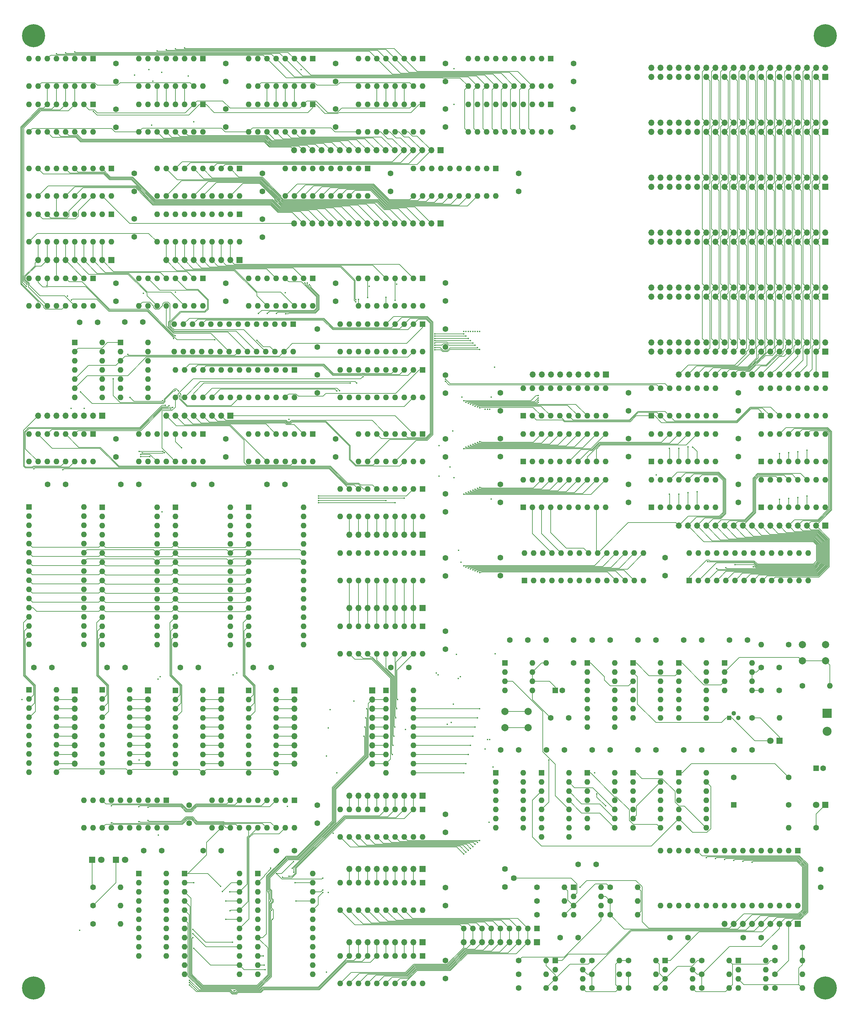
<source format=gbr>
G04 #@! TF.GenerationSoftware,KiCad,Pcbnew,(5.1.0-0)*
G04 #@! TF.CreationDate,2019-11-14T15:36:09-08:00*
G04 #@! TF.ProjectId,MainBoard,4d61696e-426f-4617-9264-2e6b69636164,rev?*
G04 #@! TF.SameCoordinates,Original*
G04 #@! TF.FileFunction,Copper,L1,Top*
G04 #@! TF.FilePolarity,Positive*
%FSLAX46Y46*%
G04 Gerber Fmt 4.6, Leading zero omitted, Abs format (unit mm)*
G04 Created by KiCad (PCBNEW (5.1.0-0)) date 2019-11-14 15:36:09*
%MOMM*%
%LPD*%
G04 APERTURE LIST*
%ADD10O,1.600000X1.600000*%
%ADD11C,1.600000*%
%ADD12R,1.600000X1.600000*%
%ADD13O,1.700000X1.700000*%
%ADD14R,1.700000X1.700000*%
%ADD15C,2.500000*%
%ADD16R,2.500000X2.500000*%
%ADD17C,6.400000*%
%ADD18R,1.300000X1.300000*%
%ADD19C,1.300000*%
%ADD20C,2.000000*%
%ADD21C,1.620000*%
%ADD22C,1.800000*%
%ADD23R,1.800000X1.800000*%
%ADD24C,0.450000*%
%ADD25C,0.127000*%
G04 APERTURE END LIST*
D10*
X389890000Y-330327000D03*
D11*
X382270000Y-330327000D03*
D10*
X304800000Y-121920000D03*
X281940000Y-114300000D03*
X302260000Y-121920000D03*
X284480000Y-114300000D03*
X299720000Y-121920000D03*
X287020000Y-114300000D03*
X297180000Y-121920000D03*
X289560000Y-114300000D03*
X294640000Y-121920000D03*
X292100000Y-114300000D03*
X292100000Y-121920000D03*
X294640000Y-114300000D03*
X289560000Y-121920000D03*
X297180000Y-114300000D03*
X287020000Y-121920000D03*
X299720000Y-114300000D03*
X284480000Y-121920000D03*
X302260000Y-114300000D03*
X281940000Y-121920000D03*
D12*
X304800000Y-114300000D03*
D10*
X269240000Y-121920000D03*
X246380000Y-114300000D03*
X266700000Y-121920000D03*
X248920000Y-114300000D03*
X264160000Y-121920000D03*
X251460000Y-114300000D03*
X261620000Y-121920000D03*
X254000000Y-114300000D03*
X259080000Y-121920000D03*
X256540000Y-114300000D03*
X256540000Y-121920000D03*
X259080000Y-114300000D03*
X254000000Y-121920000D03*
X261620000Y-114300000D03*
X251460000Y-121920000D03*
X264160000Y-114300000D03*
X248920000Y-121920000D03*
X266700000Y-114300000D03*
X246380000Y-121920000D03*
D12*
X269240000Y-114300000D03*
D10*
X233680000Y-121920000D03*
X210820000Y-114300000D03*
X231140000Y-121920000D03*
X213360000Y-114300000D03*
X228600000Y-121920000D03*
X215900000Y-114300000D03*
X226060000Y-121920000D03*
X218440000Y-114300000D03*
X223520000Y-121920000D03*
X220980000Y-114300000D03*
X220980000Y-121920000D03*
X223520000Y-114300000D03*
X218440000Y-121920000D03*
X226060000Y-114300000D03*
X215900000Y-121920000D03*
X228600000Y-114300000D03*
X213360000Y-121920000D03*
X231140000Y-114300000D03*
X210820000Y-121920000D03*
D12*
X233680000Y-114300000D03*
D10*
X198120000Y-121920000D03*
X175260000Y-114300000D03*
X195580000Y-121920000D03*
X177800000Y-114300000D03*
X193040000Y-121920000D03*
X180340000Y-114300000D03*
X190500000Y-121920000D03*
X182880000Y-114300000D03*
X187960000Y-121920000D03*
X185420000Y-114300000D03*
X185420000Y-121920000D03*
X187960000Y-114300000D03*
X182880000Y-121920000D03*
X190500000Y-114300000D03*
X180340000Y-121920000D03*
X193040000Y-114300000D03*
X177800000Y-121920000D03*
X195580000Y-114300000D03*
X175260000Y-121920000D03*
D12*
X198120000Y-114300000D03*
D13*
X248840000Y-129540000D03*
X251380000Y-129540000D03*
X253920000Y-129540000D03*
X256460000Y-129540000D03*
X259000000Y-129540000D03*
X261540000Y-129540000D03*
X264080000Y-129540000D03*
X266620000Y-129540000D03*
X269160000Y-129540000D03*
X271700000Y-129540000D03*
X274240000Y-129540000D03*
X276780000Y-129540000D03*
X279320000Y-129540000D03*
X281860000Y-129540000D03*
X284400000Y-129540000D03*
X286940000Y-129540000D03*
D14*
X289480000Y-129540000D03*
D11*
X311150000Y-115650000D03*
X311150000Y-120650000D03*
X275590000Y-115650000D03*
X275590000Y-120650000D03*
X240030000Y-115650000D03*
X240030000Y-120650000D03*
X204470000Y-115650000D03*
X204470000Y-120650000D03*
D10*
X358540000Y-220980000D03*
X391560000Y-228600000D03*
X361080000Y-220980000D03*
X389020000Y-228600000D03*
X363620000Y-220980000D03*
X386480000Y-228600000D03*
X366160000Y-220980000D03*
X383940000Y-228600000D03*
X368700000Y-220980000D03*
X381400000Y-228600000D03*
X371240000Y-220980000D03*
X378860000Y-228600000D03*
X373780000Y-220980000D03*
X376320000Y-228600000D03*
X376320000Y-220980000D03*
X373780000Y-228600000D03*
X378860000Y-220980000D03*
X371240000Y-228600000D03*
X381400000Y-220980000D03*
X368700000Y-228600000D03*
X383940000Y-220980000D03*
X366160000Y-228600000D03*
X386480000Y-220980000D03*
X363620000Y-228600000D03*
X389020000Y-220980000D03*
X361080000Y-228600000D03*
X391560000Y-220980000D03*
D12*
X358540000Y-228600000D03*
D10*
X312820000Y-220980000D03*
X345840000Y-228600000D03*
X315360000Y-220980000D03*
X343300000Y-228600000D03*
X317900000Y-220980000D03*
X340760000Y-228600000D03*
X320440000Y-220980000D03*
X338220000Y-228600000D03*
X322980000Y-220980000D03*
X335680000Y-228600000D03*
X325520000Y-220980000D03*
X333140000Y-228600000D03*
X328060000Y-220980000D03*
X330600000Y-228600000D03*
X330600000Y-220980000D03*
X328060000Y-228600000D03*
X333140000Y-220980000D03*
X325520000Y-228600000D03*
X335680000Y-220980000D03*
X322980000Y-228600000D03*
X338220000Y-220980000D03*
X320440000Y-228600000D03*
X340760000Y-220980000D03*
X317900000Y-228600000D03*
X343300000Y-220980000D03*
X315360000Y-228600000D03*
X345840000Y-220980000D03*
D12*
X312820000Y-228600000D03*
D13*
X347980000Y-86360000D03*
X347980000Y-88900000D03*
X350520000Y-86360000D03*
X350520000Y-88900000D03*
X353060000Y-86360000D03*
X353060000Y-88900000D03*
X355600000Y-86360000D03*
X355600000Y-88900000D03*
X358140000Y-86360000D03*
X358140000Y-88900000D03*
X360680000Y-86360000D03*
X360680000Y-88900000D03*
X363220000Y-86360000D03*
X363220000Y-88900000D03*
X365760000Y-86360000D03*
X365760000Y-88900000D03*
X368300000Y-86360000D03*
X368300000Y-88900000D03*
X370840000Y-86360000D03*
X370840000Y-88900000D03*
X373380000Y-86360000D03*
X373380000Y-88900000D03*
X375920000Y-86360000D03*
X375920000Y-88900000D03*
X378460000Y-86360000D03*
X378460000Y-88900000D03*
X381000000Y-86360000D03*
X381000000Y-88900000D03*
X383540000Y-86360000D03*
X383540000Y-88900000D03*
X386080000Y-86360000D03*
X386080000Y-88900000D03*
X388620000Y-86360000D03*
X388620000Y-88900000D03*
X391160000Y-86360000D03*
X391160000Y-88900000D03*
X393700000Y-86360000D03*
X393700000Y-88900000D03*
X396240000Y-86360000D03*
D14*
X396240000Y-88900000D03*
D11*
X351790000Y-227250000D03*
X351790000Y-222250000D03*
X306070000Y-227250000D03*
X306070000Y-222250000D03*
D13*
X355600000Y-171450000D03*
X358140000Y-171450000D03*
X360680000Y-171450000D03*
X363220000Y-171450000D03*
X365760000Y-171450000D03*
X368300000Y-171450000D03*
X370840000Y-171450000D03*
X373380000Y-171450000D03*
X375920000Y-171450000D03*
X378460000Y-171450000D03*
X381000000Y-171450000D03*
X383540000Y-171450000D03*
X386080000Y-171450000D03*
X388620000Y-171450000D03*
X391160000Y-171450000D03*
X393700000Y-171450000D03*
D14*
X396240000Y-171450000D03*
D10*
X347980000Y-200660000D03*
X365760000Y-208280000D03*
X350520000Y-200660000D03*
X363220000Y-208280000D03*
X353060000Y-200660000D03*
X360680000Y-208280000D03*
X355600000Y-200660000D03*
X358140000Y-208280000D03*
X358140000Y-200660000D03*
X355600000Y-208280000D03*
X360680000Y-200660000D03*
X353060000Y-208280000D03*
X363220000Y-200660000D03*
X350520000Y-208280000D03*
X365760000Y-200660000D03*
D12*
X347980000Y-208280000D03*
D10*
X378460000Y-200660000D03*
X396240000Y-208280000D03*
X381000000Y-200660000D03*
X393700000Y-208280000D03*
X383540000Y-200660000D03*
X391160000Y-208280000D03*
X386080000Y-200660000D03*
X388620000Y-208280000D03*
X388620000Y-200660000D03*
X386080000Y-208280000D03*
X391160000Y-200660000D03*
X383540000Y-208280000D03*
X393700000Y-200660000D03*
X381000000Y-208280000D03*
X396240000Y-200660000D03*
D12*
X378460000Y-208280000D03*
D10*
X312420000Y-187960000D03*
X335280000Y-195580000D03*
X314960000Y-187960000D03*
X332740000Y-195580000D03*
X317500000Y-187960000D03*
X330200000Y-195580000D03*
X320040000Y-187960000D03*
X327660000Y-195580000D03*
X322580000Y-187960000D03*
X325120000Y-195580000D03*
X325120000Y-187960000D03*
X322580000Y-195580000D03*
X327660000Y-187960000D03*
X320040000Y-195580000D03*
X330200000Y-187960000D03*
X317500000Y-195580000D03*
X332740000Y-187960000D03*
X314960000Y-195580000D03*
X335280000Y-187960000D03*
D12*
X312420000Y-195580000D03*
D10*
X347980000Y-187960000D03*
X365760000Y-195580000D03*
X350520000Y-187960000D03*
X363220000Y-195580000D03*
X353060000Y-187960000D03*
X360680000Y-195580000D03*
X355600000Y-187960000D03*
X358140000Y-195580000D03*
X358140000Y-187960000D03*
X355600000Y-195580000D03*
X360680000Y-187960000D03*
X353060000Y-195580000D03*
X363220000Y-187960000D03*
X350520000Y-195580000D03*
X365760000Y-187960000D03*
D12*
X347980000Y-195580000D03*
D10*
X312420000Y-200660000D03*
X335280000Y-208280000D03*
X314960000Y-200660000D03*
X332740000Y-208280000D03*
X317500000Y-200660000D03*
X330200000Y-208280000D03*
X320040000Y-200660000D03*
X327660000Y-208280000D03*
X322580000Y-200660000D03*
X325120000Y-208280000D03*
X325120000Y-200660000D03*
X322580000Y-208280000D03*
X327660000Y-200660000D03*
X320040000Y-208280000D03*
X330200000Y-200660000D03*
X317500000Y-208280000D03*
X332740000Y-200660000D03*
X314960000Y-208280000D03*
X335280000Y-200660000D03*
D12*
X312420000Y-208280000D03*
D10*
X378460000Y-187960000D03*
X396240000Y-195580000D03*
X381000000Y-187960000D03*
X393700000Y-195580000D03*
X383540000Y-187960000D03*
X391160000Y-195580000D03*
X386080000Y-187960000D03*
X388620000Y-195580000D03*
X388620000Y-187960000D03*
X386080000Y-195580000D03*
X391160000Y-187960000D03*
X383540000Y-195580000D03*
X393700000Y-187960000D03*
X381000000Y-195580000D03*
X396240000Y-187960000D03*
D12*
X378460000Y-195580000D03*
D13*
X355600000Y-213360000D03*
X358140000Y-213360000D03*
X360680000Y-213360000D03*
X363220000Y-213360000D03*
X365760000Y-213360000D03*
X368300000Y-213360000D03*
X370840000Y-213360000D03*
X373380000Y-213360000D03*
X375920000Y-213360000D03*
X378460000Y-213360000D03*
X381000000Y-213360000D03*
X383540000Y-213360000D03*
X386080000Y-213360000D03*
X388620000Y-213360000D03*
X391160000Y-213360000D03*
X393700000Y-213360000D03*
D14*
X396240000Y-213360000D03*
D11*
X306070000Y-206930000D03*
X306070000Y-201930000D03*
X372110000Y-206930000D03*
X372110000Y-201930000D03*
X341630000Y-206930000D03*
X341630000Y-201930000D03*
X372110000Y-194230000D03*
X372110000Y-189230000D03*
X341630000Y-194230000D03*
X341630000Y-189230000D03*
X306070000Y-194230000D03*
X306070000Y-189230000D03*
D10*
X193040000Y-91440000D03*
X175260000Y-83820000D03*
X190500000Y-91440000D03*
X177800000Y-83820000D03*
X187960000Y-91440000D03*
X180340000Y-83820000D03*
X185420000Y-91440000D03*
X182880000Y-83820000D03*
X182880000Y-91440000D03*
X185420000Y-83820000D03*
X180340000Y-91440000D03*
X187960000Y-83820000D03*
X177800000Y-91440000D03*
X190500000Y-83820000D03*
X175260000Y-91440000D03*
D12*
X193040000Y-83820000D03*
D10*
X223520000Y-91440000D03*
X205740000Y-83820000D03*
X220980000Y-91440000D03*
X208280000Y-83820000D03*
X218440000Y-91440000D03*
X210820000Y-83820000D03*
X215900000Y-91440000D03*
X213360000Y-83820000D03*
X213360000Y-91440000D03*
X215900000Y-83820000D03*
X210820000Y-91440000D03*
X218440000Y-83820000D03*
X208280000Y-91440000D03*
X220980000Y-83820000D03*
X205740000Y-91440000D03*
D12*
X223520000Y-83820000D03*
D10*
X320040000Y-91440000D03*
X297180000Y-83820000D03*
X317500000Y-91440000D03*
X299720000Y-83820000D03*
X314960000Y-91440000D03*
X302260000Y-83820000D03*
X312420000Y-91440000D03*
X304800000Y-83820000D03*
X309880000Y-91440000D03*
X307340000Y-83820000D03*
X307340000Y-91440000D03*
X309880000Y-83820000D03*
X304800000Y-91440000D03*
X312420000Y-83820000D03*
X302260000Y-91440000D03*
X314960000Y-83820000D03*
X299720000Y-91440000D03*
X317500000Y-83820000D03*
X297180000Y-91440000D03*
D12*
X320040000Y-83820000D03*
D10*
X254000000Y-91440000D03*
X236220000Y-83820000D03*
X251460000Y-91440000D03*
X238760000Y-83820000D03*
X248920000Y-91440000D03*
X241300000Y-83820000D03*
X246380000Y-91440000D03*
X243840000Y-83820000D03*
X243840000Y-91440000D03*
X246380000Y-83820000D03*
X241300000Y-91440000D03*
X248920000Y-83820000D03*
X238760000Y-91440000D03*
X251460000Y-83820000D03*
X236220000Y-91440000D03*
D12*
X254000000Y-83820000D03*
D10*
X320040000Y-104140000D03*
X297180000Y-96520000D03*
X317500000Y-104140000D03*
X299720000Y-96520000D03*
X314960000Y-104140000D03*
X302260000Y-96520000D03*
X312420000Y-104140000D03*
X304800000Y-96520000D03*
X309880000Y-104140000D03*
X307340000Y-96520000D03*
X307340000Y-104140000D03*
X309880000Y-96520000D03*
X304800000Y-104140000D03*
X312420000Y-96520000D03*
X302260000Y-104140000D03*
X314960000Y-96520000D03*
X299720000Y-104140000D03*
X317500000Y-96520000D03*
X297180000Y-104140000D03*
D12*
X320040000Y-96520000D03*
D10*
X284480000Y-91440000D03*
X266700000Y-83820000D03*
X281940000Y-91440000D03*
X269240000Y-83820000D03*
X279400000Y-91440000D03*
X271780000Y-83820000D03*
X276860000Y-91440000D03*
X274320000Y-83820000D03*
X274320000Y-91440000D03*
X276860000Y-83820000D03*
X271780000Y-91440000D03*
X279400000Y-83820000D03*
X269240000Y-91440000D03*
X281940000Y-83820000D03*
X266700000Y-91440000D03*
D12*
X284480000Y-83820000D03*
D11*
X326390000Y-85170000D03*
X326390000Y-90170000D03*
X326263000Y-97870000D03*
X326263000Y-102870000D03*
X275670000Y-252730000D03*
X280670000Y-252730000D03*
D13*
X264160000Y-236220000D03*
X266700000Y-236220000D03*
X269240000Y-236220000D03*
X271780000Y-236220000D03*
X274320000Y-236220000D03*
X276860000Y-236220000D03*
X279400000Y-236220000D03*
X281940000Y-236220000D03*
D14*
X284480000Y-236220000D03*
D13*
X264160000Y-215900000D03*
X266700000Y-215900000D03*
X269240000Y-215900000D03*
X271780000Y-215900000D03*
X274320000Y-215900000D03*
X276860000Y-215900000D03*
X279400000Y-215900000D03*
X281940000Y-215900000D03*
D14*
X284480000Y-215900000D03*
D10*
X233680000Y-309880000D03*
X218440000Y-337820000D03*
X233680000Y-312420000D03*
X218440000Y-335280000D03*
X233680000Y-314960000D03*
X218440000Y-332740000D03*
X233680000Y-317500000D03*
X218440000Y-330200000D03*
X233680000Y-320040000D03*
X218440000Y-327660000D03*
X233680000Y-322580000D03*
X218440000Y-325120000D03*
X233680000Y-325120000D03*
X218440000Y-322580000D03*
X233680000Y-327660000D03*
X218440000Y-320040000D03*
X233680000Y-330200000D03*
X218440000Y-317500000D03*
X233680000Y-332740000D03*
X218440000Y-314960000D03*
X233680000Y-335280000D03*
X218440000Y-312420000D03*
X233680000Y-337820000D03*
D12*
X218440000Y-309880000D03*
D10*
X254000000Y-309880000D03*
X238760000Y-337820000D03*
X254000000Y-312420000D03*
X238760000Y-335280000D03*
X254000000Y-314960000D03*
X238760000Y-332740000D03*
X254000000Y-317500000D03*
X238760000Y-330200000D03*
X254000000Y-320040000D03*
X238760000Y-327660000D03*
X254000000Y-322580000D03*
X238760000Y-325120000D03*
X254000000Y-325120000D03*
X238760000Y-322580000D03*
X254000000Y-327660000D03*
X238760000Y-320040000D03*
X254000000Y-330200000D03*
X238760000Y-317500000D03*
X254000000Y-332740000D03*
X238760000Y-314960000D03*
X254000000Y-335280000D03*
X238760000Y-312420000D03*
X254000000Y-337820000D03*
D12*
X238760000Y-309880000D03*
D10*
X284480000Y-340360000D03*
X261620000Y-332740000D03*
X281940000Y-340360000D03*
X264160000Y-332740000D03*
X279400000Y-340360000D03*
X266700000Y-332740000D03*
X276860000Y-340360000D03*
X269240000Y-332740000D03*
X274320000Y-340360000D03*
X271780000Y-332740000D03*
X271780000Y-340360000D03*
X274320000Y-332740000D03*
X269240000Y-340360000D03*
X276860000Y-332740000D03*
X266700000Y-340360000D03*
X279400000Y-332740000D03*
X264160000Y-340360000D03*
X281940000Y-332740000D03*
X261620000Y-340360000D03*
D12*
X284480000Y-332740000D03*
D10*
X284480000Y-320040000D03*
X261620000Y-312420000D03*
X281940000Y-320040000D03*
X264160000Y-312420000D03*
X279400000Y-320040000D03*
X266700000Y-312420000D03*
X276860000Y-320040000D03*
X269240000Y-312420000D03*
X274320000Y-320040000D03*
X271780000Y-312420000D03*
X271780000Y-320040000D03*
X274320000Y-312420000D03*
X269240000Y-320040000D03*
X276860000Y-312420000D03*
X266700000Y-320040000D03*
X279400000Y-312420000D03*
X264160000Y-320040000D03*
X281940000Y-312420000D03*
X261620000Y-320040000D03*
D12*
X284480000Y-312420000D03*
D10*
X284480000Y-299720000D03*
X261620000Y-292100000D03*
X281940000Y-299720000D03*
X264160000Y-292100000D03*
X279400000Y-299720000D03*
X266700000Y-292100000D03*
X276860000Y-299720000D03*
X269240000Y-292100000D03*
X274320000Y-299720000D03*
X271780000Y-292100000D03*
X271780000Y-299720000D03*
X274320000Y-292100000D03*
X269240000Y-299720000D03*
X276860000Y-292100000D03*
X266700000Y-299720000D03*
X279400000Y-292100000D03*
X264160000Y-299720000D03*
X281940000Y-292100000D03*
X261620000Y-299720000D03*
D12*
X284480000Y-292100000D03*
D10*
X281940000Y-259080000D03*
X274320000Y-281940000D03*
X281940000Y-261620000D03*
X274320000Y-279400000D03*
X281940000Y-264160000D03*
X274320000Y-276860000D03*
X281940000Y-266700000D03*
X274320000Y-274320000D03*
X281940000Y-269240000D03*
X274320000Y-271780000D03*
X281940000Y-271780000D03*
X274320000Y-269240000D03*
X281940000Y-274320000D03*
X274320000Y-266700000D03*
X281940000Y-276860000D03*
X274320000Y-264160000D03*
X281940000Y-279400000D03*
X274320000Y-261620000D03*
X281940000Y-281940000D03*
D12*
X274320000Y-259080000D03*
D10*
X284480000Y-165100000D03*
X261620000Y-157480000D03*
X281940000Y-165100000D03*
X264160000Y-157480000D03*
X279400000Y-165100000D03*
X266700000Y-157480000D03*
X276860000Y-165100000D03*
X269240000Y-157480000D03*
X274320000Y-165100000D03*
X271780000Y-157480000D03*
X271780000Y-165100000D03*
X274320000Y-157480000D03*
X269240000Y-165100000D03*
X276860000Y-157480000D03*
X266700000Y-165100000D03*
X279400000Y-157480000D03*
X264160000Y-165100000D03*
X281940000Y-157480000D03*
X261620000Y-165100000D03*
D12*
X284480000Y-157480000D03*
D10*
X284480000Y-177800000D03*
X261620000Y-170180000D03*
X281940000Y-177800000D03*
X264160000Y-170180000D03*
X279400000Y-177800000D03*
X266700000Y-170180000D03*
X276860000Y-177800000D03*
X269240000Y-170180000D03*
X274320000Y-177800000D03*
X271780000Y-170180000D03*
X271780000Y-177800000D03*
X274320000Y-170180000D03*
X269240000Y-177800000D03*
X276860000Y-170180000D03*
X266700000Y-177800000D03*
X279400000Y-170180000D03*
X264160000Y-177800000D03*
X281940000Y-170180000D03*
X261620000Y-177800000D03*
D12*
X284480000Y-170180000D03*
D10*
X248615800Y-165100000D03*
X215595800Y-157480000D03*
X246075800Y-165100000D03*
X218135800Y-157480000D03*
X243535800Y-165100000D03*
X220675800Y-157480000D03*
X240995800Y-165100000D03*
X223215800Y-157480000D03*
X238455800Y-165100000D03*
X225755800Y-157480000D03*
X235915800Y-165100000D03*
X228295800Y-157480000D03*
X233375800Y-165100000D03*
X230835800Y-157480000D03*
X230835800Y-165100000D03*
X233375800Y-157480000D03*
X228295800Y-165100000D03*
X235915800Y-157480000D03*
X225755800Y-165100000D03*
X238455800Y-157480000D03*
X223215800Y-165100000D03*
X240995800Y-157480000D03*
X220675800Y-165100000D03*
X243535800Y-157480000D03*
X218135800Y-165100000D03*
X246075800Y-157480000D03*
X215595800Y-165100000D03*
D12*
X248615800Y-157480000D03*
D10*
X248920000Y-177800000D03*
X215900000Y-170180000D03*
X246380000Y-177800000D03*
X218440000Y-170180000D03*
X243840000Y-177800000D03*
X220980000Y-170180000D03*
X241300000Y-177800000D03*
X223520000Y-170180000D03*
X238760000Y-177800000D03*
X226060000Y-170180000D03*
X236220000Y-177800000D03*
X228600000Y-170180000D03*
X233680000Y-177800000D03*
X231140000Y-170180000D03*
X231140000Y-177800000D03*
X233680000Y-170180000D03*
X228600000Y-177800000D03*
X236220000Y-170180000D03*
X226060000Y-177800000D03*
X238760000Y-170180000D03*
X223520000Y-177800000D03*
X241300000Y-170180000D03*
X220980000Y-177800000D03*
X243840000Y-170180000D03*
X218440000Y-177800000D03*
X246380000Y-170180000D03*
X215900000Y-177800000D03*
D12*
X248920000Y-170180000D03*
D13*
X248920000Y-279400000D03*
X248920000Y-276860000D03*
X248920000Y-274320000D03*
X248920000Y-271780000D03*
X248920000Y-269240000D03*
X248920000Y-266700000D03*
X248920000Y-264160000D03*
X248920000Y-261620000D03*
D14*
X248920000Y-259080000D03*
D13*
X228600000Y-279400000D03*
X228600000Y-276860000D03*
X228600000Y-274320000D03*
X228600000Y-271780000D03*
X228600000Y-269240000D03*
X228600000Y-266700000D03*
X228600000Y-264160000D03*
X228600000Y-261620000D03*
D14*
X228600000Y-259080000D03*
D13*
X208280000Y-279400000D03*
X208280000Y-276860000D03*
X208280000Y-274320000D03*
X208280000Y-271780000D03*
X208280000Y-269240000D03*
X208280000Y-266700000D03*
X208280000Y-264160000D03*
X208280000Y-261620000D03*
D14*
X208280000Y-259080000D03*
D13*
X187960000Y-279400000D03*
X187960000Y-276860000D03*
X187960000Y-274320000D03*
X187960000Y-271780000D03*
X187960000Y-269240000D03*
X187960000Y-266700000D03*
X187960000Y-264160000D03*
X187960000Y-261620000D03*
D14*
X187960000Y-259080000D03*
D10*
X203200000Y-258922000D03*
X195580000Y-281782000D03*
X203200000Y-261462000D03*
X195580000Y-279242000D03*
X203200000Y-264002000D03*
X195580000Y-276702000D03*
X203200000Y-266542000D03*
X195580000Y-274162000D03*
X203200000Y-269082000D03*
X195580000Y-271622000D03*
X203200000Y-271622000D03*
X195580000Y-269082000D03*
X203200000Y-274162000D03*
X195580000Y-266542000D03*
X203200000Y-276702000D03*
X195580000Y-264002000D03*
X203200000Y-279242000D03*
X195580000Y-261462000D03*
X203200000Y-281782000D03*
D12*
X195580000Y-258922000D03*
D10*
X182880000Y-258922000D03*
X175260000Y-281782000D03*
X182880000Y-261462000D03*
X175260000Y-279242000D03*
X182880000Y-264002000D03*
X175260000Y-276702000D03*
X182880000Y-266542000D03*
X175260000Y-274162000D03*
X182880000Y-269082000D03*
X175260000Y-271622000D03*
X182880000Y-271622000D03*
X175260000Y-269082000D03*
X182880000Y-274162000D03*
X175260000Y-266542000D03*
X182880000Y-276702000D03*
X175260000Y-264002000D03*
X182880000Y-279242000D03*
X175260000Y-261462000D03*
X182880000Y-281782000D03*
D12*
X175260000Y-258922000D03*
D10*
X210820000Y-208280000D03*
X195580000Y-246380000D03*
X210820000Y-210820000D03*
X195580000Y-243840000D03*
X210820000Y-213360000D03*
X195580000Y-241300000D03*
X210820000Y-215900000D03*
X195580000Y-238760000D03*
X210820000Y-218440000D03*
X195580000Y-236220000D03*
X210820000Y-220980000D03*
X195580000Y-233680000D03*
X210820000Y-223520000D03*
X195580000Y-231140000D03*
X210820000Y-226060000D03*
X195580000Y-228600000D03*
X210820000Y-228600000D03*
X195580000Y-226060000D03*
X210820000Y-231140000D03*
X195580000Y-223520000D03*
X210820000Y-233680000D03*
X195580000Y-220980000D03*
X210820000Y-236220000D03*
X195580000Y-218440000D03*
X210820000Y-238760000D03*
X195580000Y-215900000D03*
X210820000Y-241300000D03*
X195580000Y-213360000D03*
X210820000Y-243840000D03*
X195580000Y-210820000D03*
X210820000Y-246380000D03*
D12*
X195580000Y-208280000D03*
D10*
X190500000Y-208172000D03*
X175260000Y-246272000D03*
X190500000Y-210712000D03*
X175260000Y-243732000D03*
X190500000Y-213252000D03*
X175260000Y-241192000D03*
X190500000Y-215792000D03*
X175260000Y-238652000D03*
X190500000Y-218332000D03*
X175260000Y-236112000D03*
X190500000Y-220872000D03*
X175260000Y-233572000D03*
X190500000Y-223412000D03*
X175260000Y-231032000D03*
X190500000Y-225952000D03*
X175260000Y-228492000D03*
X190500000Y-228492000D03*
X175260000Y-225952000D03*
X190500000Y-231032000D03*
X175260000Y-223412000D03*
X190500000Y-233572000D03*
X175260000Y-220872000D03*
X190500000Y-236112000D03*
X175260000Y-218332000D03*
X190500000Y-238652000D03*
X175260000Y-215792000D03*
X190500000Y-241192000D03*
X175260000Y-213252000D03*
X190500000Y-243732000D03*
X175260000Y-210712000D03*
X190500000Y-246272000D03*
D12*
X175260000Y-208172000D03*
D11*
X180420000Y-201930000D03*
X185420000Y-201930000D03*
X196930000Y-252730000D03*
X201930000Y-252730000D03*
X176610000Y-252730000D03*
X181610000Y-252730000D03*
X200740000Y-201930000D03*
X205740000Y-201930000D03*
D10*
X378460000Y-175260000D03*
X396240000Y-182880000D03*
X381000000Y-175260000D03*
X393700000Y-182880000D03*
X383540000Y-175260000D03*
X391160000Y-182880000D03*
X386080000Y-175260000D03*
X388620000Y-182880000D03*
X388620000Y-175260000D03*
X386080000Y-182880000D03*
X391160000Y-175260000D03*
X383540000Y-182880000D03*
X393700000Y-175260000D03*
X381000000Y-182880000D03*
X396240000Y-175260000D03*
D12*
X378460000Y-182880000D03*
D15*
X396748000Y-270430000D03*
D16*
X396748000Y-265430000D03*
D17*
X396240000Y-341630000D03*
X396240000Y-77470000D03*
X176530000Y-341630000D03*
X176530000Y-77470000D03*
D10*
X208280000Y-162560000D03*
X200660000Y-177800000D03*
X208280000Y-165100000D03*
X200660000Y-175260000D03*
X208280000Y-167640000D03*
X200660000Y-172720000D03*
X208280000Y-170180000D03*
X200660000Y-170180000D03*
X208280000Y-172720000D03*
X200660000Y-167640000D03*
X208280000Y-175260000D03*
X200660000Y-165100000D03*
X208280000Y-177800000D03*
D12*
X200660000Y-162560000D03*
D10*
X195580000Y-162560000D03*
X187960000Y-177800000D03*
X195580000Y-165100000D03*
X187960000Y-175260000D03*
X195580000Y-167640000D03*
X187960000Y-172720000D03*
X195580000Y-170180000D03*
X187960000Y-170180000D03*
X195580000Y-172720000D03*
X187960000Y-167640000D03*
X195580000Y-175260000D03*
X187960000Y-165100000D03*
X195580000Y-177800000D03*
D12*
X187960000Y-162560000D03*
D11*
X290830000Y-158830000D03*
X290830000Y-163830000D03*
X372110000Y-181530000D03*
X372110000Y-176530000D03*
D13*
X347980000Y-116840000D03*
X347980000Y-119380000D03*
X350520000Y-116840000D03*
X350520000Y-119380000D03*
X353060000Y-116840000D03*
X353060000Y-119380000D03*
X355600000Y-116840000D03*
X355600000Y-119380000D03*
X358140000Y-116840000D03*
X358140000Y-119380000D03*
X360680000Y-116840000D03*
X360680000Y-119380000D03*
X363220000Y-116840000D03*
X363220000Y-119380000D03*
X365760000Y-116840000D03*
X365760000Y-119380000D03*
X368300000Y-116840000D03*
X368300000Y-119380000D03*
X370840000Y-116840000D03*
X370840000Y-119380000D03*
X373380000Y-116840000D03*
X373380000Y-119380000D03*
X375920000Y-116840000D03*
X375920000Y-119380000D03*
X378460000Y-116840000D03*
X378460000Y-119380000D03*
X381000000Y-116840000D03*
X381000000Y-119380000D03*
X383540000Y-116840000D03*
X383540000Y-119380000D03*
X386080000Y-116840000D03*
X386080000Y-119380000D03*
X388620000Y-116840000D03*
X388620000Y-119380000D03*
X391160000Y-116840000D03*
X391160000Y-119380000D03*
X393700000Y-116840000D03*
X393700000Y-119380000D03*
X396240000Y-116840000D03*
D14*
X396240000Y-119380000D03*
D13*
X347980000Y-147320000D03*
X347980000Y-149860000D03*
X350520000Y-147320000D03*
X350520000Y-149860000D03*
X353060000Y-147320000D03*
X353060000Y-149860000D03*
X355600000Y-147320000D03*
X355600000Y-149860000D03*
X358140000Y-147320000D03*
X358140000Y-149860000D03*
X360680000Y-147320000D03*
X360680000Y-149860000D03*
X363220000Y-147320000D03*
X363220000Y-149860000D03*
X365760000Y-147320000D03*
X365760000Y-149860000D03*
X368300000Y-147320000D03*
X368300000Y-149860000D03*
X370840000Y-147320000D03*
X370840000Y-149860000D03*
X373380000Y-147320000D03*
X373380000Y-149860000D03*
X375920000Y-147320000D03*
X375920000Y-149860000D03*
X378460000Y-147320000D03*
X378460000Y-149860000D03*
X381000000Y-147320000D03*
X381000000Y-149860000D03*
X383540000Y-147320000D03*
X383540000Y-149860000D03*
X386080000Y-147320000D03*
X386080000Y-149860000D03*
X388620000Y-147320000D03*
X388620000Y-149860000D03*
X391160000Y-147320000D03*
X391160000Y-149860000D03*
X393700000Y-147320000D03*
X393700000Y-149860000D03*
X396240000Y-147320000D03*
D14*
X396240000Y-149860000D03*
D13*
X347980000Y-162560000D03*
X347980000Y-165100000D03*
X350520000Y-162560000D03*
X350520000Y-165100000D03*
X353060000Y-162560000D03*
X353060000Y-165100000D03*
X355600000Y-162560000D03*
X355600000Y-165100000D03*
X358140000Y-162560000D03*
X358140000Y-165100000D03*
X360680000Y-162560000D03*
X360680000Y-165100000D03*
X363220000Y-162560000D03*
X363220000Y-165100000D03*
X365760000Y-162560000D03*
X365760000Y-165100000D03*
X368300000Y-162560000D03*
X368300000Y-165100000D03*
X370840000Y-162560000D03*
X370840000Y-165100000D03*
X373380000Y-162560000D03*
X373380000Y-165100000D03*
X375920000Y-162560000D03*
X375920000Y-165100000D03*
X378460000Y-162560000D03*
X378460000Y-165100000D03*
X381000000Y-162560000D03*
X381000000Y-165100000D03*
X383540000Y-162560000D03*
X383540000Y-165100000D03*
X386080000Y-162560000D03*
X386080000Y-165100000D03*
X388620000Y-162560000D03*
X388620000Y-165100000D03*
X391160000Y-162560000D03*
X391160000Y-165100000D03*
X393700000Y-162560000D03*
X393700000Y-165100000D03*
X396240000Y-162560000D03*
D14*
X396240000Y-165100000D03*
D13*
X347980000Y-132080000D03*
X347980000Y-134620000D03*
X350520000Y-132080000D03*
X350520000Y-134620000D03*
X353060000Y-132080000D03*
X353060000Y-134620000D03*
X355600000Y-132080000D03*
X355600000Y-134620000D03*
X358140000Y-132080000D03*
X358140000Y-134620000D03*
X360680000Y-132080000D03*
X360680000Y-134620000D03*
X363220000Y-132080000D03*
X363220000Y-134620000D03*
X365760000Y-132080000D03*
X365760000Y-134620000D03*
X368300000Y-132080000D03*
X368300000Y-134620000D03*
X370840000Y-132080000D03*
X370840000Y-134620000D03*
X373380000Y-132080000D03*
X373380000Y-134620000D03*
X375920000Y-132080000D03*
X375920000Y-134620000D03*
X378460000Y-132080000D03*
X378460000Y-134620000D03*
X381000000Y-132080000D03*
X381000000Y-134620000D03*
X383540000Y-132080000D03*
X383540000Y-134620000D03*
X386080000Y-132080000D03*
X386080000Y-134620000D03*
X388620000Y-132080000D03*
X388620000Y-134620000D03*
X391160000Y-132080000D03*
X391160000Y-134620000D03*
X393700000Y-132080000D03*
X393700000Y-134620000D03*
X396240000Y-132080000D03*
D14*
X396240000Y-134620000D03*
D13*
X347980000Y-101600000D03*
X347980000Y-104140000D03*
X350520000Y-101600000D03*
X350520000Y-104140000D03*
X353060000Y-101600000D03*
X353060000Y-104140000D03*
X355600000Y-101600000D03*
X355600000Y-104140000D03*
X358140000Y-101600000D03*
X358140000Y-104140000D03*
X360680000Y-101600000D03*
X360680000Y-104140000D03*
X363220000Y-101600000D03*
X363220000Y-104140000D03*
X365760000Y-101600000D03*
X365760000Y-104140000D03*
X368300000Y-101600000D03*
X368300000Y-104140000D03*
X370840000Y-101600000D03*
X370840000Y-104140000D03*
X373380000Y-101600000D03*
X373380000Y-104140000D03*
X375920000Y-101600000D03*
X375920000Y-104140000D03*
X378460000Y-101600000D03*
X378460000Y-104140000D03*
X381000000Y-101600000D03*
X381000000Y-104140000D03*
X383540000Y-101600000D03*
X383540000Y-104140000D03*
X386080000Y-101600000D03*
X386080000Y-104140000D03*
X388620000Y-101600000D03*
X388620000Y-104140000D03*
X391160000Y-101600000D03*
X391160000Y-104140000D03*
X393700000Y-101600000D03*
X393700000Y-104140000D03*
X396240000Y-101600000D03*
D14*
X396240000Y-104140000D03*
D10*
X243835800Y-259080000D03*
X236215800Y-281940000D03*
X243835800Y-261620000D03*
X236215800Y-279400000D03*
X243835800Y-264160000D03*
X236215800Y-276860000D03*
X243835800Y-266700000D03*
X236215800Y-274320000D03*
X243835800Y-269240000D03*
X236215800Y-271780000D03*
X243835800Y-271780000D03*
X236215800Y-269240000D03*
X243835800Y-274320000D03*
X236215800Y-266700000D03*
X243835800Y-276860000D03*
X236215800Y-264160000D03*
X243835800Y-279400000D03*
X236215800Y-261620000D03*
X243835800Y-281940000D03*
D12*
X236215800Y-259080000D03*
D11*
X369650000Y-245110000D03*
X374650000Y-245110000D03*
X386080000Y-290830000D03*
X386080000Y-283210000D03*
X370840000Y-283210000D03*
D12*
X370840000Y-290830000D03*
D10*
X383540000Y-266700000D03*
D11*
X375920000Y-266700000D03*
D10*
X378460000Y-246380000D03*
D11*
X386080000Y-246380000D03*
D10*
X397510000Y-257810000D03*
D11*
X389890000Y-257810000D03*
X383460000Y-252730000D03*
X378460000Y-252730000D03*
X383460000Y-259080000D03*
X378460000Y-259080000D03*
D10*
X318770000Y-251460000D03*
D11*
X326390000Y-251460000D03*
D10*
X318770000Y-245110000D03*
D11*
X326390000Y-245110000D03*
X325040000Y-266700000D03*
X320040000Y-266700000D03*
X323310000Y-259080000D03*
D12*
X321310000Y-259080000D03*
D10*
X251460000Y-208280000D03*
X236220000Y-246380000D03*
X251460000Y-210820000D03*
X236220000Y-243840000D03*
X251460000Y-213360000D03*
X236220000Y-241300000D03*
X251460000Y-215900000D03*
X236220000Y-238760000D03*
X251460000Y-218440000D03*
X236220000Y-236220000D03*
X251460000Y-220980000D03*
X236220000Y-233680000D03*
X251460000Y-223520000D03*
X236220000Y-231140000D03*
X251460000Y-226060000D03*
X236220000Y-228600000D03*
X251460000Y-228600000D03*
X236220000Y-226060000D03*
X251460000Y-231140000D03*
X236220000Y-223520000D03*
X251460000Y-233680000D03*
X236220000Y-220980000D03*
X251460000Y-236220000D03*
X236220000Y-218440000D03*
X251460000Y-238760000D03*
X236220000Y-215900000D03*
X251460000Y-241300000D03*
X236220000Y-213360000D03*
X251460000Y-243840000D03*
X236220000Y-210820000D03*
X251460000Y-246380000D03*
D12*
X236220000Y-208280000D03*
D13*
X177800000Y-182880000D03*
X180340000Y-182880000D03*
X182880000Y-182880000D03*
X185420000Y-182880000D03*
X187960000Y-182880000D03*
X190500000Y-182880000D03*
X193040000Y-182880000D03*
D14*
X195580000Y-182880000D03*
D13*
X213360000Y-182880000D03*
X215900000Y-182880000D03*
X218440000Y-182880000D03*
X220980000Y-182880000D03*
X223520000Y-182880000D03*
X226060000Y-182880000D03*
X228600000Y-182880000D03*
D14*
X231140000Y-182880000D03*
D13*
X177800000Y-139700000D03*
X180340000Y-139700000D03*
X182880000Y-139700000D03*
X185420000Y-139700000D03*
X187960000Y-139700000D03*
X190500000Y-139700000D03*
X193040000Y-139700000D03*
X195580000Y-139700000D03*
D14*
X198120000Y-139700000D03*
D13*
X213360000Y-139700000D03*
X215900000Y-139700000D03*
X218440000Y-139700000D03*
X220980000Y-139700000D03*
X223520000Y-139700000D03*
X226060000Y-139700000D03*
X228600000Y-139700000D03*
X231140000Y-139700000D03*
D14*
X233680000Y-139700000D03*
D10*
X213360000Y-309880000D03*
X205740000Y-332740000D03*
X213360000Y-312420000D03*
X205740000Y-330200000D03*
X213360000Y-314960000D03*
X205740000Y-327660000D03*
X213360000Y-317500000D03*
X205740000Y-325120000D03*
X213360000Y-320040000D03*
X205740000Y-322580000D03*
X213360000Y-322580000D03*
X205740000Y-320040000D03*
X213360000Y-325120000D03*
X205740000Y-317500000D03*
X213360000Y-327660000D03*
X205740000Y-314960000D03*
X213360000Y-330200000D03*
X205740000Y-312420000D03*
X213360000Y-332740000D03*
D12*
X205740000Y-309880000D03*
D10*
X248920000Y-297180000D03*
X226060000Y-289560000D03*
X246380000Y-297180000D03*
X228600000Y-289560000D03*
X243840000Y-297180000D03*
X231140000Y-289560000D03*
X241300000Y-297180000D03*
X233680000Y-289560000D03*
X238760000Y-297180000D03*
X236220000Y-289560000D03*
X236220000Y-297180000D03*
X238760000Y-289560000D03*
X233680000Y-297180000D03*
X241300000Y-289560000D03*
X231140000Y-297180000D03*
X243840000Y-289560000D03*
X228600000Y-297180000D03*
X246380000Y-289560000D03*
X226060000Y-297180000D03*
D12*
X248920000Y-289560000D03*
D10*
X213360000Y-297180000D03*
X190500000Y-289560000D03*
X210820000Y-297180000D03*
X193040000Y-289560000D03*
X208280000Y-297180000D03*
X195580000Y-289560000D03*
X205740000Y-297180000D03*
X198120000Y-289560000D03*
X203200000Y-297180000D03*
X200660000Y-289560000D03*
X200660000Y-297180000D03*
X203200000Y-289560000D03*
X198120000Y-297180000D03*
X205740000Y-289560000D03*
X195580000Y-297180000D03*
X208280000Y-289560000D03*
X193040000Y-297180000D03*
X210820000Y-289560000D03*
X190500000Y-297180000D03*
D12*
X213360000Y-289560000D03*
D10*
X337820000Y-251460000D03*
X330200000Y-269240000D03*
X337820000Y-254000000D03*
X330200000Y-266700000D03*
X337820000Y-256540000D03*
X330200000Y-264160000D03*
X337820000Y-259080000D03*
X330200000Y-261620000D03*
X337820000Y-261620000D03*
X330200000Y-259080000D03*
X337820000Y-264160000D03*
X330200000Y-256540000D03*
X337820000Y-266700000D03*
X330200000Y-254000000D03*
X337820000Y-269240000D03*
D12*
X330200000Y-251460000D03*
D10*
X350520000Y-251460000D03*
X342900000Y-266700000D03*
X350520000Y-254000000D03*
X342900000Y-264160000D03*
X350520000Y-256540000D03*
X342900000Y-261620000D03*
X350520000Y-259080000D03*
X342900000Y-259080000D03*
X350520000Y-261620000D03*
X342900000Y-256540000D03*
X350520000Y-264160000D03*
X342900000Y-254000000D03*
X350520000Y-266700000D03*
D12*
X342900000Y-251460000D03*
D10*
X363220000Y-251460000D03*
X355600000Y-266700000D03*
X363220000Y-254000000D03*
X355600000Y-264160000D03*
X363220000Y-256540000D03*
X355600000Y-261620000D03*
X363220000Y-259080000D03*
X355600000Y-259080000D03*
X363220000Y-261620000D03*
X355600000Y-256540000D03*
X363220000Y-264160000D03*
X355600000Y-254000000D03*
X363220000Y-266700000D03*
D12*
X355600000Y-251460000D03*
D18*
X369570000Y-266700000D03*
D19*
X372110000Y-266700000D03*
X370840000Y-265430000D03*
D10*
X375920000Y-251460000D03*
X368300000Y-259080000D03*
X375920000Y-254000000D03*
X368300000Y-256540000D03*
X375920000Y-256540000D03*
X368300000Y-254000000D03*
X375920000Y-259080000D03*
D12*
X368300000Y-251460000D03*
D10*
X337820000Y-281940000D03*
X330200000Y-297180000D03*
X337820000Y-284480000D03*
X330200000Y-294640000D03*
X337820000Y-287020000D03*
X330200000Y-292100000D03*
X337820000Y-289560000D03*
X330200000Y-289560000D03*
X337820000Y-292100000D03*
X330200000Y-287020000D03*
X337820000Y-294640000D03*
X330200000Y-284480000D03*
X337820000Y-297180000D03*
D12*
X330200000Y-281940000D03*
D10*
X350520000Y-281940000D03*
X342900000Y-297180000D03*
X350520000Y-284480000D03*
X342900000Y-294640000D03*
X350520000Y-287020000D03*
X342900000Y-292100000D03*
X350520000Y-289560000D03*
X342900000Y-289560000D03*
X350520000Y-292100000D03*
X342900000Y-287020000D03*
X350520000Y-294640000D03*
X342900000Y-284480000D03*
X350520000Y-297180000D03*
D12*
X342900000Y-281940000D03*
D10*
X325120000Y-281940000D03*
X317500000Y-299720000D03*
X325120000Y-284480000D03*
X317500000Y-297180000D03*
X325120000Y-287020000D03*
X317500000Y-294640000D03*
X325120000Y-289560000D03*
X317500000Y-292100000D03*
X325120000Y-292100000D03*
X317500000Y-289560000D03*
X325120000Y-294640000D03*
X317500000Y-287020000D03*
X325120000Y-297180000D03*
X317500000Y-284480000D03*
X325120000Y-299720000D03*
D12*
X317500000Y-281940000D03*
D10*
X363220000Y-281940000D03*
X355600000Y-297180000D03*
X363220000Y-284480000D03*
X355600000Y-294640000D03*
X363220000Y-287020000D03*
X355600000Y-292100000D03*
X363220000Y-289560000D03*
X355600000Y-289560000D03*
X363220000Y-292100000D03*
X355600000Y-287020000D03*
X363220000Y-294640000D03*
X355600000Y-284480000D03*
X363220000Y-297180000D03*
D12*
X355600000Y-281940000D03*
D10*
X314960000Y-251460000D03*
X307340000Y-259080000D03*
X314960000Y-254000000D03*
X307340000Y-256540000D03*
X314960000Y-256540000D03*
X307340000Y-254000000D03*
X314960000Y-259080000D03*
D12*
X307340000Y-251460000D03*
D10*
X312420000Y-281940000D03*
X304800000Y-297180000D03*
X312420000Y-284480000D03*
X304800000Y-294640000D03*
X312420000Y-287020000D03*
X304800000Y-292100000D03*
X312420000Y-289560000D03*
X304800000Y-289560000D03*
X312420000Y-292100000D03*
X304800000Y-287020000D03*
X312420000Y-294640000D03*
X304800000Y-284480000D03*
X312420000Y-297180000D03*
D12*
X304800000Y-281940000D03*
D10*
X379730000Y-334010000D03*
X372110000Y-341630000D03*
X379730000Y-336550000D03*
X372110000Y-339090000D03*
X379730000Y-339090000D03*
X372110000Y-336550000D03*
X379730000Y-341630000D03*
D12*
X372110000Y-334010000D03*
D10*
X359410000Y-334010000D03*
X351790000Y-341630000D03*
X359410000Y-336550000D03*
X351790000Y-339090000D03*
X359410000Y-339090000D03*
X351790000Y-336550000D03*
X359410000Y-341630000D03*
D12*
X351790000Y-334010000D03*
D10*
X388616200Y-318768200D03*
X350516200Y-303528200D03*
X386076200Y-318768200D03*
X353056200Y-303528200D03*
X383536200Y-318768200D03*
X355596200Y-303528200D03*
X380996200Y-318768200D03*
X358136200Y-303528200D03*
X378456200Y-318768200D03*
X360676200Y-303528200D03*
X375916200Y-318768200D03*
X363216200Y-303528200D03*
X373376200Y-318768200D03*
X365756200Y-303528200D03*
X370836200Y-318768200D03*
X368296200Y-303528200D03*
X368296200Y-318768200D03*
X370836200Y-303528200D03*
X365756200Y-318768200D03*
X373376200Y-303528200D03*
X363216200Y-318768200D03*
X375916200Y-303528200D03*
X360676200Y-318768200D03*
X378456200Y-303528200D03*
X358136200Y-318768200D03*
X380996200Y-303528200D03*
X355596200Y-318768200D03*
X383536200Y-303528200D03*
X353056200Y-318768200D03*
X386076200Y-303528200D03*
X350516200Y-318768200D03*
D12*
X388616200Y-303528200D03*
D10*
X328930000Y-334010000D03*
X321310000Y-341630000D03*
X328930000Y-336550000D03*
X321310000Y-339090000D03*
X328930000Y-339090000D03*
X321310000Y-336550000D03*
X328930000Y-341630000D03*
D12*
X321310000Y-334010000D03*
D10*
X334010000Y-313690000D03*
X326390000Y-321310000D03*
X334010000Y-316230000D03*
X326390000Y-318770000D03*
X334010000Y-318770000D03*
X326390000Y-316230000D03*
X334010000Y-321310000D03*
D12*
X326390000Y-313690000D03*
D10*
X284489000Y-248915800D03*
X261629000Y-241295800D03*
X281949000Y-248915800D03*
X264169000Y-241295800D03*
X279409000Y-248915800D03*
X266709000Y-241295800D03*
X276869000Y-248915800D03*
X269249000Y-241295800D03*
X274329000Y-248915800D03*
X271789000Y-241295800D03*
X271789000Y-248915800D03*
X274329000Y-241295800D03*
X269249000Y-248915800D03*
X276869000Y-241295800D03*
X266709000Y-248915800D03*
X279409000Y-241295800D03*
X264169000Y-248915800D03*
X281949000Y-241295800D03*
X261629000Y-248915800D03*
D12*
X284489000Y-241295800D03*
D10*
X223515800Y-259071000D03*
X215895800Y-281931000D03*
X223515800Y-261611000D03*
X215895800Y-279391000D03*
X223515800Y-264151000D03*
X215895800Y-276851000D03*
X223515800Y-266691000D03*
X215895800Y-274311000D03*
X223515800Y-269231000D03*
X215895800Y-271771000D03*
X223515800Y-271771000D03*
X215895800Y-269231000D03*
X223515800Y-274311000D03*
X215895800Y-266691000D03*
X223515800Y-276851000D03*
X215895800Y-264151000D03*
X223515800Y-279391000D03*
X215895800Y-261611000D03*
X223515800Y-281931000D03*
D12*
X215895800Y-259071000D03*
D10*
X231140000Y-208280000D03*
X215900000Y-246380000D03*
X231140000Y-210820000D03*
X215900000Y-243840000D03*
X231140000Y-213360000D03*
X215900000Y-241300000D03*
X231140000Y-215900000D03*
X215900000Y-238760000D03*
X231140000Y-218440000D03*
X215900000Y-236220000D03*
X231140000Y-220980000D03*
X215900000Y-233680000D03*
X231140000Y-223520000D03*
X215900000Y-231140000D03*
X231140000Y-226060000D03*
X215900000Y-228600000D03*
X231140000Y-228600000D03*
X215900000Y-226060000D03*
X231140000Y-231140000D03*
X215900000Y-223520000D03*
X231140000Y-233680000D03*
X215900000Y-220980000D03*
X231140000Y-236220000D03*
X215900000Y-218440000D03*
X231140000Y-238760000D03*
X215900000Y-215900000D03*
X231140000Y-241300000D03*
X215900000Y-213360000D03*
X231140000Y-243840000D03*
X215900000Y-210820000D03*
X231140000Y-246380000D03*
D12*
X215900000Y-208280000D03*
D10*
X284480000Y-210820000D03*
X261620000Y-203200000D03*
X281940000Y-210820000D03*
X264160000Y-203200000D03*
X279400000Y-210820000D03*
X266700000Y-203200000D03*
X276860000Y-210820000D03*
X269240000Y-203200000D03*
X274320000Y-210820000D03*
X271780000Y-203200000D03*
X271780000Y-210820000D03*
X274320000Y-203200000D03*
X269240000Y-210820000D03*
X276860000Y-203200000D03*
X266700000Y-210820000D03*
X279400000Y-203200000D03*
X264160000Y-210820000D03*
X281940000Y-203200000D03*
X261620000Y-210820000D03*
D12*
X284480000Y-203200000D03*
D10*
X193040000Y-195580000D03*
X175260000Y-187960000D03*
X190500000Y-195580000D03*
X177800000Y-187960000D03*
X187960000Y-195580000D03*
X180340000Y-187960000D03*
X185420000Y-195580000D03*
X182880000Y-187960000D03*
X182880000Y-195580000D03*
X185420000Y-187960000D03*
X180340000Y-195580000D03*
X187960000Y-187960000D03*
X177800000Y-195580000D03*
X190500000Y-187960000D03*
X175260000Y-195580000D03*
D12*
X193040000Y-187960000D03*
D10*
X223520000Y-195580000D03*
X205740000Y-187960000D03*
X220980000Y-195580000D03*
X208280000Y-187960000D03*
X218440000Y-195580000D03*
X210820000Y-187960000D03*
X215900000Y-195580000D03*
X213360000Y-187960000D03*
X213360000Y-195580000D03*
X215900000Y-187960000D03*
X210820000Y-195580000D03*
X218440000Y-187960000D03*
X208280000Y-195580000D03*
X220980000Y-187960000D03*
X205740000Y-195580000D03*
D12*
X223520000Y-187960000D03*
D10*
X284480000Y-228600000D03*
X261620000Y-220980000D03*
X281940000Y-228600000D03*
X264160000Y-220980000D03*
X279400000Y-228600000D03*
X266700000Y-220980000D03*
X276860000Y-228600000D03*
X269240000Y-220980000D03*
X274320000Y-228600000D03*
X271780000Y-220980000D03*
X271780000Y-228600000D03*
X274320000Y-220980000D03*
X269240000Y-228600000D03*
X276860000Y-220980000D03*
X266700000Y-228600000D03*
X279400000Y-220980000D03*
X264160000Y-228600000D03*
X281940000Y-220980000D03*
X261620000Y-228600000D03*
D12*
X284480000Y-220980000D03*
D10*
X254000000Y-195580000D03*
X236220000Y-187960000D03*
X251460000Y-195580000D03*
X238760000Y-187960000D03*
X248920000Y-195580000D03*
X241300000Y-187960000D03*
X246380000Y-195580000D03*
X243840000Y-187960000D03*
X243840000Y-195580000D03*
X246380000Y-187960000D03*
X241300000Y-195580000D03*
X248920000Y-187960000D03*
X238760000Y-195580000D03*
X251460000Y-187960000D03*
X236220000Y-195580000D03*
D12*
X254000000Y-187960000D03*
D10*
X284480000Y-195580000D03*
X266700000Y-187960000D03*
X281940000Y-195580000D03*
X269240000Y-187960000D03*
X279400000Y-195580000D03*
X271780000Y-187960000D03*
X276860000Y-195580000D03*
X274320000Y-187960000D03*
X274320000Y-195580000D03*
X276860000Y-187960000D03*
X271780000Y-195580000D03*
X279400000Y-187960000D03*
X269240000Y-195580000D03*
X281940000Y-187960000D03*
X266700000Y-195580000D03*
D12*
X284480000Y-187960000D03*
D10*
X193062000Y-152355200D03*
X175282000Y-144735200D03*
X190522000Y-152355200D03*
X177822000Y-144735200D03*
X187982000Y-152355200D03*
X180362000Y-144735200D03*
X185442000Y-152355200D03*
X182902000Y-144735200D03*
X182902000Y-152355200D03*
X185442000Y-144735200D03*
X180362000Y-152355200D03*
X187982000Y-144735200D03*
X177822000Y-152355200D03*
X190522000Y-144735200D03*
X175282000Y-152355200D03*
D12*
X193062000Y-144735200D03*
D10*
X223542000Y-152355200D03*
X205762000Y-144735200D03*
X221002000Y-152355200D03*
X208302000Y-144735200D03*
X218462000Y-152355200D03*
X210842000Y-144735200D03*
X215922000Y-152355200D03*
X213382000Y-144735200D03*
X213382000Y-152355200D03*
X215922000Y-144735200D03*
X210842000Y-152355200D03*
X218462000Y-144735200D03*
X208302000Y-152355200D03*
X221002000Y-144735200D03*
X205762000Y-152355200D03*
D12*
X223542000Y-144735200D03*
D10*
X254022000Y-152355200D03*
X236242000Y-144735200D03*
X251482000Y-152355200D03*
X238782000Y-144735200D03*
X248942000Y-152355200D03*
X241322000Y-144735200D03*
X246402000Y-152355200D03*
X243862000Y-144735200D03*
X243862000Y-152355200D03*
X246402000Y-144735200D03*
X241322000Y-152355200D03*
X248942000Y-144735200D03*
X238782000Y-152355200D03*
X251482000Y-144735200D03*
X236242000Y-152355200D03*
D12*
X254022000Y-144735200D03*
D10*
X284502000Y-152355200D03*
X266722000Y-144735200D03*
X281962000Y-152355200D03*
X269262000Y-144735200D03*
X279422000Y-152355200D03*
X271802000Y-144735200D03*
X276882000Y-152355200D03*
X274342000Y-144735200D03*
X274342000Y-152355200D03*
X276882000Y-144735200D03*
X271802000Y-152355200D03*
X279422000Y-144735200D03*
X269262000Y-152355200D03*
X281962000Y-144735200D03*
X266722000Y-152355200D03*
D12*
X284502000Y-144735200D03*
D10*
X198114000Y-134626000D03*
X175254000Y-127006000D03*
X195574000Y-134626000D03*
X177794000Y-127006000D03*
X193034000Y-134626000D03*
X180334000Y-127006000D03*
X190494000Y-134626000D03*
X182874000Y-127006000D03*
X187954000Y-134626000D03*
X185414000Y-127006000D03*
X185414000Y-134626000D03*
X187954000Y-127006000D03*
X182874000Y-134626000D03*
X190494000Y-127006000D03*
X180334000Y-134626000D03*
X193034000Y-127006000D03*
X177794000Y-134626000D03*
X195574000Y-127006000D03*
X175254000Y-134626000D03*
D12*
X198114000Y-127006000D03*
D10*
X233674000Y-134626000D03*
X210814000Y-127006000D03*
X231134000Y-134626000D03*
X213354000Y-127006000D03*
X228594000Y-134626000D03*
X215894000Y-127006000D03*
X226054000Y-134626000D03*
X218434000Y-127006000D03*
X223514000Y-134626000D03*
X220974000Y-127006000D03*
X220974000Y-134626000D03*
X223514000Y-127006000D03*
X218434000Y-134626000D03*
X226054000Y-127006000D03*
X215894000Y-134626000D03*
X228594000Y-127006000D03*
X213354000Y-134626000D03*
X231134000Y-127006000D03*
X210814000Y-134626000D03*
D12*
X233674000Y-127006000D03*
D10*
X193040000Y-104140000D03*
X175260000Y-96520000D03*
X190500000Y-104140000D03*
X177800000Y-96520000D03*
X187960000Y-104140000D03*
X180340000Y-96520000D03*
X185420000Y-104140000D03*
X182880000Y-96520000D03*
X182880000Y-104140000D03*
X185420000Y-96520000D03*
X180340000Y-104140000D03*
X187960000Y-96520000D03*
X177800000Y-104140000D03*
X190500000Y-96520000D03*
X175260000Y-104140000D03*
D12*
X193040000Y-96520000D03*
D10*
X223520000Y-104140000D03*
X205740000Y-96520000D03*
X220980000Y-104140000D03*
X208280000Y-96520000D03*
X218440000Y-104140000D03*
X210820000Y-96520000D03*
X215900000Y-104140000D03*
X213360000Y-96520000D03*
X213360000Y-104140000D03*
X215900000Y-96520000D03*
X210820000Y-104140000D03*
X218440000Y-96520000D03*
X208280000Y-104140000D03*
X220980000Y-96520000D03*
X205740000Y-104140000D03*
D12*
X223520000Y-96520000D03*
D10*
X254000000Y-104140000D03*
X236220000Y-96520000D03*
X251460000Y-104140000D03*
X238760000Y-96520000D03*
X248920000Y-104140000D03*
X241300000Y-96520000D03*
X246380000Y-104140000D03*
X243840000Y-96520000D03*
X243840000Y-104140000D03*
X246380000Y-96520000D03*
X241300000Y-104140000D03*
X248920000Y-96520000D03*
X238760000Y-104140000D03*
X251460000Y-96520000D03*
X236220000Y-104140000D03*
D12*
X254000000Y-96520000D03*
D10*
X284480000Y-104140000D03*
X266700000Y-96520000D03*
X281940000Y-104140000D03*
X269240000Y-96520000D03*
X279400000Y-104140000D03*
X271780000Y-96520000D03*
X276860000Y-104140000D03*
X274320000Y-96520000D03*
X274320000Y-104140000D03*
X276860000Y-96520000D03*
X271780000Y-104140000D03*
X279400000Y-96520000D03*
X269240000Y-104140000D03*
X281940000Y-96520000D03*
X266700000Y-104140000D03*
D12*
X284480000Y-96520000D03*
D10*
X347980000Y-175260000D03*
X365760000Y-182880000D03*
X350520000Y-175260000D03*
X363220000Y-182880000D03*
X353060000Y-175260000D03*
X360680000Y-182880000D03*
X355600000Y-175260000D03*
X358140000Y-182880000D03*
X358140000Y-175260000D03*
X355600000Y-182880000D03*
X360680000Y-175260000D03*
X353060000Y-182880000D03*
X363220000Y-175260000D03*
X350520000Y-182880000D03*
X365760000Y-175260000D03*
D12*
X347980000Y-182880000D03*
D10*
X312420000Y-175260000D03*
X335280000Y-182880000D03*
X314960000Y-175260000D03*
X332740000Y-182880000D03*
X317500000Y-175260000D03*
X330200000Y-182880000D03*
X320040000Y-175260000D03*
X327660000Y-182880000D03*
X322580000Y-175260000D03*
X325120000Y-182880000D03*
X325120000Y-175260000D03*
X322580000Y-182880000D03*
X327660000Y-175260000D03*
X320040000Y-182880000D03*
X330200000Y-175260000D03*
X317500000Y-182880000D03*
X332740000Y-175260000D03*
X314960000Y-182880000D03*
X335280000Y-175260000D03*
D12*
X312420000Y-182880000D03*
D20*
X396390000Y-246380000D03*
X396390000Y-250880000D03*
X389890000Y-246380000D03*
X389890000Y-250880000D03*
X313840000Y-264922000D03*
X313840000Y-269422000D03*
X307340000Y-264922000D03*
X307340000Y-269422000D03*
D21*
X307340000Y-308610000D03*
X309840000Y-311110000D03*
X307340000Y-313610000D03*
D10*
X295910000Y-325120000D03*
X298450000Y-325120000D03*
X300990000Y-325120000D03*
X303530000Y-325120000D03*
X306070000Y-325120000D03*
X308610000Y-325120000D03*
X311150000Y-325120000D03*
X313690000Y-325120000D03*
D12*
X316230000Y-325120000D03*
D10*
X200660000Y-323850000D03*
D11*
X193040000Y-323850000D03*
D10*
X200660000Y-318770000D03*
D11*
X193040000Y-318770000D03*
D10*
X200660000Y-313690000D03*
D11*
X193040000Y-313690000D03*
D10*
X386080000Y-297180000D03*
D11*
X393700000Y-297180000D03*
D10*
X389890000Y-341630000D03*
D11*
X382270000Y-341630000D03*
D10*
X389890000Y-337820000D03*
D11*
X382270000Y-337820000D03*
D10*
X389890000Y-334010000D03*
D11*
X382270000Y-334010000D03*
D10*
X369570000Y-341630000D03*
D11*
X361950000Y-341630000D03*
D10*
X369570000Y-337820000D03*
D11*
X361950000Y-337820000D03*
D10*
X369570000Y-334010000D03*
D11*
X361950000Y-334010000D03*
D10*
X349250000Y-341630000D03*
D11*
X341630000Y-341630000D03*
D10*
X349250000Y-337820000D03*
D11*
X341630000Y-337820000D03*
D10*
X349250000Y-334010000D03*
D11*
X341630000Y-334010000D03*
D10*
X339090000Y-341630000D03*
D11*
X331470000Y-341630000D03*
D10*
X339090000Y-337820000D03*
D11*
X331470000Y-337820000D03*
D10*
X339090000Y-334010000D03*
D11*
X331470000Y-334010000D03*
D10*
X318770000Y-341630000D03*
D11*
X311150000Y-341630000D03*
D10*
X318770000Y-337820000D03*
D11*
X311150000Y-337820000D03*
D10*
X318770000Y-334010000D03*
D11*
X311150000Y-334010000D03*
D10*
X344170000Y-321310000D03*
D11*
X336550000Y-321310000D03*
D10*
X344170000Y-317500000D03*
D11*
X336550000Y-317500000D03*
D10*
X344170000Y-313690000D03*
D11*
X336550000Y-313690000D03*
D10*
X323850000Y-321310000D03*
D11*
X316230000Y-321310000D03*
D10*
X323850000Y-317500000D03*
D11*
X316230000Y-317500000D03*
D10*
X323850000Y-313690000D03*
D11*
X316230000Y-313690000D03*
D13*
X295910000Y-328930000D03*
X298450000Y-328930000D03*
X300990000Y-328930000D03*
X303530000Y-328930000D03*
X306070000Y-328930000D03*
X308610000Y-328930000D03*
X311150000Y-328930000D03*
X313690000Y-328930000D03*
D14*
X316230000Y-328930000D03*
D13*
X264160000Y-328930000D03*
X266700000Y-328930000D03*
X269240000Y-328930000D03*
X271780000Y-328930000D03*
X274320000Y-328930000D03*
X276860000Y-328930000D03*
X279400000Y-328930000D03*
X281940000Y-328930000D03*
D14*
X284480000Y-328930000D03*
D13*
X264160000Y-308610000D03*
X266700000Y-308610000D03*
X269240000Y-308610000D03*
X271780000Y-308610000D03*
X274320000Y-308610000D03*
X276860000Y-308610000D03*
X279400000Y-308610000D03*
X281940000Y-308610000D03*
D14*
X284480000Y-308610000D03*
D13*
X264160000Y-288290000D03*
X266700000Y-288290000D03*
X269240000Y-288290000D03*
X271780000Y-288290000D03*
X274320000Y-288290000D03*
X276860000Y-288290000D03*
X279400000Y-288290000D03*
X281940000Y-288290000D03*
D14*
X284480000Y-288290000D03*
D13*
X368300000Y-323850000D03*
X370840000Y-323850000D03*
X373380000Y-323850000D03*
X375920000Y-323850000D03*
X378460000Y-323850000D03*
X381000000Y-323850000D03*
X383540000Y-323850000D03*
X386080000Y-323850000D03*
D14*
X388620000Y-323850000D03*
D13*
X270510000Y-279400000D03*
X270510000Y-276860000D03*
X270510000Y-274320000D03*
X270510000Y-271780000D03*
X270510000Y-269240000D03*
X270510000Y-266700000D03*
X270510000Y-264160000D03*
X270510000Y-261620000D03*
D14*
X270510000Y-259080000D03*
D13*
X248840000Y-109220000D03*
X251380000Y-109220000D03*
X253920000Y-109220000D03*
X256460000Y-109220000D03*
X259000000Y-109220000D03*
X261540000Y-109220000D03*
X264080000Y-109220000D03*
X266620000Y-109220000D03*
X269160000Y-109220000D03*
X271700000Y-109220000D03*
X274240000Y-109220000D03*
X276780000Y-109220000D03*
X279320000Y-109220000D03*
X281860000Y-109220000D03*
X284400000Y-109220000D03*
X286940000Y-109220000D03*
D14*
X289480000Y-109220000D03*
D13*
X315087000Y-171450000D03*
X317627000Y-171450000D03*
X320167000Y-171450000D03*
X322707000Y-171450000D03*
X325247000Y-171450000D03*
X327787000Y-171450000D03*
X330327000Y-171450000D03*
X332867000Y-171450000D03*
D14*
X335407000Y-171450000D03*
D22*
X201930000Y-306070000D03*
D23*
X199390000Y-306070000D03*
D22*
X195326000Y-306070000D03*
D23*
X192786000Y-306070000D03*
D22*
X381000000Y-273050000D03*
D23*
X383540000Y-273050000D03*
D22*
X393700000Y-290830000D03*
D23*
X396240000Y-290830000D03*
D11*
X223600000Y-303530000D03*
X228600000Y-303530000D03*
X207090000Y-303530000D03*
X212090000Y-303530000D03*
X290830000Y-339010000D03*
X290830000Y-334010000D03*
X243920000Y-303530000D03*
X248920000Y-303530000D03*
X255270000Y-290910000D03*
X255270000Y-295910000D03*
X290830000Y-313770000D03*
X290830000Y-318770000D03*
X219710000Y-290910000D03*
X219710000Y-295910000D03*
X290830000Y-293450000D03*
X290830000Y-298450000D03*
X331550000Y-245110000D03*
X336550000Y-245110000D03*
X344250000Y-245110000D03*
X349250000Y-245110000D03*
X356950000Y-245110000D03*
X361950000Y-245110000D03*
X306150000Y-275590000D03*
X311150000Y-275590000D03*
X308690000Y-245110000D03*
X313690000Y-245110000D03*
X370920000Y-275590000D03*
X375920000Y-275590000D03*
X331550000Y-275590000D03*
X336550000Y-275590000D03*
X344250000Y-275590000D03*
X349250000Y-275590000D03*
X318850000Y-275590000D03*
X323850000Y-275590000D03*
X356950000Y-275590000D03*
X361950000Y-275590000D03*
X373460000Y-327660000D03*
X378460000Y-327660000D03*
X353140000Y-327660000D03*
X358140000Y-327660000D03*
X394970000Y-308690000D03*
X394970000Y-313690000D03*
X322660000Y-327660000D03*
X327660000Y-327660000D03*
X327660000Y-307340000D03*
X332660000Y-307340000D03*
X290830000Y-242650000D03*
X290830000Y-247650000D03*
X237515800Y-252730000D03*
X242515800Y-252730000D03*
X217250000Y-252730000D03*
X222250000Y-252730000D03*
X241345000Y-201930000D03*
X246345000Y-201930000D03*
X221025000Y-201930000D03*
X226025000Y-201930000D03*
X290830000Y-204550000D03*
X290830000Y-209550000D03*
X199390000Y-189260000D03*
X199390000Y-194260000D03*
X229870000Y-189260000D03*
X229870000Y-194260000D03*
X290830000Y-222330000D03*
X290830000Y-227330000D03*
X260350000Y-189260000D03*
X260350000Y-194260000D03*
X290830000Y-189260000D03*
X290830000Y-194260000D03*
X290830000Y-171567200D03*
X290830000Y-176567200D03*
X255270000Y-158780000D03*
X255270000Y-163780000D03*
X255270000Y-171480000D03*
X255270000Y-176480000D03*
X201885800Y-156895800D03*
X206885800Y-156895800D03*
X189310000Y-156946600D03*
X194310000Y-156946600D03*
X199390000Y-146130000D03*
X199390000Y-151130000D03*
X229870000Y-146130000D03*
X229870000Y-151130000D03*
X290830000Y-146050000D03*
X290830000Y-151050000D03*
X260350000Y-146130000D03*
X260350000Y-151130000D03*
X204470000Y-128270000D03*
X204470000Y-133270000D03*
X240030000Y-128350000D03*
X240030000Y-133350000D03*
X199390000Y-97870000D03*
X199390000Y-102870000D03*
X229870000Y-102790000D03*
X229870000Y-97790000D03*
X260350000Y-102790000D03*
X260350000Y-97790000D03*
X290830000Y-102790000D03*
X290830000Y-97790000D03*
X229870000Y-85170000D03*
X229870000Y-90170000D03*
X290830000Y-85170000D03*
X290830000Y-90170000D03*
X199390000Y-85170000D03*
X199390000Y-90170000D03*
X260350000Y-85170000D03*
X260350000Y-90170000D03*
X341630000Y-181530000D03*
X341630000Y-176530000D03*
X306070000Y-181530000D03*
X306070000Y-176530000D03*
X395700000Y-280670000D03*
D12*
X393700000Y-280670000D03*
D24*
X211201000Y-299212000D03*
X303530000Y-177673000D03*
X302996501Y-295630501D03*
X303530000Y-205994000D03*
X295402000Y-177673000D03*
X293243000Y-86614000D03*
X303114490Y-181102000D03*
X303114490Y-272669000D03*
X258318000Y-315087000D03*
X258318000Y-269459490D03*
X247015000Y-291211000D03*
X258826000Y-264414000D03*
X259691303Y-298680303D03*
X205867000Y-278384000D03*
X257810000Y-277241000D03*
X257810000Y-337185000D03*
X209296000Y-102235000D03*
X212090000Y-87630000D03*
X219456000Y-88646000D03*
X209677000Y-90033989D03*
X173355000Y-261620000D03*
X279781000Y-269875000D03*
X232156000Y-342357490D03*
X219837000Y-339471000D03*
X219837000Y-340106000D03*
X219837000Y-340741000D03*
X240538000Y-335280000D03*
X240284000Y-332740000D03*
X304673000Y-248920000D03*
X304453510Y-169383490D03*
X220980000Y-101346000D03*
X332232000Y-281940000D03*
X260731000Y-281940000D03*
X212217000Y-209550000D03*
X193167000Y-98425000D03*
X293878000Y-249047000D03*
X293243000Y-96520000D03*
X319532000Y-278384000D03*
X287909000Y-160147000D03*
X295910000Y-304419000D03*
X208280000Y-295148000D03*
X316611000Y-177292000D03*
X295910000Y-178689000D03*
X295910000Y-281940000D03*
X295910000Y-160147000D03*
X295910000Y-159512000D03*
X295910000Y-192024000D03*
X295910000Y-204597000D03*
X295910000Y-224536000D03*
X360680000Y-203962000D03*
X359434487Y-191550541D03*
X358140000Y-191516000D03*
X296545000Y-303911000D03*
X205740000Y-295494490D03*
X287909000Y-160782000D03*
X316611000Y-177927000D03*
X296546825Y-179104510D03*
X296545000Y-279400000D03*
X296546825Y-160783825D03*
X296546825Y-159513825D03*
X182880000Y-82413999D03*
X296546825Y-191608490D03*
X296545000Y-204308490D03*
X296545000Y-224824510D03*
X358140000Y-204216000D03*
X355600000Y-191897000D03*
X287909000Y-161417000D03*
X297180000Y-303403000D03*
X198120000Y-295773987D03*
X297180000Y-179358510D03*
X297180000Y-276860000D03*
X297180000Y-161417000D03*
X316611000Y-178562000D03*
X297180000Y-159512000D03*
X185420000Y-82159989D03*
X297180000Y-191354490D03*
X297180000Y-204054490D03*
X297180000Y-225078510D03*
X355600000Y-204597000D03*
X353020190Y-191936810D03*
X287909000Y-162052000D03*
X297815000Y-302895000D03*
X297815000Y-179612510D03*
X297815000Y-274320000D03*
X297815000Y-162052000D03*
X316611000Y-179162479D03*
X297815000Y-159512000D03*
X187960000Y-81905979D03*
X297815000Y-191100490D03*
X297815000Y-203800490D03*
X297815000Y-225332510D03*
X353020190Y-204636810D03*
X391160000Y-192405000D03*
X287909000Y-162687000D03*
X298450000Y-179866510D03*
X298446681Y-302390319D03*
X298450000Y-271780000D03*
X298450000Y-162687000D03*
X298450000Y-159512000D03*
X210820000Y-81651969D03*
X298450000Y-190846490D03*
X298450000Y-203546490D03*
X298450000Y-225586510D03*
X391160000Y-205105000D03*
X388620000Y-192820510D03*
X287909000Y-163322000D03*
X198120000Y-291084000D03*
X299085000Y-301752000D03*
X299085000Y-269240000D03*
X299085000Y-163322000D03*
X299085000Y-180213000D03*
X299085000Y-159512000D03*
X213360000Y-81372500D03*
X299085000Y-190592490D03*
X299085000Y-203292490D03*
X299085000Y-225840510D03*
X388620000Y-205520510D03*
X386080000Y-193074521D03*
X287909000Y-163957000D03*
X299720000Y-301244000D03*
X205740000Y-291338000D03*
X299720000Y-266700000D03*
X299720000Y-163957000D03*
X299742555Y-180397065D03*
X299720000Y-159512000D03*
X215900000Y-81118500D03*
X299720000Y-190338490D03*
X299720000Y-203038490D03*
X299720000Y-226094510D03*
X386080000Y-205774521D03*
X383540000Y-193328532D03*
X287909000Y-164592000D03*
X300355000Y-300736000D03*
X208278664Y-291499499D03*
X300355000Y-264160000D03*
X300355000Y-164465000D03*
X300355000Y-180628521D03*
X300355000Y-159512000D03*
X218440000Y-80864500D03*
X300355000Y-190084490D03*
X300355000Y-202784490D03*
X300355000Y-226348510D03*
X383540000Y-206028532D03*
X247396000Y-183896000D03*
X276098000Y-276860000D03*
X276259500Y-274320000D03*
X276513500Y-271780000D03*
X268291969Y-271780000D03*
X220726000Y-327660000D03*
X241681000Y-314960000D03*
X268545979Y-269240000D03*
X276767500Y-269240000D03*
X242316000Y-317500000D03*
X268799989Y-266700000D03*
X277021500Y-266700000D03*
X242570000Y-320040000D03*
X269053999Y-264160000D03*
X277284500Y-264160000D03*
X242824000Y-322580000D03*
X277538510Y-261620000D03*
X229904510Y-322580000D03*
X229870000Y-317500000D03*
X228981000Y-314833000D03*
X220980000Y-312420000D03*
X248342980Y-308419500D03*
X249393500Y-317500000D03*
X248758479Y-309521262D03*
X249139500Y-312420000D03*
X247396276Y-310607490D03*
X242374281Y-308366887D03*
X245618000Y-310896000D03*
X231047521Y-320167000D03*
X231013000Y-314960000D03*
X228473000Y-313436000D03*
X256794000Y-315087000D03*
X256794000Y-314452000D03*
X243967000Y-309880000D03*
X256794000Y-311150000D03*
X248666000Y-306578000D03*
X185937703Y-149698500D03*
X180268955Y-146748511D03*
X174556617Y-146939772D03*
X174676472Y-146375346D03*
X207038617Y-148936470D03*
X215900000Y-148590000D03*
X246380000Y-148726061D03*
X269655500Y-146939000D03*
X277275500Y-146395211D03*
X265938000Y-151257000D03*
X265972500Y-150674695D03*
X206271867Y-193578259D03*
X205867000Y-192786000D03*
X212487895Y-192723275D03*
X206668828Y-193159494D03*
X212895904Y-193131284D03*
X206248000Y-194183000D03*
X208788000Y-194183000D03*
X260731000Y-176022000D03*
X213106000Y-179959000D03*
X261464766Y-175875855D03*
X214122000Y-180086000D03*
X215138000Y-180594000D03*
X264414000Y-173828490D03*
X214664510Y-181009510D03*
X266201282Y-173801420D03*
X268019835Y-171982867D03*
X328168000Y-313690000D03*
X375920000Y-306705000D03*
X373380000Y-306451000D03*
X370840000Y-306197000D03*
X368300000Y-305943000D03*
X365760000Y-305689000D03*
X363220000Y-305435000D03*
X217008490Y-177331401D03*
X215854415Y-175831489D03*
X189611000Y-176276000D03*
X255651000Y-205740000D03*
X279400000Y-205740000D03*
X255651000Y-206375000D03*
X274320000Y-206375000D03*
X217590166Y-191735490D03*
X255651000Y-205105000D03*
X255651000Y-207010000D03*
X276860000Y-207010000D03*
X184658000Y-197866000D03*
X176657000Y-197612000D03*
X335280000Y-291084000D03*
X332867000Y-287782000D03*
X231775000Y-328930000D03*
X220726000Y-325374000D03*
X220726000Y-326517000D03*
X240792000Y-336550000D03*
X220980000Y-330581000D03*
X269240000Y-150114000D03*
X266700000Y-150587500D03*
X276860000Y-150841500D03*
X274320000Y-149977268D03*
X251841000Y-146050000D03*
X241427000Y-154523248D03*
X253111000Y-146558000D03*
X246507000Y-154559000D03*
X238988900Y-154523244D03*
X252476000Y-146050000D03*
X243967000Y-154523246D03*
X238506000Y-161925000D03*
X226883116Y-161734936D03*
X215865422Y-160689578D03*
X187071000Y-150749000D03*
X215392000Y-161417000D03*
X302514000Y-181102000D03*
X302514000Y-272669000D03*
X301879000Y-181102000D03*
X301879000Y-275336000D03*
X190627000Y-180848000D03*
X186944000Y-180848000D03*
X203327000Y-177800000D03*
X212378510Y-178689000D03*
X290824696Y-173302316D03*
X290830000Y-172720000D03*
X202692000Y-165862000D03*
X217297000Y-176784000D03*
X216789000Y-176022000D03*
X198628000Y-172593000D03*
X265430000Y-262001000D03*
X304038000Y-280289000D03*
X295148000Y-223520000D03*
X295021000Y-255270000D03*
X211709000Y-255270000D03*
X294513000Y-220218000D03*
X294386000Y-255778000D03*
X211074000Y-255905000D03*
X292481000Y-267970000D03*
X292862000Y-187071000D03*
X232918000Y-254254000D03*
X288290000Y-254254000D03*
X289052000Y-191135000D03*
X293023510Y-262890000D03*
X293233989Y-200025000D03*
X289052000Y-199644000D03*
X288798000Y-254762000D03*
X231902000Y-254762000D03*
X208534000Y-86868000D03*
X250825000Y-86868000D03*
X363596367Y-223300510D03*
X371221000Y-224155000D03*
X376301000Y-224790000D03*
X368681000Y-225044000D03*
X366141000Y-225298000D03*
X349377000Y-199253989D03*
X189357000Y-325628000D03*
X204597000Y-88392000D03*
X292100000Y-197104000D03*
X291338000Y-268478000D03*
D25*
X313840000Y-264922000D02*
X307340000Y-264922000D01*
X373380000Y-149860000D02*
X374420501Y-150900501D01*
X374420501Y-164059499D02*
X374229999Y-164250001D01*
X374420501Y-150900501D02*
X374420501Y-164059499D01*
X374229999Y-164250001D02*
X373380000Y-165100000D01*
X373380000Y-134620000D02*
X374420501Y-135660501D01*
X374420501Y-148819499D02*
X374229999Y-149010001D01*
X374420501Y-135660501D02*
X374420501Y-148819499D01*
X374229999Y-149010001D02*
X373380000Y-149860000D01*
X373380000Y-119380000D02*
X374420501Y-120420501D01*
X374420501Y-133579499D02*
X374229999Y-133770001D01*
X374420501Y-120420501D02*
X374420501Y-133579499D01*
X374229999Y-133770001D02*
X373380000Y-134620000D01*
X373380000Y-104140000D02*
X374420501Y-105180501D01*
X374420501Y-118339499D02*
X374229999Y-118530001D01*
X374420501Y-105180501D02*
X374420501Y-118339499D01*
X374229999Y-118530001D02*
X373380000Y-119380000D01*
X374229999Y-103290001D02*
X373380000Y-104140000D01*
X373380000Y-88900000D02*
X374420501Y-89940501D01*
X374420501Y-89940501D02*
X374420501Y-103099499D01*
X374420501Y-103099499D02*
X374229999Y-103290001D01*
X254952401Y-95529499D02*
X252450501Y-95529499D01*
X258203403Y-98780501D02*
X254952401Y-95529499D01*
X260825441Y-98780501D02*
X258203403Y-98780501D01*
X262095441Y-97510501D02*
X260825441Y-98780501D01*
X252450501Y-95529499D02*
X252259999Y-95720001D01*
X252259999Y-95720001D02*
X251460000Y-96520000D01*
X280949499Y-97510501D02*
X262095441Y-97510501D01*
X281940000Y-96520000D02*
X280949499Y-97510501D01*
X191989498Y-98009498D02*
X193366442Y-98009498D01*
X190500000Y-96520000D02*
X191989498Y-98009498D01*
X194217445Y-98860501D02*
X218639499Y-98860501D01*
X193366442Y-98009498D02*
X194217445Y-98860501D01*
X218639499Y-98860501D02*
X220180001Y-97319999D01*
X220180001Y-97319999D02*
X220980000Y-96520000D01*
X251460000Y-96520000D02*
X250469499Y-97510501D01*
X250469499Y-97510501D02*
X231056443Y-97510501D01*
X221779999Y-95720001D02*
X220980000Y-96520000D01*
X231056443Y-97510501D02*
X229084443Y-95538501D01*
X229084443Y-95538501D02*
X227511559Y-95538501D01*
X221970501Y-95529499D02*
X221779999Y-95720001D01*
X227511559Y-95538501D02*
X227502557Y-95529499D01*
X227502557Y-95529499D02*
X221970501Y-95529499D01*
X187960000Y-279400000D02*
X182875800Y-279400000D01*
X248920000Y-274320000D02*
X243835800Y-274320000D01*
X243835800Y-266700000D02*
X248920000Y-266700000D01*
X248920000Y-269240000D02*
X243835800Y-269240000D01*
X243835800Y-261620000D02*
X248920000Y-261620000D01*
X248920000Y-264160000D02*
X243835800Y-264160000D01*
X248920000Y-279400000D02*
X243835800Y-279400000D01*
X243835800Y-276860000D02*
X248920000Y-276860000D01*
X203195800Y-261620000D02*
X208280000Y-261620000D01*
X203195800Y-266700000D02*
X208280000Y-266700000D01*
X228600000Y-279400000D02*
X223515800Y-279400000D01*
X208280000Y-264160000D02*
X203195800Y-264160000D01*
X199194058Y-104140000D02*
X205740000Y-104140000D01*
X198203557Y-103149499D02*
X199194058Y-104140000D01*
X176250501Y-103149499D02*
X198203557Y-103149499D01*
X175260000Y-104140000D02*
X176250501Y-103149499D01*
X205740000Y-104140000D02*
X206756000Y-103124000D01*
X229754058Y-104140000D02*
X236220000Y-104140000D01*
X228738058Y-103124000D02*
X229754058Y-104140000D01*
X206756000Y-103124000D02*
X228738058Y-103124000D01*
X236220000Y-104140000D02*
X237363000Y-102997000D01*
X260234058Y-104140000D02*
X266700000Y-104140000D01*
X259091058Y-102997000D02*
X260234058Y-104140000D01*
X237363000Y-102997000D02*
X259091058Y-102997000D01*
X187960000Y-264160000D02*
X182875800Y-264160000D01*
X243835800Y-271780000D02*
X248920000Y-271780000D01*
X264160000Y-328930000D02*
X264160000Y-332740000D01*
X239268000Y-342138000D02*
X232693688Y-342138000D01*
X255524000Y-341376000D02*
X240030000Y-341376000D01*
X240030000Y-341376000D02*
X239268000Y-342138000D01*
X264160000Y-332740000D02*
X255524000Y-341376000D01*
X232693688Y-342138000D02*
X232474198Y-342357490D01*
X232474198Y-342357490D02*
X232156000Y-342357490D01*
X266700000Y-328930000D02*
X266700000Y-332740000D01*
X255651000Y-341630000D02*
X240157000Y-341630000D01*
X266700000Y-332740000D02*
X265430000Y-334010000D01*
X240157000Y-341630000D02*
X239395000Y-342392000D01*
X232664000Y-342773000D02*
X231902000Y-342773000D01*
X265430000Y-334010000D02*
X263271000Y-334010000D01*
X263271000Y-334010000D02*
X255651000Y-341630000D01*
X239395000Y-342392000D02*
X233045000Y-342392000D01*
X233045000Y-342392000D02*
X232664000Y-342773000D01*
X231902000Y-342773000D02*
X231267000Y-342138000D01*
X222504000Y-342138000D02*
X219837000Y-339471000D01*
X231267000Y-342138000D02*
X222504000Y-342138000D01*
X269240000Y-328930000D02*
X269240000Y-332740000D01*
X269240000Y-332740000D02*
X267716000Y-334264000D01*
X232791000Y-343027000D02*
X231775000Y-343027000D01*
X222123000Y-342392000D02*
X219837000Y-340106000D01*
X267716000Y-334264000D02*
X263398000Y-334264000D01*
X263398000Y-334264000D02*
X255778000Y-341884000D01*
X255778000Y-341884000D02*
X240284000Y-341884000D01*
X240284000Y-341884000D02*
X239522000Y-342646000D01*
X231140000Y-342392000D02*
X222123000Y-342392000D01*
X239522000Y-342646000D02*
X233172000Y-342646000D01*
X233172000Y-342646000D02*
X232791000Y-343027000D01*
X231775000Y-343027000D02*
X231140000Y-342392000D01*
X271780000Y-328930000D02*
X271780000Y-332740000D01*
X271780000Y-332740000D02*
X270002000Y-334518000D01*
X233299000Y-342900000D02*
X232918000Y-343281000D01*
X255905000Y-342138000D02*
X240411000Y-342138000D01*
X232918000Y-343281000D02*
X231648000Y-343281000D01*
X263525000Y-334518000D02*
X255905000Y-342138000D01*
X231648000Y-343281000D02*
X231013000Y-342646000D01*
X240411000Y-342138000D02*
X239649000Y-342900000D01*
X239649000Y-342900000D02*
X233299000Y-342900000D01*
X270002000Y-334518000D02*
X263525000Y-334518000D01*
X231013000Y-342646000D02*
X221742000Y-342646000D01*
X221742000Y-342646000D02*
X219837000Y-340741000D01*
X274320000Y-328930000D02*
X274320000Y-332740000D01*
X276860000Y-328930000D02*
X276860000Y-332740000D01*
X240538000Y-335280000D02*
X238760000Y-335280000D01*
X279400000Y-328930000D02*
X279400000Y-332740000D01*
X240284000Y-332740000D02*
X238760000Y-332740000D01*
X281940000Y-332740000D02*
X281940000Y-328930000D01*
X250469499Y-222529499D02*
X232130501Y-222529499D01*
X231939999Y-222720001D02*
X231140000Y-223520000D01*
X232130501Y-222529499D02*
X231939999Y-222720001D01*
X251460000Y-223520000D02*
X250469499Y-222529499D01*
X211619999Y-222720001D02*
X210820000Y-223520000D01*
X211810501Y-222529499D02*
X211619999Y-222720001D01*
X230149499Y-222529499D02*
X211810501Y-222529499D01*
X231140000Y-223520000D02*
X230149499Y-222529499D01*
X191382501Y-222529499D02*
X191299999Y-222612001D01*
X209829499Y-222529499D02*
X191382501Y-222529499D01*
X191299999Y-222612001D02*
X190500000Y-223412000D01*
X210820000Y-223520000D02*
X209829499Y-222529499D01*
X231939999Y-220180001D02*
X231140000Y-220980000D01*
X232130501Y-219989499D02*
X231939999Y-220180001D01*
X250469499Y-219989499D02*
X232130501Y-219989499D01*
X251460000Y-220980000D02*
X250469499Y-219989499D01*
X211619999Y-220180001D02*
X210820000Y-220980000D01*
X230149499Y-219989499D02*
X211810501Y-219989499D01*
X211810501Y-219989499D02*
X211619999Y-220180001D01*
X231140000Y-220980000D02*
X230149499Y-219989499D01*
X191299999Y-220072001D02*
X190500000Y-220872000D01*
X191382501Y-219989499D02*
X191299999Y-220072001D01*
X209829499Y-219989499D02*
X191382501Y-219989499D01*
X210820000Y-220980000D02*
X209829499Y-219989499D01*
X327189999Y-315430001D02*
X326390000Y-316230000D01*
X327380501Y-312737599D02*
X327380501Y-315239499D01*
X325752902Y-311110000D02*
X327380501Y-312737599D01*
X327380501Y-315239499D02*
X327189999Y-315430001D01*
X309840000Y-311110000D02*
X325752902Y-311110000D01*
X372339499Y-148360501D02*
X372339499Y-161519499D01*
X372339499Y-161519499D02*
X372530001Y-161710001D01*
X373380000Y-147320000D02*
X372339499Y-148360501D01*
X372530001Y-161710001D02*
X373380000Y-162560000D01*
X372339499Y-133120501D02*
X372339499Y-146279499D01*
X372339499Y-146279499D02*
X372530001Y-146470001D01*
X373380000Y-132080000D02*
X372339499Y-133120501D01*
X372530001Y-146470001D02*
X373380000Y-147320000D01*
X372339499Y-117880501D02*
X372339499Y-131039499D01*
X372339499Y-131039499D02*
X372530001Y-131230001D01*
X373380000Y-116840000D02*
X372339499Y-117880501D01*
X372530001Y-131230001D02*
X373380000Y-132080000D01*
X372339499Y-102640501D02*
X372339499Y-115799499D01*
X372339499Y-115799499D02*
X372530001Y-115990001D01*
X373380000Y-101600000D02*
X372339499Y-102640501D01*
X372530001Y-115990001D02*
X373380000Y-116840000D01*
X364490000Y-297375942D02*
X363415942Y-298450000D01*
X364490000Y-285750000D02*
X364490000Y-297375942D01*
X363220000Y-284480000D02*
X364490000Y-285750000D01*
X359410000Y-298450000D02*
X355600000Y-294640000D01*
X363415942Y-298450000D02*
X359410000Y-298450000D01*
X314960000Y-299720000D02*
X314960000Y-289560000D01*
X317500000Y-302260000D02*
X314960000Y-299720000D01*
X314960000Y-289560000D02*
X317500000Y-287020000D01*
X347980000Y-302260000D02*
X317500000Y-302260000D01*
X355600000Y-294640000D02*
X347980000Y-302260000D01*
X372530001Y-100750001D02*
X373380000Y-101600000D01*
X373380000Y-86360000D02*
X372339499Y-87400501D01*
X372339499Y-100559499D02*
X372530001Y-100750001D01*
X372339499Y-87400501D02*
X372339499Y-100559499D01*
X177600501Y-132279499D02*
X175254000Y-134626000D01*
X208467499Y-132279499D02*
X177600501Y-132279499D01*
X210814000Y-134626000D02*
X208467499Y-132279499D01*
X224315799Y-281131001D02*
X223515800Y-281931000D01*
X224497301Y-280949499D02*
X224315799Y-281131001D01*
X242845299Y-280949499D02*
X224497301Y-280949499D01*
X243835800Y-281940000D02*
X242845299Y-280949499D01*
X203999999Y-280982001D02*
X203200000Y-281782000D01*
X204041501Y-280940499D02*
X203999999Y-280982001D01*
X222525299Y-280940499D02*
X204041501Y-280940499D01*
X223515800Y-281931000D02*
X222525299Y-280940499D01*
X183679999Y-280982001D02*
X182880000Y-281782000D01*
X183870501Y-280791499D02*
X183679999Y-280982001D01*
X202209499Y-280791499D02*
X183870501Y-280791499D01*
X203200000Y-281782000D02*
X202209499Y-280791499D01*
X331127000Y-251460000D02*
X334937000Y-255270000D01*
X330200000Y-251460000D02*
X331127000Y-251460000D01*
X226707501Y-98780501D02*
X224447000Y-96520000D01*
X252666499Y-98780501D02*
X226707501Y-98780501D01*
X224447000Y-96520000D02*
X223520000Y-96520000D01*
X254000000Y-97447000D02*
X252666499Y-98780501D01*
X254000000Y-96520000D02*
X254000000Y-97447000D01*
X257441512Y-99034512D02*
X254927000Y-96520000D01*
X284480000Y-96520000D02*
X283553000Y-96520000D01*
X254927000Y-96520000D02*
X254000000Y-96520000D01*
X281292499Y-98780501D02*
X261184665Y-98780501D01*
X283553000Y-96520000D02*
X281292499Y-98780501D01*
X261184665Y-98780501D02*
X260930655Y-99034512D01*
X260930655Y-99034512D02*
X257441512Y-99034512D01*
X222593000Y-96520000D02*
X219672000Y-99441000D01*
X223520000Y-96520000D02*
X222593000Y-96520000D01*
X194183000Y-99441000D02*
X193167000Y-98425000D01*
X219672000Y-99441000D02*
X194183000Y-99441000D01*
X334937000Y-255270000D02*
X334937000Y-256197000D01*
X334937000Y-256197000D02*
X336550000Y-257810000D01*
X341630000Y-257810000D02*
X342900000Y-256540000D01*
X336550000Y-257810000D02*
X341630000Y-257810000D01*
X319532000Y-290068000D02*
X319532000Y-278384000D01*
X317500000Y-292100000D02*
X319532000Y-290068000D01*
X394740501Y-150900501D02*
X394740501Y-164059499D01*
X394740501Y-164059499D02*
X394549999Y-164250001D01*
X394549999Y-164250001D02*
X393700000Y-165100000D01*
X393700000Y-149860000D02*
X394740501Y-150900501D01*
X394740501Y-135660501D02*
X394740501Y-148819499D01*
X394740501Y-148819499D02*
X394549999Y-149010001D01*
X394549999Y-149010001D02*
X393700000Y-149860000D01*
X393700000Y-134620000D02*
X394740501Y-135660501D01*
X394740501Y-120420501D02*
X394740501Y-133579499D01*
X394740501Y-133579499D02*
X394549999Y-133770001D01*
X394549999Y-133770001D02*
X393700000Y-134620000D01*
X393700000Y-119380000D02*
X394740501Y-120420501D01*
X394740501Y-105180501D02*
X394740501Y-118339499D01*
X394740501Y-118339499D02*
X394549999Y-118530001D01*
X394549999Y-118530001D02*
X393700000Y-119380000D01*
X393700000Y-104140000D02*
X394740501Y-105180501D01*
X394549999Y-103290001D02*
X393700000Y-104140000D01*
X393700000Y-88900000D02*
X394740501Y-89940501D01*
X394740501Y-89940501D02*
X394740501Y-103099499D01*
X394740501Y-103099499D02*
X394549999Y-103290001D01*
X393700000Y-165100000D02*
X393700000Y-171450000D01*
X279400000Y-91440000D02*
X279400000Y-96520000D01*
X362179499Y-148360501D02*
X362179499Y-161519499D01*
X363220000Y-147320000D02*
X362179499Y-148360501D01*
X362179499Y-161519499D02*
X362370001Y-161710001D01*
X362370001Y-161710001D02*
X363220000Y-162560000D01*
X362179499Y-133120501D02*
X362179499Y-146279499D01*
X363220000Y-132080000D02*
X362179499Y-133120501D01*
X362179499Y-146279499D02*
X362370001Y-146470001D01*
X362370001Y-146470001D02*
X363220000Y-147320000D01*
X362179499Y-117880501D02*
X362179499Y-131039499D01*
X363220000Y-116840000D02*
X362179499Y-117880501D01*
X362179499Y-131039499D02*
X362370001Y-131230001D01*
X362370001Y-131230001D02*
X363220000Y-132080000D01*
X362179499Y-102640501D02*
X362179499Y-115799499D01*
X363220000Y-101600000D02*
X362179499Y-102640501D01*
X362179499Y-115799499D02*
X362370001Y-115990001D01*
X362370001Y-115990001D02*
X363220000Y-116840000D01*
X264668000Y-337312000D02*
X261620000Y-340360000D01*
X295910000Y-328930000D02*
X295910000Y-330395942D01*
X279781000Y-337312000D02*
X264668000Y-337312000D01*
X282067055Y-335025945D02*
X279781000Y-337312000D01*
X291279997Y-335025945D02*
X282067055Y-335025945D01*
X295910000Y-330395942D02*
X291279997Y-335025945D01*
X261620000Y-299720000D02*
X264414000Y-302514000D01*
X294005000Y-302514000D02*
X295910000Y-304419000D01*
X264414000Y-302514000D02*
X294005000Y-302514000D01*
X217551000Y-295402000D02*
X208534000Y-295402000D01*
X218821000Y-294132000D02*
X217551000Y-295402000D01*
X220726000Y-294132000D02*
X218821000Y-294132000D01*
X222021466Y-295427466D02*
X220726000Y-294132000D01*
X242341477Y-295681477D02*
X229590545Y-295681477D01*
X243840000Y-297180000D02*
X242341477Y-295681477D01*
X229336534Y-295427466D02*
X222021466Y-295427466D01*
X208534000Y-295402000D02*
X208280000Y-295148000D01*
X229590545Y-295681477D02*
X229336534Y-295427466D01*
X362179499Y-100559499D02*
X362370001Y-100750001D01*
X363220000Y-86360000D02*
X362179499Y-87400501D01*
X362179499Y-87400501D02*
X362179499Y-100559499D01*
X362370001Y-100750001D02*
X363220000Y-101600000D01*
X281940000Y-281940000D02*
X295910000Y-281940000D01*
X287909000Y-160147000D02*
X295910000Y-160147000D01*
X315976000Y-177292000D02*
X314579000Y-178689000D01*
X316611000Y-177292000D02*
X315976000Y-177292000D01*
X314579000Y-178689000D02*
X295910000Y-178689000D01*
X295910000Y-325120000D02*
X295910000Y-328930000D01*
X294894000Y-324104000D02*
X265684000Y-324104000D01*
X261620000Y-320040000D02*
X263906000Y-322326000D01*
X265684000Y-324104000D02*
X263906000Y-322326000D01*
X294894000Y-324104000D02*
X295910000Y-325120000D01*
X296164000Y-103124000D02*
X296380001Y-103340001D01*
X296164000Y-92456000D02*
X296164000Y-103124000D01*
X296380001Y-103340001D02*
X297180000Y-104140000D01*
X297180000Y-91440000D02*
X296164000Y-92456000D01*
X294919499Y-89179499D02*
X290220499Y-89179499D01*
X297180000Y-91440000D02*
X294919499Y-89179499D01*
X290220499Y-89179499D02*
X290195000Y-89154000D01*
X246634000Y-89154000D02*
X241300000Y-83820000D01*
X290195000Y-89154000D02*
X246634000Y-89154000D01*
X181139999Y-83020001D02*
X180340000Y-83820000D01*
X181330501Y-82829499D02*
X181139999Y-83020001D01*
X240309499Y-82829499D02*
X181330501Y-82829499D01*
X241300000Y-83820000D02*
X240309499Y-82829499D01*
X335280000Y-187960000D02*
X331216000Y-192024000D01*
X331216000Y-192024000D02*
X295910000Y-192024000D01*
X335280000Y-200660000D02*
X331216000Y-204724000D01*
X296037000Y-204724000D02*
X295910000Y-204597000D01*
X331216000Y-204724000D02*
X296037000Y-204724000D01*
X335680000Y-220980000D02*
X332251000Y-224409000D01*
X296037000Y-224409000D02*
X295910000Y-224536000D01*
X332251000Y-224409000D02*
X296037000Y-224409000D01*
X360680000Y-203962000D02*
X360680000Y-208280000D01*
X360680000Y-192796054D02*
X359659486Y-191775540D01*
X360680000Y-195580000D02*
X360680000Y-192796054D01*
X359659486Y-191775540D02*
X359434487Y-191550541D01*
X280924000Y-122936000D02*
X281940000Y-121920000D01*
X275292448Y-122936000D02*
X280924000Y-122936000D01*
X270974429Y-118617981D02*
X275292448Y-122936000D01*
X249682020Y-118617980D02*
X270974429Y-118617981D01*
X246380000Y-121920000D02*
X249682020Y-118617980D01*
X358140000Y-191516000D02*
X358140000Y-195580000D01*
X364069999Y-164250001D02*
X363220000Y-165100000D01*
X364260501Y-150900501D02*
X364260501Y-164059499D01*
X363220000Y-149860000D02*
X364260501Y-150900501D01*
X364260501Y-164059499D02*
X364069999Y-164250001D01*
X364069999Y-149010001D02*
X363220000Y-149860000D01*
X364260501Y-135660501D02*
X364260501Y-148819499D01*
X363220000Y-134620000D02*
X364260501Y-135660501D01*
X364260501Y-148819499D02*
X364069999Y-149010001D01*
X364069999Y-133770001D02*
X363220000Y-134620000D01*
X364260501Y-120420501D02*
X364260501Y-133579499D01*
X363220000Y-119380000D02*
X364260501Y-120420501D01*
X364260501Y-133579499D02*
X364069999Y-133770001D01*
X364069999Y-118530001D02*
X363220000Y-119380000D01*
X364260501Y-105180501D02*
X364260501Y-118339499D01*
X363220000Y-104140000D02*
X364260501Y-105180501D01*
X364260501Y-118339499D02*
X364069999Y-118530001D01*
X264959999Y-339560001D02*
X264160000Y-340360000D01*
X266954000Y-337566000D02*
X264959999Y-339560001D01*
X279908000Y-337566000D02*
X266954000Y-337566000D01*
X291465044Y-335279956D02*
X282194044Y-335279956D01*
X296164042Y-330580958D02*
X291465044Y-335279956D01*
X282194044Y-335279956D02*
X279908000Y-337566000D01*
X296799042Y-330580958D02*
X296164042Y-330580958D01*
X298450000Y-328930000D02*
X296799042Y-330580958D01*
X264160000Y-299720000D02*
X266700000Y-302260000D01*
X294894000Y-302260000D02*
X296545000Y-303911000D01*
X266700000Y-302260000D02*
X294894000Y-302260000D01*
X205876024Y-295519976D02*
X205765486Y-295519976D01*
X205765486Y-295519976D02*
X205740000Y-295494490D01*
X229231321Y-295681477D02*
X221916252Y-295681477D01*
X240055488Y-295935488D02*
X229485331Y-295935488D01*
X241300000Y-297180000D02*
X240055488Y-295935488D01*
X220620775Y-294386000D02*
X218948000Y-294386000D01*
X206219708Y-295656000D02*
X206058198Y-295494490D01*
X229485331Y-295935488D02*
X229231321Y-295681477D01*
X206058198Y-295494490D02*
X205740000Y-295494490D01*
X221916252Y-295681477D02*
X220620775Y-294386000D01*
X218948000Y-294386000D02*
X217678000Y-295656000D01*
X217678000Y-295656000D02*
X206219708Y-295656000D01*
X364260501Y-103099499D02*
X364069999Y-103290001D01*
X363220000Y-88900000D02*
X364260501Y-89940501D01*
X364260501Y-89940501D02*
X364260501Y-103099499D01*
X364069999Y-103290001D02*
X363220000Y-104140000D01*
X281940000Y-279400000D02*
X296545000Y-279400000D01*
X296545000Y-160782000D02*
X296546825Y-160783825D01*
X287909000Y-160782000D02*
X296545000Y-160782000D01*
X315595000Y-178943000D02*
X296708335Y-178943000D01*
X296708335Y-178943000D02*
X296546825Y-179104510D01*
X316611000Y-177927000D02*
X315595000Y-178943000D01*
X298450000Y-325120000D02*
X298450000Y-328930000D01*
X297180000Y-323850000D02*
X267970000Y-323850000D01*
X297180000Y-323850000D02*
X298450000Y-325120000D01*
X267970000Y-323850000D02*
X266065000Y-321945000D01*
X264160000Y-320040000D02*
X266065000Y-321945000D01*
X298729499Y-103149499D02*
X298920001Y-103340001D01*
X298920001Y-103340001D02*
X299720000Y-104140000D01*
X298729499Y-92430501D02*
X298729499Y-103149499D01*
X299720000Y-91440000D02*
X298729499Y-92430501D01*
X243840000Y-83820000D02*
X248920000Y-88900000D01*
X297180000Y-88900000D02*
X299720000Y-91440000D01*
X248920000Y-88900000D02*
X297180000Y-88900000D01*
X242595489Y-82575489D02*
X240414713Y-82575489D01*
X243840000Y-83820000D02*
X242595489Y-82575489D01*
X183041490Y-82575489D02*
X182880000Y-82413999D01*
X240414713Y-82575489D02*
X183041490Y-82575489D01*
X332740000Y-187960000D02*
X328930000Y-191770000D01*
X328930000Y-191770000D02*
X296708335Y-191770000D01*
X296708335Y-191770000D02*
X296546825Y-191608490D01*
X332740000Y-200660000D02*
X328930000Y-204470000D01*
X296706510Y-204470000D02*
X296545000Y-204308490D01*
X328930000Y-204470000D02*
X296706510Y-204470000D01*
X296706510Y-224663000D02*
X296545000Y-224824510D01*
X334537000Y-224663000D02*
X296706510Y-224663000D01*
X338220000Y-220980000D02*
X334537000Y-224663000D01*
X358140000Y-204216000D02*
X358140000Y-208280000D01*
X284480000Y-121920000D02*
X283210000Y-123190000D01*
X283210000Y-123190000D02*
X275187224Y-123190000D01*
X275187224Y-123190000D02*
X270869214Y-118871990D01*
X251968010Y-118871990D02*
X248920000Y-121920000D01*
X270869214Y-118871990D02*
X251968010Y-118871990D01*
X355600000Y-191897000D02*
X355600000Y-195580000D01*
X364719499Y-148360501D02*
X364719499Y-161519499D01*
X364910001Y-161710001D02*
X365760000Y-162560000D01*
X365760000Y-147320000D02*
X364719499Y-148360501D01*
X364719499Y-161519499D02*
X364910001Y-161710001D01*
X364719499Y-133120501D02*
X364719499Y-146279499D01*
X364910001Y-146470001D02*
X365760000Y-147320000D01*
X365760000Y-132080000D02*
X364719499Y-133120501D01*
X364719499Y-146279499D02*
X364910001Y-146470001D01*
X364719499Y-117880501D02*
X364719499Y-131039499D01*
X364910001Y-131230001D02*
X365760000Y-132080000D01*
X365760000Y-116840000D02*
X364719499Y-117880501D01*
X364719499Y-131039499D02*
X364910001Y-131230001D01*
X364719499Y-102640501D02*
X364719499Y-115799499D01*
X364910001Y-115990001D02*
X365760000Y-116840000D01*
X365760000Y-101600000D02*
X364719499Y-102640501D01*
X364719499Y-115799499D02*
X364910001Y-115990001D01*
X280035000Y-337820000D02*
X269240000Y-337820000D01*
X300990000Y-328930000D02*
X299085022Y-330834978D01*
X282321033Y-335533967D02*
X280035000Y-337820000D01*
X269240000Y-337820000D02*
X266700000Y-340360000D01*
X299085022Y-330834978D02*
X296291022Y-330834978D01*
X291592033Y-335533967D02*
X282321033Y-335533967D01*
X296291022Y-330834978D02*
X291592033Y-335533967D01*
X266700000Y-299720000D02*
X268986000Y-302006000D01*
X295783000Y-302006000D02*
X297180000Y-303403000D01*
X268986000Y-302006000D02*
X295783000Y-302006000D01*
X198491987Y-295773987D02*
X198120000Y-295773987D01*
X221811038Y-295935488D02*
X220515561Y-294640011D01*
X219074989Y-294640011D02*
X217779512Y-295935488D01*
X232689499Y-296189499D02*
X229380117Y-296189499D01*
X217779512Y-295935488D02*
X198653488Y-295935488D01*
X220515561Y-294640011D02*
X219074989Y-294640011D01*
X229380117Y-296189499D02*
X229126107Y-295935488D01*
X198653488Y-295935488D02*
X198491987Y-295773987D01*
X233680000Y-297180000D02*
X232689499Y-296189499D01*
X229126107Y-295935488D02*
X221811038Y-295935488D01*
X364910001Y-100750001D02*
X365760000Y-101600000D01*
X365760000Y-86360000D02*
X364719499Y-87400501D01*
X364719499Y-100559499D02*
X364910001Y-100750001D01*
X364719499Y-87400501D02*
X364719499Y-100559499D01*
X281940000Y-276860000D02*
X297180000Y-276860000D01*
X287909000Y-161417000D02*
X297180000Y-161417000D01*
X315976000Y-179197000D02*
X297341510Y-179197000D01*
X297341510Y-179197000D02*
X297180000Y-179358510D01*
X316611000Y-178562000D02*
X315976000Y-179197000D01*
X300990000Y-326251370D02*
X300990000Y-328930000D01*
X300990000Y-325120000D02*
X300990000Y-326251370D01*
X270256000Y-323596000D02*
X268478000Y-321818000D01*
X299466000Y-323596000D02*
X270256000Y-323596000D01*
X266700000Y-320040000D02*
X268478000Y-321818000D01*
X299466000Y-323596000D02*
X300990000Y-325120000D01*
X301460001Y-103340001D02*
X302260000Y-104140000D01*
X301269499Y-103149499D02*
X301460001Y-103340001D01*
X301269499Y-92430501D02*
X301269499Y-103149499D01*
X302260000Y-91440000D02*
X301269499Y-92430501D01*
X302260000Y-91440000D02*
X299466000Y-88646000D01*
X251206000Y-88646000D02*
X246380000Y-83820000D01*
X299466000Y-88646000D02*
X251206000Y-88646000D01*
X244881479Y-82321479D02*
X240519927Y-82321479D01*
X246380000Y-83820000D02*
X244881479Y-82321479D01*
X185581490Y-82321479D02*
X185420000Y-82159989D01*
X240519927Y-82321479D02*
X185581490Y-82321479D01*
X297341510Y-191516000D02*
X297180000Y-191354490D01*
X330200000Y-187960000D02*
X326644000Y-191516000D01*
X326644000Y-191516000D02*
X297341510Y-191516000D01*
X326644000Y-204216000D02*
X297341510Y-204216000D01*
X330200000Y-200660000D02*
X326644000Y-204216000D01*
X297341510Y-204216000D02*
X297180000Y-204054490D01*
X340760000Y-220980000D02*
X336823000Y-224917000D01*
X336823000Y-224917000D02*
X297341510Y-224917000D01*
X297341510Y-224917000D02*
X297180000Y-225078510D01*
X355600000Y-204597000D02*
X355600000Y-208280000D01*
X254254010Y-119125990D02*
X257555990Y-119125990D01*
X251460000Y-121920000D02*
X254254010Y-119125990D01*
X257555990Y-119125990D02*
X257556000Y-119126000D01*
X257556000Y-119126000D02*
X270764000Y-119126000D01*
X270764000Y-119126000D02*
X275082000Y-123444000D01*
X285496000Y-123444000D02*
X287020000Y-121920000D01*
X275082000Y-123444000D02*
X285496000Y-123444000D01*
X353060000Y-195580000D02*
X353060000Y-191976620D01*
X353060000Y-191976620D02*
X353020190Y-191936810D01*
X366800501Y-164059499D02*
X366609999Y-164250001D01*
X366800501Y-150900501D02*
X366800501Y-164059499D01*
X365760000Y-149860000D02*
X366800501Y-150900501D01*
X366609999Y-164250001D02*
X365760000Y-165100000D01*
X366800501Y-148819499D02*
X366609999Y-149010001D01*
X366800501Y-135660501D02*
X366800501Y-148819499D01*
X365760000Y-134620000D02*
X366800501Y-135660501D01*
X366609999Y-149010001D02*
X365760000Y-149860000D01*
X366800501Y-133579499D02*
X366609999Y-133770001D01*
X366800501Y-120420501D02*
X366800501Y-133579499D01*
X365760000Y-119380000D02*
X366800501Y-120420501D01*
X366609999Y-133770001D02*
X365760000Y-134620000D01*
X366800501Y-118339499D02*
X366609999Y-118530001D01*
X366800501Y-105180501D02*
X366800501Y-118339499D01*
X365760000Y-104140000D02*
X366800501Y-105180501D01*
X366609999Y-118530001D02*
X365760000Y-119380000D01*
X271526000Y-338074000D02*
X269240000Y-340360000D01*
X280162000Y-338074000D02*
X271526000Y-338074000D01*
X303530000Y-328930000D02*
X301371011Y-331088989D01*
X282448022Y-335787978D02*
X280162000Y-338074000D01*
X301371011Y-331088989D02*
X296418011Y-331088989D01*
X291719022Y-335787978D02*
X282448022Y-335787978D01*
X296418011Y-331088989D02*
X291719022Y-335787978D01*
X269240000Y-299720000D02*
X271272000Y-301752000D01*
X296672000Y-301752000D02*
X297815000Y-302895000D01*
X271272000Y-301752000D02*
X296672000Y-301752000D01*
X230008630Y-297180000D02*
X231140000Y-297180000D01*
X229018129Y-296189499D02*
X230008630Y-297180000D01*
X221705824Y-296189499D02*
X229018129Y-296189499D01*
X195580000Y-297180000D02*
X196570501Y-296189499D01*
X217906501Y-296189499D02*
X219201978Y-294894022D01*
X220410347Y-294894022D02*
X221705824Y-296189499D01*
X219201978Y-294894022D02*
X220410347Y-294894022D01*
X196570501Y-296189499D02*
X217906501Y-296189499D01*
X366800501Y-89940501D02*
X366800501Y-103099499D01*
X365760000Y-88900000D02*
X366800501Y-89940501D01*
X366800501Y-103099499D02*
X366609999Y-103290001D01*
X366609999Y-103290001D02*
X365760000Y-104140000D01*
X281940000Y-274320000D02*
X297815000Y-274320000D01*
X287909000Y-162052000D02*
X297815000Y-162052000D01*
X297976510Y-179451000D02*
X316322479Y-179451000D01*
X316322479Y-179451000D02*
X316611000Y-179162479D01*
X297815000Y-179612510D02*
X297976510Y-179451000D01*
X303530000Y-325120000D02*
X303530000Y-328930000D01*
X272542000Y-323342000D02*
X271018000Y-321818000D01*
X301752000Y-323342000D02*
X272542000Y-323342000D01*
X269240000Y-320040000D02*
X271018000Y-321818000D01*
X301752000Y-323342000D02*
X303530000Y-325120000D01*
X304000001Y-103340001D02*
X304800000Y-104140000D01*
X303809499Y-103149499D02*
X304000001Y-103340001D01*
X303809499Y-92430501D02*
X303809499Y-103149499D01*
X304800000Y-91440000D02*
X303809499Y-92430501D01*
X248920000Y-83820000D02*
X253492000Y-88392000D01*
X301752000Y-88392000D02*
X304800000Y-91440000D01*
X253492000Y-88392000D02*
X301752000Y-88392000D01*
X247167470Y-82067470D02*
X244986693Y-82067469D01*
X248920000Y-83820000D02*
X247167470Y-82067470D01*
X188121490Y-82067469D02*
X187960000Y-81905979D01*
X244986693Y-82067469D02*
X188121490Y-82067469D01*
X327660000Y-187960000D02*
X324358000Y-191262000D01*
X324358000Y-191262000D02*
X297976510Y-191262000D01*
X297976510Y-191262000D02*
X297815000Y-191100490D01*
X327660000Y-200660000D02*
X324358000Y-203962000D01*
X297976510Y-203962000D02*
X297815000Y-203800490D01*
X324358000Y-203962000D02*
X297976510Y-203962000D01*
X343300000Y-220980000D02*
X339109000Y-225171000D01*
X339109000Y-225171000D02*
X297976510Y-225171000D01*
X297976510Y-225171000D02*
X297815000Y-225332510D01*
X353060000Y-204676620D02*
X353020190Y-204636810D01*
X353060000Y-208280000D02*
X353060000Y-204676620D01*
X256540000Y-119380000D02*
X254000000Y-121920000D01*
X270637000Y-119380000D02*
X256540000Y-119380000D01*
X287782000Y-123698000D02*
X274955000Y-123698000D01*
X274955000Y-123698000D02*
X270637000Y-119380000D01*
X289560000Y-121920000D02*
X287782000Y-123698000D01*
X391160000Y-192405000D02*
X391160000Y-195580000D01*
X367259499Y-161519499D02*
X367450001Y-161710001D01*
X367450001Y-161710001D02*
X368300000Y-162560000D01*
X367259499Y-148360501D02*
X367259499Y-161519499D01*
X368300000Y-147320000D02*
X367259499Y-148360501D01*
X367259499Y-146279499D02*
X367450001Y-146470001D01*
X367450001Y-146470001D02*
X368300000Y-147320000D01*
X367259499Y-133120501D02*
X367259499Y-146279499D01*
X368300000Y-132080000D02*
X367259499Y-133120501D01*
X367259499Y-131039499D02*
X367450001Y-131230001D01*
X367450001Y-131230001D02*
X368300000Y-132080000D01*
X367259499Y-117880501D02*
X367259499Y-131039499D01*
X368300000Y-116840000D02*
X367259499Y-117880501D01*
X367259499Y-115799499D02*
X367450001Y-115990001D01*
X367450001Y-115990001D02*
X368300000Y-116840000D01*
X367259499Y-102640501D02*
X367259499Y-115799499D01*
X368300000Y-101600000D02*
X367259499Y-102640501D01*
X273812000Y-338328000D02*
X271780000Y-340360000D01*
X280289000Y-338328000D02*
X273812000Y-338328000D01*
X291846011Y-336041989D02*
X282575011Y-336041989D01*
X296545000Y-331343000D02*
X291846011Y-336041989D01*
X282575011Y-336041989D02*
X280289000Y-338328000D01*
X303657000Y-331343000D02*
X296545000Y-331343000D01*
X306070000Y-328930000D02*
X303657000Y-331343000D01*
X231140000Y-289560000D02*
X230149499Y-290550501D01*
X221578824Y-290550501D02*
X220156358Y-291972967D01*
X230149499Y-290550501D02*
X221578824Y-290550501D01*
X220156358Y-291972967D02*
X219136640Y-291972967D01*
X219136640Y-291972967D02*
X217739642Y-290575967D01*
X196595967Y-290575967D02*
X195580000Y-289560000D01*
X217739642Y-290575967D02*
X196595967Y-290575967D01*
X367450001Y-100750001D02*
X368300000Y-101600000D01*
X368300000Y-86360000D02*
X367259499Y-87400501D01*
X367259499Y-87400501D02*
X367259499Y-100559499D01*
X367259499Y-100559499D02*
X367450001Y-100750001D01*
X330200000Y-182880000D02*
X327025000Y-179705000D01*
X327025000Y-179705000D02*
X298611510Y-179705000D01*
X298611510Y-179705000D02*
X298450000Y-179866510D01*
X297554362Y-301498000D02*
X298446681Y-302390319D01*
X271780000Y-299720000D02*
X273558000Y-301498000D01*
X273558000Y-301498000D02*
X297554362Y-301498000D01*
X281940000Y-271780000D02*
X298450000Y-271780000D01*
X288133999Y-162462001D02*
X291287168Y-162462001D01*
X287909000Y-162687000D02*
X288133999Y-162462001D01*
X291512167Y-162687000D02*
X298450000Y-162687000D01*
X291287168Y-162462001D02*
X291512167Y-162687000D01*
X306070000Y-325120000D02*
X306070000Y-328930000D01*
X304038000Y-323088000D02*
X274828000Y-323088000D01*
X274828000Y-323088000D02*
X273431000Y-321691000D01*
X271780000Y-320040000D02*
X273431000Y-321691000D01*
X304038000Y-323088000D02*
X306070000Y-325120000D01*
X306540001Y-103340001D02*
X307340000Y-104140000D01*
X306349499Y-103149499D02*
X306540001Y-103340001D01*
X306349499Y-92430501D02*
X306349499Y-103149499D01*
X307340000Y-91440000D02*
X306349499Y-92430501D01*
X307340000Y-91440000D02*
X304038000Y-88138000D01*
X276098000Y-88138000D02*
X271780000Y-83820000D01*
X304038000Y-88138000D02*
X276098000Y-88138000D01*
X271780000Y-83820000D02*
X269748000Y-81788000D01*
X210956031Y-81788000D02*
X210820000Y-81651969D01*
X269748000Y-81788000D02*
X210956031Y-81788000D01*
X298611510Y-191008000D02*
X298450000Y-190846490D01*
X325120000Y-187960000D02*
X322072000Y-191008000D01*
X322072000Y-191008000D02*
X298611510Y-191008000D01*
X322072000Y-203708000D02*
X298611510Y-203708000D01*
X298611510Y-203708000D02*
X298450000Y-203546490D01*
X325120000Y-200660000D02*
X322072000Y-203708000D01*
X341395000Y-225425000D02*
X298611510Y-225425000D01*
X345840000Y-220980000D02*
X341395000Y-225425000D01*
X298611510Y-225425000D02*
X298450000Y-225586510D01*
X391160000Y-205105000D02*
X391160000Y-208280000D01*
X256540000Y-121920000D02*
X258826000Y-119634000D01*
X258826000Y-119634000D02*
X270510000Y-119634000D01*
X270510000Y-119634000D02*
X274828000Y-123952000D01*
X290068000Y-123952000D02*
X292100000Y-121920000D01*
X274828000Y-123952000D02*
X290068000Y-123952000D01*
X388620000Y-195580000D02*
X388620000Y-192820510D01*
X369340501Y-164059499D02*
X369149999Y-164250001D01*
X369340501Y-150900501D02*
X369340501Y-164059499D01*
X368300000Y-149860000D02*
X369340501Y-150900501D01*
X369149999Y-164250001D02*
X368300000Y-165100000D01*
X369340501Y-148819499D02*
X369149999Y-149010001D01*
X369340501Y-135660501D02*
X369340501Y-148819499D01*
X368300000Y-134620000D02*
X369340501Y-135660501D01*
X369149999Y-149010001D02*
X368300000Y-149860000D01*
X369340501Y-133579499D02*
X369149999Y-133770001D01*
X369340501Y-120420501D02*
X369340501Y-133579499D01*
X368300000Y-119380000D02*
X369340501Y-120420501D01*
X369149999Y-133770001D02*
X368300000Y-134620000D01*
X369340501Y-118339499D02*
X369149999Y-118530001D01*
X369340501Y-105180501D02*
X369340501Y-118339499D01*
X368300000Y-104140000D02*
X369340501Y-105180501D01*
X369149999Y-118530001D02*
X368300000Y-119380000D01*
X308610000Y-328930000D02*
X305943000Y-331597000D01*
X305943000Y-331597000D02*
X296672000Y-331597000D01*
X296672000Y-331597000D02*
X291973000Y-336296000D01*
X276034500Y-338645500D02*
X280352500Y-338645500D01*
X276034500Y-338645500D02*
X274320000Y-340360000D01*
X280352500Y-338645500D02*
X282702000Y-336296000D01*
X291973000Y-336296000D02*
X282702000Y-336296000D01*
X232435488Y-290804512D02*
X221684038Y-290804512D01*
X221684038Y-290804512D02*
X220261572Y-292226978D01*
X233680000Y-289560000D02*
X232435488Y-290804512D01*
X220261572Y-292226978D02*
X219031425Y-292226977D01*
X219031425Y-292226977D02*
X217634428Y-290829978D01*
X198374022Y-290829978D02*
X198120000Y-291084000D01*
X217634428Y-290829978D02*
X198374022Y-290829978D01*
X369340501Y-103099499D02*
X369149999Y-103290001D01*
X368300000Y-88900000D02*
X369340501Y-89940501D01*
X369149999Y-103290001D02*
X368300000Y-104140000D01*
X369340501Y-89940501D02*
X369340501Y-103099499D01*
X298577000Y-301244000D02*
X299085000Y-301752000D01*
X275844000Y-301244000D02*
X298577000Y-301244000D01*
X274320000Y-299720000D02*
X275844000Y-301244000D01*
X281940000Y-269240000D02*
X299085000Y-269240000D01*
X291787942Y-163322000D02*
X299085000Y-163322000D01*
X291305441Y-162839499D02*
X291787942Y-163322000D01*
X289814000Y-163322000D02*
X290296501Y-162839499D01*
X287909000Y-163322000D02*
X289814000Y-163322000D01*
X290296501Y-162839499D02*
X291305441Y-162839499D01*
X299339000Y-179959000D02*
X299085000Y-180213000D01*
X324739000Y-179959000D02*
X299339000Y-179959000D01*
X327660000Y-182880000D02*
X324739000Y-179959000D01*
X308610000Y-326251370D02*
X308610000Y-328930000D01*
X308610000Y-325120000D02*
X308610000Y-326251370D01*
X277114000Y-322834000D02*
X275463000Y-321183000D01*
X306324000Y-322834000D02*
X277114000Y-322834000D01*
X274320000Y-320040000D02*
X275463000Y-321183000D01*
X306324000Y-322834000D02*
X308610000Y-325120000D01*
X308889499Y-103149499D02*
X309080001Y-103340001D01*
X309080001Y-103340001D02*
X309880000Y-104140000D01*
X308889499Y-92430501D02*
X308889499Y-103149499D01*
X309880000Y-91440000D02*
X308889499Y-92430501D01*
X274320000Y-83820000D02*
X278384000Y-87884000D01*
X306324000Y-87884000D02*
X310007000Y-91567000D01*
X278384000Y-87884000D02*
X306324000Y-87884000D01*
X213360000Y-81372500D02*
X213360000Y-81407000D01*
X213360000Y-81407000D02*
X213487000Y-81534000D01*
X272034000Y-81534000D02*
X274320000Y-83820000D01*
X213487000Y-81534000D02*
X272034000Y-81534000D01*
X319786000Y-190754000D02*
X299246510Y-190754000D01*
X299246510Y-190754000D02*
X299085000Y-190592490D01*
X322580000Y-187960000D02*
X319786000Y-190754000D01*
X322580000Y-200660000D02*
X319786000Y-203454000D01*
X299246510Y-203454000D02*
X299085000Y-203292490D01*
X319786000Y-203454000D02*
X299246510Y-203454000D01*
X343300000Y-228600000D02*
X340379000Y-225679000D01*
X299246510Y-225679000D02*
X299085000Y-225840510D01*
X340379000Y-225679000D02*
X299246510Y-225679000D01*
X388620000Y-208280000D02*
X388620000Y-205520510D01*
X294640000Y-121920000D02*
X292354000Y-124206000D01*
X292354000Y-124206000D02*
X274701000Y-124206000D01*
X274701000Y-124206000D02*
X270383000Y-119888000D01*
X261112000Y-119888000D02*
X259080000Y-121920000D01*
X270383000Y-119888000D02*
X261112000Y-119888000D01*
X386080000Y-195580000D02*
X386080000Y-193074521D01*
X370840000Y-147320000D02*
X369799499Y-148360501D01*
X369799499Y-148360501D02*
X369799499Y-161519499D01*
X369990001Y-161710001D02*
X370840000Y-162560000D01*
X369799499Y-161519499D02*
X369990001Y-161710001D01*
X370840000Y-132080000D02*
X369799499Y-133120501D01*
X369799499Y-133120501D02*
X369799499Y-146279499D01*
X369990001Y-146470001D02*
X370840000Y-147320000D01*
X369799499Y-146279499D02*
X369990001Y-146470001D01*
X370840000Y-116840000D02*
X369799499Y-117880501D01*
X369799499Y-117880501D02*
X369799499Y-131039499D01*
X369990001Y-131230001D02*
X370840000Y-132080000D01*
X369799499Y-131039499D02*
X369990001Y-131230001D01*
X370840000Y-101600000D02*
X369799499Y-102640501D01*
X369799499Y-102640501D02*
X369799499Y-115799499D01*
X369990001Y-115990001D02*
X370840000Y-116840000D01*
X369799499Y-115799499D02*
X369990001Y-115990001D01*
X308229000Y-331851000D02*
X311150000Y-328930000D01*
X296799000Y-331851000D02*
X308229000Y-331851000D01*
X292100000Y-336550000D02*
X296799000Y-331851000D01*
X276860000Y-340360000D02*
X278257000Y-338963000D01*
X278257000Y-338963000D02*
X280416000Y-338963000D01*
X280416000Y-338963000D02*
X282829000Y-336550000D01*
X292100000Y-336550000D02*
X282829000Y-336550000D01*
X276860000Y-299720000D02*
X278130000Y-300990000D01*
X278130000Y-300990000D02*
X299466000Y-300990000D01*
X299466000Y-300990000D02*
X299720000Y-301244000D01*
X217529214Y-291083989D02*
X205994011Y-291083989D01*
X239801477Y-291058523D02*
X221789252Y-291058523D01*
X221789252Y-291058523D02*
X220366786Y-292480989D01*
X220366786Y-292480989D02*
X218926213Y-292480989D01*
X218926213Y-292480989D02*
X217529214Y-291083989D01*
X205994011Y-291083989D02*
X205740000Y-291338000D01*
X241300000Y-289560000D02*
X239801477Y-291058523D01*
X369990001Y-100750001D02*
X370840000Y-101600000D01*
X370840000Y-86360000D02*
X369799499Y-87400501D01*
X369799499Y-87400501D02*
X369799499Y-100559499D01*
X369799499Y-100559499D02*
X369990001Y-100750001D01*
X281940000Y-266700000D02*
X299720000Y-266700000D01*
X291305441Y-164820501D02*
X292100000Y-164025942D01*
X292100000Y-164025942D02*
X299651058Y-164025942D01*
X299651058Y-164025942D02*
X299720000Y-163957000D01*
X289433000Y-163957000D02*
X290296501Y-164820501D01*
X287909000Y-163957000D02*
X289433000Y-163957000D01*
X290296501Y-164820501D02*
X291305441Y-164820501D01*
X317373011Y-180213011D02*
X299926609Y-180213011D01*
X320040000Y-182880000D02*
X317373011Y-180213011D01*
X299926609Y-180213011D02*
X299742555Y-180397065D01*
X311150000Y-326251370D02*
X311150000Y-328930000D01*
X311150000Y-325120000D02*
X311150000Y-326251370D01*
X279400000Y-322580000D02*
X277876000Y-321056000D01*
X308610000Y-322580000D02*
X279400000Y-322580000D01*
X276860000Y-320040000D02*
X277876000Y-321056000D01*
X308610000Y-322580000D02*
X311150000Y-325120000D01*
X311429499Y-103149499D02*
X311620001Y-103340001D01*
X311620001Y-103340001D02*
X312420000Y-104140000D01*
X311429499Y-92430501D02*
X311429499Y-103149499D01*
X312420000Y-91440000D02*
X311429499Y-92430501D01*
X312420000Y-91440000D02*
X308610000Y-87630000D01*
X280670000Y-87630000D02*
X276860000Y-83820000D01*
X308610000Y-87630000D02*
X280670000Y-87630000D01*
X274319991Y-81279991D02*
X272033991Y-81279991D01*
X276860000Y-83820000D02*
X274319991Y-81279991D01*
X272033991Y-81279991D02*
X272033982Y-81280000D01*
X216061500Y-81280000D02*
X215900000Y-81118500D01*
X272033982Y-81280000D02*
X216061500Y-81280000D01*
X320040000Y-187960000D02*
X317500000Y-190500000D01*
X317500000Y-190500000D02*
X299881510Y-190500000D01*
X299881510Y-190500000D02*
X299720000Y-190338490D01*
X320040000Y-200660000D02*
X317500000Y-203200000D01*
X299881510Y-203200000D02*
X299720000Y-203038490D01*
X317500000Y-203200000D02*
X299881510Y-203200000D01*
X299881510Y-225933000D02*
X299720000Y-226094510D01*
X340760000Y-228600000D02*
X338093000Y-225933000D01*
X338093000Y-225933000D02*
X299881510Y-225933000D01*
X386080000Y-208280000D02*
X386080000Y-205774521D01*
X270256000Y-120142000D02*
X263398000Y-120142000D01*
X274574000Y-124460000D02*
X270256000Y-120142000D01*
X294640000Y-124460000D02*
X274574000Y-124460000D01*
X263398000Y-120142000D02*
X261620000Y-121920000D01*
X297180000Y-121920000D02*
X294640000Y-124460000D01*
X383540000Y-195580000D02*
X383540000Y-193328532D01*
X370840000Y-149860000D02*
X371880501Y-150900501D01*
X371880501Y-164059499D02*
X371689999Y-164250001D01*
X371689999Y-164250001D02*
X370840000Y-165100000D01*
X371880501Y-150900501D02*
X371880501Y-164059499D01*
X370840000Y-134620000D02*
X371880501Y-135660501D01*
X371880501Y-148819499D02*
X371689999Y-149010001D01*
X371689999Y-149010001D02*
X370840000Y-149860000D01*
X371880501Y-135660501D02*
X371880501Y-148819499D01*
X370840000Y-119380000D02*
X371880501Y-120420501D01*
X371880501Y-133579499D02*
X371689999Y-133770001D01*
X371689999Y-133770001D02*
X370840000Y-134620000D01*
X371880501Y-120420501D02*
X371880501Y-133579499D01*
X370840000Y-104140000D02*
X371880501Y-105180501D01*
X371880501Y-118339499D02*
X371689999Y-118530001D01*
X371689999Y-118530001D02*
X370840000Y-119380000D01*
X371880501Y-105180501D02*
X371880501Y-118339499D01*
X313690000Y-328930000D02*
X310515000Y-332105000D01*
X310515000Y-332105000D02*
X296926000Y-332105000D01*
X282956000Y-336804000D02*
X279400000Y-340360000D01*
X292227000Y-336804000D02*
X282956000Y-336804000D01*
X296926000Y-332105000D02*
X292227000Y-336804000D01*
X300329501Y-300710501D02*
X300355000Y-300736000D01*
X280390501Y-300710501D02*
X300329501Y-300710501D01*
X279400000Y-299720000D02*
X280390501Y-300710501D01*
X242062000Y-291338000D02*
X243840000Y-289560000D01*
X221869000Y-291338000D02*
X242062000Y-291338000D01*
X220472000Y-292735000D02*
X221869000Y-291338000D01*
X218821000Y-292735000D02*
X220472000Y-292735000D01*
X217423999Y-291337999D02*
X218821000Y-292735000D01*
X208534001Y-291337999D02*
X217423999Y-291337999D01*
X208372501Y-291499499D02*
X208534001Y-291337999D01*
X208278664Y-291499499D02*
X208372501Y-291499499D01*
X371880501Y-103099499D02*
X371689999Y-103290001D01*
X370840000Y-88900000D02*
X371880501Y-89940501D01*
X371689999Y-103290001D02*
X370840000Y-104140000D01*
X371880501Y-89940501D02*
X371880501Y-103099499D01*
X281940000Y-264160000D02*
X300355000Y-264160000D01*
X292020167Y-164465000D02*
X300355000Y-164465000D01*
X291410655Y-165074512D02*
X292020167Y-164465000D01*
X289610976Y-164592000D02*
X290093488Y-165074512D01*
X287909000Y-164592000D02*
X289610976Y-164592000D01*
X290093488Y-165074512D02*
X291410655Y-165074512D01*
X300762220Y-180539499D02*
X300673198Y-180628521D01*
X317500000Y-182880000D02*
X315159499Y-180539499D01*
X300673198Y-180628521D02*
X300355000Y-180628521D01*
X315159499Y-180539499D02*
X300762220Y-180539499D01*
X313690000Y-325120000D02*
X313690000Y-328930000D01*
X310896000Y-322326000D02*
X281686000Y-322326000D01*
X281686000Y-322326000D02*
X279400000Y-320040000D01*
X310896000Y-322326000D02*
X313690000Y-325120000D01*
X314160001Y-103340001D02*
X314960000Y-104140000D01*
X313969499Y-103149499D02*
X314160001Y-103340001D01*
X313969499Y-92430501D02*
X313969499Y-103149499D01*
X314960000Y-91440000D02*
X313969499Y-92430501D01*
X279400000Y-83820000D02*
X282956000Y-87376000D01*
X310896000Y-87376000D02*
X314960000Y-91440000D01*
X282956000Y-87376000D02*
X310896000Y-87376000D01*
X276605990Y-81025990D02*
X279400000Y-83820000D01*
X218566990Y-81025990D02*
X276605990Y-81025990D01*
X218440000Y-80899000D02*
X218566990Y-81025990D01*
X218440000Y-80864500D02*
X218440000Y-80899000D01*
X300834708Y-190246000D02*
X300673198Y-190084490D01*
X300673198Y-190084490D02*
X300355000Y-190084490D01*
X315214000Y-190246000D02*
X300834708Y-190246000D01*
X317500000Y-187960000D02*
X315214000Y-190246000D01*
X300673198Y-202784490D02*
X300355000Y-202784490D01*
X315214000Y-202946000D02*
X300834708Y-202946000D01*
X317500000Y-200660000D02*
X315214000Y-202946000D01*
X300834708Y-202946000D02*
X300673198Y-202784490D01*
X300834708Y-226187000D02*
X300673198Y-226348510D01*
X338220000Y-228600000D02*
X335807000Y-226187000D01*
X335807000Y-226187000D02*
X300834708Y-226187000D01*
X300673198Y-226348510D02*
X300355000Y-226348510D01*
X383540000Y-208280000D02*
X383540000Y-206028532D01*
X298920001Y-122719999D02*
X299720000Y-121920000D01*
X274447000Y-124714000D02*
X296926000Y-124714000D01*
X270129000Y-120396000D02*
X274447000Y-124714000D01*
X296926000Y-124714000D02*
X298920001Y-122719999D01*
X265684000Y-120396000D02*
X270129000Y-120396000D01*
X264160000Y-121920000D02*
X265684000Y-120396000D01*
X193040000Y-121920000D02*
X188976000Y-125984000D01*
X188976000Y-127449942D02*
X188155942Y-128270000D01*
X188976000Y-125984000D02*
X188976000Y-127449942D01*
X179058000Y-128270000D02*
X177794000Y-127006000D01*
X188155942Y-128270000D02*
X179058000Y-128270000D01*
X247990001Y-108370001D02*
X248840000Y-109220000D01*
X241974001Y-108370001D02*
X247990001Y-108370001D01*
X189610969Y-106934031D02*
X240538031Y-106934031D01*
X240538031Y-106934031D02*
X241974001Y-108370001D01*
X189610969Y-106933969D02*
X189610969Y-106934031D01*
X188315523Y-105638523D02*
X189610969Y-106933969D01*
X181838523Y-105638523D02*
X188315523Y-105638523D01*
X180340000Y-104140000D02*
X181838523Y-105638523D01*
X181133999Y-127805999D02*
X180334000Y-127006000D01*
X181324501Y-127996501D02*
X181133999Y-127805999D01*
X185889441Y-127996501D02*
X181324501Y-127996501D01*
X186404501Y-127481441D02*
X185889441Y-127996501D01*
X186404501Y-126015499D02*
X186404501Y-127481441D01*
X190500000Y-121920000D02*
X186404501Y-126015499D01*
X242040223Y-108077000D02*
X250237000Y-108077000D01*
X250237000Y-108077000D02*
X251380000Y-109220000D01*
X240643243Y-106680020D02*
X242040223Y-108077000D01*
X189716245Y-106680020D02*
X240643243Y-106680020D01*
X188420737Y-105384512D02*
X189716245Y-106680020D01*
X184124512Y-105384512D02*
X188420737Y-105384512D01*
X182880000Y-104140000D02*
X184124512Y-105384512D01*
X182880000Y-127000000D02*
X182874000Y-127006000D01*
X182880000Y-121920000D02*
X182880000Y-127000000D01*
X252522989Y-107822989D02*
X253920000Y-109220000D01*
X242145437Y-107822989D02*
X252522989Y-107822989D01*
X189886785Y-106426009D02*
X240748457Y-106426009D01*
X186410501Y-105130501D02*
X188591277Y-105130501D01*
X188591277Y-105130501D02*
X189886785Y-106426009D01*
X240748457Y-106426009D02*
X242145437Y-107822989D01*
X185420000Y-104140000D02*
X186410501Y-105130501D01*
X242250650Y-107568978D02*
X254808978Y-107568978D01*
X189991969Y-106171969D02*
X240853643Y-106171969D01*
X254808978Y-107568978D02*
X256460000Y-109220000D01*
X240853643Y-106171969D02*
X242250650Y-107568978D01*
X187960000Y-104140000D02*
X189991969Y-106171969D01*
X257094967Y-107314967D02*
X259000000Y-109220000D01*
X240958855Y-105917958D02*
X242355864Y-107314967D01*
X242355864Y-107314967D02*
X257094967Y-107314967D01*
X212597958Y-105917958D02*
X240958855Y-105917958D01*
X210820000Y-104140000D02*
X212597958Y-105917958D01*
X242461078Y-107060956D02*
X259380956Y-107060956D01*
X241064069Y-105663947D02*
X242461078Y-107060956D01*
X259380956Y-107060956D02*
X261540000Y-109220000D01*
X214883947Y-105663947D02*
X241064069Y-105663947D01*
X213360000Y-104140000D02*
X214883947Y-105663947D01*
X241169283Y-105409936D02*
X242566292Y-106806945D01*
X261666945Y-106806945D02*
X264080000Y-109220000D01*
X217169936Y-105409936D02*
X241169283Y-105409936D01*
X215900000Y-104140000D02*
X217169936Y-105409936D01*
X242566292Y-106806945D02*
X261666945Y-106806945D01*
X241274497Y-105155925D02*
X219455925Y-105155925D01*
X219455925Y-105155925D02*
X219239999Y-104939999D01*
X219239999Y-104939999D02*
X218440000Y-104140000D01*
X242671507Y-106552935D02*
X242557286Y-106438714D01*
X263953000Y-106553000D02*
X261772225Y-106553000D01*
X266620000Y-109220000D02*
X263953000Y-106553000D01*
X261772225Y-106553000D02*
X261772159Y-106552934D01*
X261772159Y-106552934D02*
X242671507Y-106552935D01*
X242557286Y-106438714D02*
X241274497Y-105155925D01*
X242671506Y-106552934D02*
X242557286Y-106438714D01*
X241300000Y-104140000D02*
X243078000Y-105918000D01*
X243078000Y-105918000D02*
X243458923Y-106298923D01*
X261877438Y-106298989D02*
X261877372Y-106298924D01*
X269160000Y-109220000D02*
X266238989Y-106298989D01*
X266238989Y-106298989D02*
X261877438Y-106298989D01*
X261877372Y-106298924D02*
X254640878Y-106298925D01*
X254640878Y-106298925D02*
X243458924Y-106298924D01*
X243458924Y-106298924D02*
X243078000Y-105918000D01*
X268524978Y-106044978D02*
X261982649Y-106044978D01*
X261982583Y-106044912D02*
X245744912Y-106044912D01*
X244639999Y-104939999D02*
X243840000Y-104140000D01*
X271700000Y-109220000D02*
X268524978Y-106044978D01*
X261982649Y-106044978D02*
X261982583Y-106044912D01*
X245744912Y-106044912D02*
X244639999Y-104939999D01*
X247179999Y-104939999D02*
X246380000Y-104140000D01*
X274240000Y-109220000D02*
X270810967Y-105790967D01*
X262087862Y-105790967D02*
X262087797Y-105790904D01*
X270810967Y-105790967D02*
X262087862Y-105790967D01*
X262087797Y-105790904D02*
X261707407Y-105790902D01*
X261707407Y-105790902D02*
X248030902Y-105790902D01*
X248030902Y-105790902D02*
X247179999Y-104939999D01*
X250316894Y-105536894D02*
X262193011Y-105536894D01*
X273096912Y-105536912D02*
X275930001Y-108370001D01*
X262193028Y-105536912D02*
X273096912Y-105536912D01*
X248920000Y-104140000D02*
X250316894Y-105536894D01*
X275930001Y-108370001D02*
X276780000Y-109220000D01*
X262193011Y-105536894D02*
X262193028Y-105536912D01*
X276145000Y-112395000D02*
X279320000Y-109220000D01*
X217805000Y-112395000D02*
X276145000Y-112395000D01*
X215900000Y-114300000D02*
X217805000Y-112395000D01*
X272911370Y-104140000D02*
X271780000Y-104140000D01*
X274816370Y-106045000D02*
X272911370Y-104140000D01*
X276145000Y-106045000D02*
X274816370Y-106045000D01*
X279320000Y-109220000D02*
X276145000Y-106045000D01*
X278431000Y-112649000D02*
X281860000Y-109220000D01*
X220091000Y-112649000D02*
X278431000Y-112649000D01*
X218440000Y-114300000D02*
X220091000Y-112649000D01*
X278431000Y-105791000D02*
X281860000Y-109220000D01*
X277102370Y-105791000D02*
X278431000Y-105791000D01*
X275451370Y-104140000D02*
X277102370Y-105791000D01*
X274320000Y-104140000D02*
X275451370Y-104140000D01*
X227457000Y-112903000D02*
X280717000Y-112903000D01*
X280717000Y-112903000D02*
X284400000Y-109220000D01*
X226060000Y-114300000D02*
X227457000Y-112903000D01*
X280717000Y-105537000D02*
X284400000Y-109220000D01*
X279388370Y-105537000D02*
X280717000Y-105537000D01*
X277991370Y-104140000D02*
X279388370Y-105537000D01*
X276860000Y-104140000D02*
X277991370Y-104140000D01*
X283003000Y-113157000D02*
X286940000Y-109220000D01*
X229743000Y-113157000D02*
X283003000Y-113157000D01*
X228600000Y-114300000D02*
X229743000Y-113157000D01*
X283003000Y-105283000D02*
X286940000Y-109220000D01*
X281674370Y-105283000D02*
X283003000Y-105283000D01*
X280531370Y-104140000D02*
X281674370Y-105283000D01*
X279400000Y-104140000D02*
X280531370Y-104140000D01*
X194780001Y-219239999D02*
X195580000Y-218440000D01*
X194697499Y-219322501D02*
X194780001Y-219239999D01*
X176250501Y-219322501D02*
X194697499Y-219322501D01*
X175260000Y-218332000D02*
X176250501Y-219322501D01*
X214909499Y-219430501D02*
X215100001Y-219239999D01*
X215100001Y-219239999D02*
X215900000Y-218440000D01*
X196570501Y-219430501D02*
X214909499Y-219430501D01*
X195580000Y-218440000D02*
X196570501Y-219430501D01*
X235420001Y-219239999D02*
X236220000Y-218440000D01*
X235229499Y-219430501D02*
X235420001Y-219239999D01*
X216890501Y-219430501D02*
X235229499Y-219430501D01*
X215900000Y-218440000D02*
X216890501Y-219430501D01*
X264160000Y-210820000D02*
X264160000Y-215900000D01*
X176059999Y-221671999D02*
X175260000Y-220872000D01*
X176250501Y-221862501D02*
X176059999Y-221671999D01*
X194697499Y-221862501D02*
X176250501Y-221862501D01*
X195580000Y-220980000D02*
X194697499Y-221862501D01*
X215100001Y-221779999D02*
X215900000Y-220980000D01*
X214909499Y-221970501D02*
X215100001Y-221779999D01*
X196570501Y-221970501D02*
X214909499Y-221970501D01*
X195580000Y-220980000D02*
X196570501Y-221970501D01*
X235420001Y-221779999D02*
X236220000Y-220980000D01*
X216890501Y-221970501D02*
X235229499Y-221970501D01*
X235229499Y-221970501D02*
X235420001Y-221779999D01*
X215900000Y-220980000D02*
X216890501Y-221970501D01*
X266700000Y-210820000D02*
X266700000Y-215900000D01*
X216699999Y-224319999D02*
X215900000Y-223520000D01*
X216890501Y-224510501D02*
X216699999Y-224319999D01*
X235229499Y-224510501D02*
X216890501Y-224510501D01*
X236220000Y-223520000D02*
X235229499Y-224510501D01*
X196379999Y-224319999D02*
X195580000Y-223520000D01*
X196570501Y-224510501D02*
X196379999Y-224319999D01*
X214909499Y-224510501D02*
X196570501Y-224510501D01*
X215900000Y-223520000D02*
X214909499Y-224510501D01*
X176250501Y-224402501D02*
X176059999Y-224211999D01*
X176059999Y-224211999D02*
X175260000Y-223412000D01*
X194697499Y-224402501D02*
X176250501Y-224402501D01*
X195580000Y-223520000D02*
X194697499Y-224402501D01*
X269240000Y-210820000D02*
X269240000Y-215900000D01*
X176250501Y-226942501D02*
X194697499Y-226942501D01*
X194780001Y-226859999D02*
X195580000Y-226060000D01*
X194697499Y-226942501D02*
X194780001Y-226859999D01*
X175260000Y-225952000D02*
X176250501Y-226942501D01*
X215100001Y-226859999D02*
X215900000Y-226060000D01*
X214909499Y-227050501D02*
X215100001Y-226859999D01*
X196570501Y-227050501D02*
X214909499Y-227050501D01*
X195580000Y-226060000D02*
X196570501Y-227050501D01*
X235420001Y-226859999D02*
X236220000Y-226060000D01*
X235229499Y-227050501D02*
X235420001Y-226859999D01*
X216890501Y-227050501D02*
X235229499Y-227050501D01*
X215900000Y-226060000D02*
X216890501Y-227050501D01*
X271780000Y-210820000D02*
X271780000Y-215900000D01*
X216699999Y-229399999D02*
X215900000Y-228600000D01*
X216916000Y-229616000D02*
X216699999Y-229399999D01*
X235204000Y-229616000D02*
X216916000Y-229616000D01*
X236220000Y-228600000D02*
X235204000Y-229616000D01*
X196379999Y-229399999D02*
X195580000Y-228600000D01*
X196570501Y-229590501D02*
X196379999Y-229399999D01*
X214909499Y-229590501D02*
X196570501Y-229590501D01*
X215900000Y-228600000D02*
X214909499Y-229590501D01*
X176059999Y-229291999D02*
X175260000Y-228492000D01*
X176250501Y-229482501D02*
X176059999Y-229291999D01*
X194697499Y-229482501D02*
X176250501Y-229482501D01*
X195580000Y-228600000D02*
X194697499Y-229482501D01*
X274320000Y-210820000D02*
X274320000Y-215900000D01*
X194780001Y-231939999D02*
X195580000Y-231140000D01*
X194697499Y-232022501D02*
X194780001Y-231939999D01*
X176250501Y-232022501D02*
X194697499Y-232022501D01*
X175260000Y-231032000D02*
X176250501Y-232022501D01*
X215100001Y-231939999D02*
X215900000Y-231140000D01*
X214909499Y-232130501D02*
X215100001Y-231939999D01*
X196570501Y-232130501D02*
X214909499Y-232130501D01*
X195580000Y-231140000D02*
X196570501Y-232130501D01*
X235420001Y-231939999D02*
X236220000Y-231140000D01*
X235229499Y-232130501D02*
X235420001Y-231939999D01*
X216890501Y-232130501D02*
X235229499Y-232130501D01*
X215900000Y-231140000D02*
X216890501Y-232130501D01*
X276860000Y-210820000D02*
X276860000Y-215900000D01*
X235229499Y-234670501D02*
X216890501Y-234670501D01*
X216699999Y-234479999D02*
X215900000Y-233680000D01*
X216890501Y-234670501D02*
X216699999Y-234479999D01*
X236220000Y-233680000D02*
X235229499Y-234670501D01*
X196379999Y-234479999D02*
X195580000Y-233680000D01*
X196570501Y-234670501D02*
X196379999Y-234479999D01*
X214909499Y-234670501D02*
X196570501Y-234670501D01*
X215900000Y-233680000D02*
X214909499Y-234670501D01*
X176059999Y-234371999D02*
X175260000Y-233572000D01*
X194697499Y-234562501D02*
X176250501Y-234562501D01*
X176250501Y-234562501D02*
X176059999Y-234371999D01*
X195580000Y-233680000D02*
X194697499Y-234562501D01*
X279400000Y-210820000D02*
X279400000Y-215900000D01*
X194780001Y-237019999D02*
X195580000Y-236220000D01*
X177381871Y-237102501D02*
X194697499Y-237102501D01*
X194697499Y-237102501D02*
X194780001Y-237019999D01*
X176391370Y-236112000D02*
X177381871Y-237102501D01*
X175260000Y-236112000D02*
X176391370Y-236112000D01*
X215100001Y-237019999D02*
X215900000Y-236220000D01*
X196570501Y-237210501D02*
X214909499Y-237210501D01*
X214909499Y-237210501D02*
X215100001Y-237019999D01*
X195580000Y-236220000D02*
X196570501Y-237210501D01*
X235420001Y-237019999D02*
X236220000Y-236220000D01*
X235229499Y-237210501D02*
X235420001Y-237019999D01*
X216890501Y-237210501D02*
X235229499Y-237210501D01*
X215900000Y-236220000D02*
X216890501Y-237210501D01*
X281940000Y-210820000D02*
X281940000Y-215900000D01*
X264160000Y-241286800D02*
X264169000Y-241295800D01*
X264160000Y-228600000D02*
X264160000Y-241286800D01*
X266709000Y-228609000D02*
X266700000Y-228600000D01*
X266709000Y-241295800D02*
X266709000Y-228609000D01*
X269240000Y-241286800D02*
X269249000Y-241295800D01*
X269240000Y-228600000D02*
X269240000Y-241286800D01*
X271789000Y-228609000D02*
X271780000Y-228600000D01*
X271789000Y-241295800D02*
X271789000Y-228609000D01*
X274320000Y-241286800D02*
X274329000Y-241295800D01*
X274320000Y-228600000D02*
X274320000Y-241286800D01*
X276869000Y-241295800D02*
X276869000Y-227974000D01*
X279400000Y-241286800D02*
X279409000Y-241295800D01*
X279400000Y-228600000D02*
X279400000Y-241286800D01*
X281940000Y-241286800D02*
X281949000Y-241295800D01*
X281949000Y-228609000D02*
X281940000Y-228600000D01*
X281949000Y-241295800D02*
X281949000Y-228609000D01*
X270510000Y-279400000D02*
X274320000Y-279400000D01*
X270383000Y-250444000D02*
X265697200Y-250444000D01*
X275590000Y-255651000D02*
X270383000Y-250444000D01*
X265697200Y-250444000D02*
X264169000Y-248915800D01*
X275590000Y-278130000D02*
X275590000Y-255651000D01*
X274320000Y-279400000D02*
X275590000Y-278130000D01*
X274311000Y-276851000D02*
X274320000Y-276860000D01*
X270510000Y-276860000D02*
X274320000Y-276860000D01*
X275844000Y-276606000D02*
X276098000Y-276860000D01*
X275844000Y-258445000D02*
X275844000Y-276606000D01*
X275844000Y-258301874D02*
X275844000Y-258445000D01*
X266709000Y-248915800D02*
X267983200Y-250190000D01*
X267983200Y-250190000D02*
X270510000Y-250190000D01*
X270510000Y-250190000D02*
X275844000Y-255524000D01*
X275844000Y-255524000D02*
X275844000Y-256413000D01*
X275844000Y-256413000D02*
X275844000Y-258445000D01*
X275844000Y-255839672D02*
X275844000Y-256413000D01*
X270510000Y-274320000D02*
X274320000Y-274320000D01*
X270525176Y-249802400D02*
X270135600Y-249802400D01*
X270135600Y-249802400D02*
X269249000Y-248915800D01*
X276098000Y-274158500D02*
X276098000Y-255375224D01*
X276098000Y-255375224D02*
X270525176Y-249802400D01*
X276259500Y-274320000D02*
X276098000Y-274158500D01*
X274311000Y-271771000D02*
X274320000Y-271780000D01*
X274320000Y-271780000D02*
X270510000Y-271780000D01*
X276352000Y-271618500D02*
X276513500Y-271780000D01*
X276352000Y-258318000D02*
X276352000Y-271618500D01*
X276352000Y-258064000D02*
X276352000Y-258318000D01*
X271789000Y-248915800D02*
X271789000Y-250707000D01*
X276352000Y-255270000D02*
X276352000Y-255905000D01*
X271789000Y-250707000D02*
X276352000Y-255270000D01*
X276352000Y-255905000D02*
X276352000Y-258318000D01*
X276352000Y-255629224D02*
X276352000Y-255905000D01*
X240157000Y-327660000D02*
X238760000Y-327660000D01*
X241172990Y-310536786D02*
X241172990Y-326644010D01*
X259460982Y-286004018D02*
X259460982Y-295275018D01*
X246380000Y-305308000D02*
X246380000Y-305329776D01*
X246634009Y-305053991D02*
X246380000Y-305308000D01*
X249681991Y-305053991D02*
X246634009Y-305053991D01*
X249682000Y-305054000D02*
X249681991Y-305053991D01*
X268291969Y-271780000D02*
X268291969Y-271847969D01*
X259460982Y-295275018D02*
X249682000Y-305054000D01*
X268453459Y-277011541D02*
X259460982Y-286004018D01*
X268291969Y-271847969D02*
X268453459Y-272009459D01*
X241172990Y-326644010D02*
X240157000Y-327660000D01*
X268453459Y-272009459D02*
X268453459Y-277011541D01*
X246380000Y-305329776D02*
X241172990Y-310536786D01*
X238760000Y-327660000D02*
X239559999Y-328459999D01*
X239559999Y-328459999D02*
X241554000Y-330454000D01*
X241554000Y-330454000D02*
X241554000Y-337947000D01*
X241554000Y-337947000D02*
X238633000Y-340868000D01*
X238633000Y-340868000D02*
X223520000Y-340868000D01*
X220599000Y-337947000D02*
X220599000Y-337693000D01*
X223520000Y-340868000D02*
X220599000Y-337947000D01*
X220599000Y-337947000D02*
X220472010Y-337820010D01*
X220472010Y-327913990D02*
X220726000Y-327660000D01*
X220472010Y-337820010D02*
X220472010Y-327913990D01*
X241681000Y-314960000D02*
X241681000Y-315278198D01*
X241808000Y-315405198D02*
X241808000Y-338074000D01*
X220218000Y-316738000D02*
X218440000Y-314960000D01*
X223393000Y-341122000D02*
X220218000Y-337947000D01*
X241681000Y-315278198D02*
X241808000Y-315405198D01*
X220218000Y-337947000D02*
X220218000Y-316738000D01*
X238760000Y-341122000D02*
X223393000Y-341122000D01*
X241808000Y-338074000D02*
X238760000Y-341122000D01*
X246761000Y-305308000D02*
X249809000Y-305308000D01*
X241427000Y-310642000D02*
X246761000Y-305308000D01*
X249809000Y-305308000D02*
X257429010Y-297687990D01*
X241427000Y-314706000D02*
X241427000Y-310642000D01*
X241681000Y-314960000D02*
X241427000Y-314706000D01*
X270510000Y-269240000D02*
X274320000Y-269240000D01*
X257429010Y-297687990D02*
X257450786Y-297687990D01*
X257450786Y-297687990D02*
X259714990Y-295423786D01*
X259714990Y-295423786D02*
X259714991Y-286152785D01*
X259714991Y-286152785D02*
X268707469Y-277160307D01*
X268707469Y-269401490D02*
X268545979Y-269240000D01*
X268707469Y-277160307D02*
X268707469Y-269401490D01*
X276606000Y-269078500D02*
X276767500Y-269240000D01*
X276606000Y-258318000D02*
X276606000Y-269078500D01*
X276606000Y-257937000D02*
X276606000Y-258318000D01*
X276606000Y-255131942D02*
X276606000Y-255778000D01*
X276606000Y-255778000D02*
X276606000Y-258318000D01*
X276606000Y-255524000D02*
X276606000Y-255778000D01*
X274329000Y-248915800D02*
X274329000Y-252854942D01*
X274329000Y-252854942D02*
X276606000Y-255131942D01*
X274311000Y-266691000D02*
X274320000Y-266700000D01*
X242316000Y-317500000D02*
X242316000Y-317181802D01*
X242125500Y-316991302D02*
X242125500Y-314769500D01*
X241681000Y-314325000D02*
X241681000Y-310769000D01*
X242316000Y-317181802D02*
X242125500Y-316991302D01*
X246888000Y-305562000D02*
X249936000Y-305562000D01*
X242125500Y-314769500D02*
X241681000Y-314325000D01*
X241681000Y-310769000D02*
X246888000Y-305562000D01*
X238887000Y-341376000D02*
X223266000Y-341376000D01*
X242062000Y-338201000D02*
X242062000Y-317754000D01*
X242062000Y-338201000D02*
X238887000Y-341376000D01*
X223266000Y-341376000D02*
X219964000Y-338074000D01*
X219964000Y-338074000D02*
X219964000Y-319024000D01*
X219964000Y-319024000D02*
X218440000Y-317500000D01*
X242062000Y-317754000D02*
X242316000Y-317500000D01*
X274320000Y-266700000D02*
X270510000Y-266700000D01*
X249936000Y-305562000D02*
X259969000Y-295529000D01*
X259969000Y-295529000D02*
X259969000Y-286258000D01*
X259969000Y-286258000D02*
X268961479Y-277265521D01*
X268961479Y-266861490D02*
X268799989Y-266700000D01*
X268961479Y-277265521D02*
X268961479Y-266861490D01*
X276860009Y-266220311D02*
X276860009Y-255026726D01*
X277021500Y-266700000D02*
X277021500Y-266381802D01*
X276859980Y-254170571D02*
X276860009Y-254170542D01*
X276860009Y-255026726D02*
X276859980Y-255026697D01*
X276869000Y-251096575D02*
X276869000Y-248915800D01*
X276860009Y-254170542D02*
X276860009Y-251105566D01*
X276860009Y-251105566D02*
X276869000Y-251096575D01*
X276859980Y-255026697D02*
X276859980Y-254170571D01*
X277021500Y-266381802D02*
X276860009Y-266220311D01*
X218440000Y-320040000D02*
X219710000Y-321310000D01*
X239014000Y-341630000D02*
X242316000Y-338328000D01*
X242316000Y-338328000D02*
X242316000Y-320294000D01*
X219710000Y-338201000D02*
X223139000Y-341630000D01*
X223139000Y-341630000D02*
X239014000Y-341630000D01*
X219710000Y-321310000D02*
X219710000Y-338201000D01*
X242316000Y-320294000D02*
X242570000Y-320040000D01*
X241935000Y-314198000D02*
X241935000Y-310896000D01*
X242570000Y-320040000D02*
X242316000Y-319786000D01*
X241935000Y-310896000D02*
X247015000Y-305816000D01*
X242443000Y-314706000D02*
X241935000Y-314198000D01*
X242316000Y-319786000D02*
X242316000Y-318135000D01*
X242824000Y-317627000D02*
X242824000Y-317246000D01*
X242824000Y-317246000D02*
X242443000Y-316865000D01*
X242316000Y-318135000D02*
X242824000Y-317627000D01*
X242443000Y-316865000D02*
X242443000Y-314706000D01*
X247015000Y-305816000D02*
X250063000Y-305816000D01*
X270510000Y-264160000D02*
X274320000Y-264160000D01*
X250063000Y-305816000D02*
X260223000Y-295656000D01*
X260223000Y-295656000D02*
X260223000Y-286385000D01*
X260223000Y-286385000D02*
X269215489Y-277392511D01*
X269215489Y-264321490D02*
X269053999Y-264160000D01*
X269215489Y-277392511D02*
X269215489Y-264321490D01*
X277284500Y-264160000D02*
X277284500Y-263841802D01*
X277114020Y-263671322D02*
X277114020Y-254921512D01*
X277113991Y-254402785D02*
X277114020Y-254402756D01*
X278609001Y-249715799D02*
X279409000Y-248915800D01*
X277284500Y-263841802D02*
X277114020Y-263671322D01*
X277113991Y-254921483D02*
X277113991Y-254402785D01*
X277114020Y-254402756D02*
X277114020Y-251210780D01*
X277114020Y-251210780D02*
X278609001Y-249715799D01*
X277114020Y-254921512D02*
X277113991Y-254921483D01*
X274311000Y-261611000D02*
X274320000Y-261620000D01*
X242570000Y-338455000D02*
X242570000Y-322834000D01*
X219430501Y-323570501D02*
X219430501Y-338302501D01*
X223012000Y-341884000D02*
X239141000Y-341884000D01*
X218440000Y-322580000D02*
X219430501Y-323570501D01*
X219430501Y-338302501D02*
X223012000Y-341884000D01*
X239141000Y-341884000D02*
X242570000Y-338455000D01*
X242570000Y-322834000D02*
X242824000Y-322580000D01*
X270510000Y-261620000D02*
X274320000Y-261620000D01*
X242697000Y-316738000D02*
X242697000Y-314579000D01*
X242824000Y-322580000D02*
X243048999Y-322355001D01*
X243078000Y-317754000D02*
X243078000Y-317119000D01*
X260477000Y-295783000D02*
X260477000Y-286512000D01*
X250190000Y-306070000D02*
X260477000Y-295783000D01*
X242189000Y-314071000D02*
X242189000Y-311023000D01*
X247142000Y-306070000D02*
X250190000Y-306070000D01*
X269469499Y-262660501D02*
X269469499Y-277519501D01*
X270510000Y-261620000D02*
X269469499Y-262660501D01*
X243078000Y-319913000D02*
X242570000Y-319405000D01*
X242697000Y-314579000D02*
X242189000Y-314071000D01*
X243078000Y-317119000D02*
X242697000Y-316738000D01*
X242570000Y-318262000D02*
X243078000Y-317754000D01*
X242570000Y-319405000D02*
X242570000Y-318262000D01*
X269469499Y-277519501D02*
X260477000Y-286512000D01*
X242189000Y-311023000D02*
X247142000Y-306070000D01*
X242824000Y-322580000D02*
X243078000Y-322326000D01*
X243078000Y-322326000D02*
X243078000Y-319913000D01*
X277368000Y-254508000D02*
X277368030Y-254508030D01*
X277368030Y-254507970D02*
X277368000Y-254508000D01*
X277368030Y-254507970D02*
X277368030Y-254508030D01*
X277538510Y-261536510D02*
X277368030Y-261366030D01*
X277538510Y-261620000D02*
X277538510Y-261536510D01*
X277368030Y-261366030D02*
X277368030Y-254635030D01*
X277368030Y-254635030D02*
X277368030Y-255270030D01*
X277368030Y-254508030D02*
X277368030Y-254635030D01*
X281149001Y-249715799D02*
X281144201Y-249715799D01*
X281144201Y-249715799D02*
X277368030Y-253491970D01*
X277368030Y-253491970D02*
X277368030Y-254507970D01*
X281949000Y-248915800D02*
X281149001Y-249715799D01*
X264160000Y-292100000D02*
X264160000Y-288290000D01*
X233680000Y-322580000D02*
X229904510Y-322580000D01*
X266700000Y-288290000D02*
X266700000Y-292100000D01*
X229870000Y-317500000D02*
X233680000Y-317500000D01*
X269240000Y-292100000D02*
X269240000Y-288290000D01*
X231394000Y-312420000D02*
X233680000Y-312420000D01*
X228981000Y-314833000D02*
X231394000Y-312420000D01*
X271780000Y-288290000D02*
X271780000Y-292100000D01*
X220980000Y-312420000D02*
X218440000Y-312420000D01*
X274320000Y-292100000D02*
X274320000Y-288290000D01*
X262763000Y-293878000D02*
X248342980Y-308298020D01*
X274320000Y-292100000D02*
X272542000Y-293878000D01*
X272542000Y-293878000D02*
X262763000Y-293878000D01*
X248342980Y-308298020D02*
X248342980Y-308419500D01*
X276860000Y-288290000D02*
X276860000Y-292100000D01*
X249393500Y-317500000D02*
X254000000Y-317500000D01*
X262890000Y-294132000D02*
X248758490Y-308263510D01*
X276860000Y-292100000D02*
X274828000Y-294132000D01*
X248758490Y-308263510D02*
X248758490Y-309203053D01*
X274828000Y-294132000D02*
X262890000Y-294132000D01*
X248758479Y-309203064D02*
X248758479Y-309521262D01*
X248758490Y-309203053D02*
X248758479Y-309203064D01*
X279400000Y-292100000D02*
X279400000Y-288290000D01*
X249139500Y-312420000D02*
X254000000Y-312420000D01*
X279400000Y-292100000D02*
X277114000Y-294386000D01*
X277114000Y-294386000D02*
X263017000Y-294386000D01*
X249173989Y-308229011D02*
X249173989Y-309774787D01*
X248341286Y-310607490D02*
X247396276Y-310607490D01*
X249173989Y-309774787D02*
X248341286Y-310607490D01*
X263017000Y-294386000D02*
X249173989Y-308229011D01*
X281940000Y-288290000D02*
X281940000Y-292100000D01*
X242374281Y-308366887D02*
X242374281Y-308595270D01*
X242374281Y-308595270D02*
X240630488Y-310339063D01*
X240630488Y-310549512D02*
X238760000Y-312420000D01*
X240630488Y-310339063D02*
X240630488Y-310549512D01*
X281940000Y-292100000D02*
X279400000Y-294640000D01*
X279400000Y-294640000D02*
X263144000Y-294640000D01*
X263144000Y-294640000D02*
X249428000Y-308356000D01*
X249428000Y-308356000D02*
X249428000Y-309880000D01*
X249428000Y-309880000D02*
X248285000Y-311023000D01*
X245745000Y-311023000D02*
X245618000Y-310896000D01*
X248285000Y-311023000D02*
X245745000Y-311023000D01*
X264160000Y-312420000D02*
X264160000Y-308610000D01*
X244729000Y-298831000D02*
X246380000Y-297180000D01*
X237490000Y-298831000D02*
X244729000Y-298831000D01*
X236347000Y-299974000D02*
X237490000Y-298831000D01*
X236347000Y-322453000D02*
X236347000Y-299974000D01*
X233680000Y-325120000D02*
X236347000Y-322453000D01*
X266700000Y-308610000D02*
X266700000Y-312420000D01*
X238760000Y-297180000D02*
X236093000Y-299847000D01*
X236093000Y-317627000D02*
X233680000Y-320040000D01*
X236093000Y-299847000D02*
X236093000Y-317627000D01*
X233680000Y-320040000D02*
X231174521Y-320040000D01*
X231174521Y-320040000D02*
X231047521Y-320167000D01*
X269240000Y-312420000D02*
X269240000Y-308610000D01*
X235839000Y-312801000D02*
X233680000Y-314960000D01*
X235839000Y-299720000D02*
X235839000Y-312801000D01*
X236220000Y-299339000D02*
X235839000Y-299720000D01*
X236220000Y-297180000D02*
X236220000Y-299339000D01*
X231013000Y-314960000D02*
X233680000Y-314960000D01*
X271780000Y-308610000D02*
X271780000Y-312420000D01*
X224590501Y-301189499D02*
X228600000Y-297180000D01*
X224590501Y-304656499D02*
X224590501Y-301189499D01*
X219367000Y-309880000D02*
X224590501Y-304656499D01*
X218440000Y-309880000D02*
X219367000Y-309880000D01*
X224917000Y-309880000D02*
X218440000Y-309880000D01*
X228473000Y-313436000D02*
X224917000Y-309880000D01*
X274320000Y-312420000D02*
X274320000Y-308610000D01*
X276860000Y-308610000D02*
X276860000Y-312420000D01*
X256794000Y-315087000D02*
X255524000Y-316357000D01*
X255524000Y-318516000D02*
X254000000Y-320040000D01*
X255524000Y-316357000D02*
X255524000Y-318516000D01*
X279400000Y-312420000D02*
X279400000Y-308610000D01*
X256286000Y-314960000D02*
X254000000Y-314960000D01*
X256794000Y-314452000D02*
X256286000Y-314960000D01*
X281940000Y-308610000D02*
X281940000Y-312420000D01*
X245491011Y-311404011D02*
X243967000Y-309880000D01*
X256794000Y-311150000D02*
X256539989Y-311404011D01*
X256539989Y-311404011D02*
X245491011Y-311404011D01*
X245364000Y-309880000D02*
X243967000Y-309880000D01*
X248666000Y-306578000D02*
X245364000Y-309880000D01*
X374879499Y-161519499D02*
X375070001Y-161710001D01*
X375920000Y-147320000D02*
X374879499Y-148360501D01*
X374879499Y-148360501D02*
X374879499Y-161519499D01*
X375070001Y-161710001D02*
X375920000Y-162560000D01*
X374879499Y-146279499D02*
X375070001Y-146470001D01*
X375920000Y-132080000D02*
X374879499Y-133120501D01*
X374879499Y-133120501D02*
X374879499Y-146279499D01*
X375070001Y-146470001D02*
X375920000Y-147320000D01*
X374879499Y-131039499D02*
X375070001Y-131230001D01*
X375920000Y-116840000D02*
X374879499Y-117880501D01*
X374879499Y-117880501D02*
X374879499Y-131039499D01*
X375070001Y-131230001D02*
X375920000Y-132080000D01*
X374879499Y-115799499D02*
X375070001Y-115990001D01*
X375920000Y-101600000D02*
X374879499Y-102640501D01*
X374879499Y-102640501D02*
X374879499Y-115799499D01*
X375070001Y-115990001D02*
X375920000Y-116840000D01*
X180340000Y-96520000D02*
X179540001Y-97319999D01*
X172973969Y-146304031D02*
X172973969Y-146303969D01*
X172973969Y-146304031D02*
X172974031Y-146304031D01*
X177822000Y-151152000D02*
X177822000Y-152355200D01*
X179349499Y-97510501D02*
X178206499Y-97510501D01*
X180340000Y-96520000D02*
X179349499Y-97510501D01*
X178206499Y-97510501D02*
X172974000Y-102743000D01*
X172974000Y-146304000D02*
X173609000Y-146939000D01*
X173609000Y-146939000D02*
X177822000Y-151152000D01*
X375070001Y-100750001D02*
X375920000Y-101600000D01*
X375920000Y-86360000D02*
X374879499Y-87400501D01*
X374879499Y-87400501D02*
X374879499Y-100559499D01*
X374879499Y-100559499D02*
X375070001Y-100750001D01*
X172974000Y-146304000D02*
X173164500Y-146494500D01*
X172974000Y-102743000D02*
X172974000Y-138684000D01*
X173164500Y-146494500D02*
X173609000Y-146939000D01*
X172974031Y-146304031D02*
X173164500Y-146494500D01*
X374420501Y-165599441D02*
X371236942Y-168783000D01*
X374420501Y-165059557D02*
X374420501Y-165599441D01*
X375070001Y-163409999D02*
X375070001Y-164410057D01*
X375070001Y-164410057D02*
X374420501Y-165059557D01*
X375920000Y-162560000D02*
X375070001Y-163409999D01*
X358267000Y-168783000D02*
X355600000Y-171450000D01*
X371236942Y-168783000D02*
X358267000Y-168783000D01*
X172974000Y-138684000D02*
X172974000Y-141478000D01*
X172974000Y-141478000D02*
X172974000Y-146304000D01*
X172974000Y-141224000D02*
X172974000Y-141478000D01*
X180340000Y-92571370D02*
X180340000Y-96520000D01*
X180340000Y-91440000D02*
X180340000Y-92571370D01*
X376960501Y-150900501D02*
X376960501Y-164059499D01*
X376769999Y-164250001D02*
X375920000Y-165100000D01*
X376960501Y-164059499D02*
X376769999Y-164250001D01*
X375920000Y-149860000D02*
X376960501Y-150900501D01*
X376960501Y-135660501D02*
X376960501Y-148819499D01*
X376769999Y-149010001D02*
X375920000Y-149860000D01*
X376960501Y-148819499D02*
X376769999Y-149010001D01*
X375920000Y-134620000D02*
X376960501Y-135660501D01*
X376960501Y-120420501D02*
X376960501Y-133579499D01*
X376769999Y-133770001D02*
X375920000Y-134620000D01*
X376960501Y-133579499D02*
X376769999Y-133770001D01*
X375920000Y-119380000D02*
X376960501Y-120420501D01*
X376960501Y-105180501D02*
X376960501Y-118339499D01*
X376769999Y-118530001D02*
X375920000Y-119380000D01*
X376960501Y-118339499D02*
X376769999Y-118530001D01*
X375920000Y-104140000D02*
X376960501Y-105180501D01*
X376960501Y-89940501D02*
X376960501Y-103099499D01*
X375920000Y-88900000D02*
X376960501Y-89940501D01*
X376960501Y-103099499D02*
X376769999Y-103290001D01*
X376769999Y-103290001D02*
X375920000Y-104140000D01*
X375920000Y-165100000D02*
X371983000Y-169037000D01*
X360553000Y-169037000D02*
X358140000Y-171450000D01*
X371983000Y-169037000D02*
X360553000Y-169037000D01*
X184451499Y-153345701D02*
X184642001Y-153155199D01*
X179371499Y-152830641D02*
X179886559Y-153345701D01*
X179371499Y-152342275D02*
X179371499Y-152830641D01*
X184642001Y-153155199D02*
X185442000Y-152355200D01*
X173275455Y-102822545D02*
X173275455Y-146246231D01*
X181635488Y-97764512D02*
X178333488Y-97764512D01*
X179886559Y-153345701D02*
X184451499Y-153345701D01*
X182880000Y-96520000D02*
X181635488Y-97764512D01*
X173275455Y-146246231D02*
X179371499Y-152342275D01*
X178333488Y-97764512D02*
X173275455Y-102822545D01*
X182880000Y-91440000D02*
X182880000Y-96520000D01*
X377419499Y-161519499D02*
X377610001Y-161710001D01*
X377610001Y-161710001D02*
X378460000Y-162560000D01*
X377419499Y-148360501D02*
X377419499Y-161519499D01*
X378460000Y-147320000D02*
X377419499Y-148360501D01*
X377419499Y-146279499D02*
X377610001Y-146470001D01*
X377610001Y-146470001D02*
X378460000Y-147320000D01*
X377419499Y-133120501D02*
X377419499Y-146279499D01*
X378460000Y-132080000D02*
X377419499Y-133120501D01*
X377419499Y-131039499D02*
X377610001Y-131230001D01*
X377610001Y-131230001D02*
X378460000Y-132080000D01*
X377419499Y-117880501D02*
X377419499Y-131039499D01*
X378460000Y-116840000D02*
X377419499Y-117880501D01*
X377419499Y-115799499D02*
X377610001Y-115990001D01*
X377610001Y-115990001D02*
X378460000Y-116840000D01*
X377419499Y-102640501D02*
X377419499Y-115799499D01*
X378460000Y-101600000D02*
X377419499Y-102640501D01*
X180362000Y-144735200D02*
X180362000Y-146655466D01*
X180362000Y-146655466D02*
X180268955Y-146748511D01*
X377610001Y-100750001D02*
X378460000Y-101600000D01*
X378460000Y-86360000D02*
X377419499Y-87400501D01*
X377419499Y-87400501D02*
X377419499Y-100559499D01*
X377419499Y-100559499D02*
X377610001Y-100750001D01*
X377214509Y-163805491D02*
X377214509Y-166853491D01*
X378460000Y-162560000D02*
X377214509Y-163805491D01*
X374738053Y-169329947D02*
X362800053Y-169329947D01*
X361529999Y-170600001D02*
X360680000Y-171450000D01*
X362800053Y-169329947D02*
X361529999Y-170600001D01*
X377214509Y-166853491D02*
X374738053Y-169329947D01*
X173529466Y-145912621D02*
X174556617Y-146939772D01*
X178460477Y-98018523D02*
X173529466Y-102949534D01*
X183921477Y-98018523D02*
X178460477Y-98018523D01*
X185420000Y-96520000D02*
X183921477Y-98018523D01*
X173529466Y-145912621D02*
X173529466Y-142446534D01*
X173529466Y-142446534D02*
X173529466Y-143372621D01*
X173529466Y-102949534D02*
X173529466Y-142446534D01*
X185420000Y-91440000D02*
X185420000Y-96520000D01*
X379500501Y-164059499D02*
X379309999Y-164250001D01*
X379309999Y-164250001D02*
X378460000Y-165100000D01*
X378460000Y-149860000D02*
X379500501Y-150900501D01*
X379500501Y-150900501D02*
X379500501Y-164059499D01*
X379500501Y-148819499D02*
X379309999Y-149010001D01*
X379309999Y-149010001D02*
X378460000Y-149860000D01*
X378460000Y-134620000D02*
X379500501Y-135660501D01*
X379500501Y-135660501D02*
X379500501Y-148819499D01*
X379500501Y-133579499D02*
X379309999Y-133770001D01*
X379309999Y-133770001D02*
X378460000Y-134620000D01*
X378460000Y-119380000D02*
X379500501Y-120420501D01*
X379500501Y-120420501D02*
X379500501Y-133579499D01*
X379500501Y-118339499D02*
X379309999Y-118530001D01*
X379309999Y-118530001D02*
X378460000Y-119380000D01*
X378460000Y-104140000D02*
X379500501Y-105180501D01*
X379500501Y-105180501D02*
X379500501Y-118339499D01*
X379309999Y-103290001D02*
X378460000Y-104140000D01*
X378460000Y-88900000D02*
X379500501Y-89940501D01*
X379500501Y-89940501D02*
X379500501Y-103099499D01*
X379500501Y-103099499D02*
X379309999Y-103290001D01*
X364069999Y-170600001D02*
X363220000Y-171450000D01*
X378460000Y-165100000D02*
X377610001Y-165949999D01*
X377610001Y-165949999D02*
X377610001Y-166817223D01*
X377610001Y-166817223D02*
X374843267Y-169583958D01*
X365086042Y-169583958D02*
X364069999Y-170600001D01*
X374843267Y-169583958D02*
X365086042Y-169583958D01*
X178565690Y-98272534D02*
X173863000Y-102975224D01*
X186207466Y-98272534D02*
X178565690Y-98272534D01*
X187960000Y-96520000D02*
X186207466Y-98272534D01*
X173783477Y-145482351D02*
X174676472Y-146375346D01*
X173783477Y-144049331D02*
X173783477Y-145482351D01*
X173863000Y-143969808D02*
X173783477Y-144049331D01*
X173863000Y-141224000D02*
X173863000Y-143969808D01*
X173863000Y-102975224D02*
X173863000Y-141224000D01*
X173863000Y-141224000D02*
X173863000Y-141429808D01*
X187960000Y-91440000D02*
X187960000Y-96520000D01*
X379959499Y-148360501D02*
X379959499Y-161519499D01*
X380150001Y-161710001D02*
X381000000Y-162560000D01*
X381000000Y-147320000D02*
X379959499Y-148360501D01*
X379959499Y-161519499D02*
X380150001Y-161710001D01*
X379959499Y-133120501D02*
X379959499Y-146279499D01*
X380150001Y-146470001D02*
X381000000Y-147320000D01*
X381000000Y-132080000D02*
X379959499Y-133120501D01*
X379959499Y-146279499D02*
X380150001Y-146470001D01*
X379959499Y-117880501D02*
X379959499Y-131039499D01*
X380150001Y-131230001D02*
X381000000Y-132080000D01*
X381000000Y-116840000D02*
X379959499Y-117880501D01*
X379959499Y-131039499D02*
X380150001Y-131230001D01*
X379959499Y-102640501D02*
X379959499Y-115799499D01*
X380150001Y-115990001D02*
X381000000Y-116840000D01*
X381000000Y-101600000D02*
X379959499Y-102640501D01*
X379959499Y-115799499D02*
X380150001Y-115990001D01*
X380150001Y-100750001D02*
X381000000Y-101600000D01*
X381000000Y-86360000D02*
X379959499Y-87400501D01*
X379959499Y-87400501D02*
X379959499Y-100559499D01*
X379959499Y-100559499D02*
X380150001Y-100750001D01*
X379754509Y-165345433D02*
X377249514Y-167850428D01*
X374948481Y-169837969D02*
X367372031Y-169837969D01*
X379754509Y-163805491D02*
X379754509Y-165345433D01*
X377249514Y-167850428D02*
X376936021Y-167850428D01*
X367372031Y-169837969D02*
X366609999Y-170600001D01*
X366609999Y-170600001D02*
X365760000Y-171450000D01*
X376936021Y-167850428D02*
X374948481Y-169837969D01*
X381000000Y-162560000D02*
X379754509Y-163805491D01*
X210820000Y-91440000D02*
X210820000Y-96520000D01*
X382143000Y-163957000D02*
X381849999Y-164250001D01*
X381000000Y-149860000D02*
X382143000Y-151003000D01*
X382143000Y-151003000D02*
X382143000Y-163957000D01*
X381849999Y-164250001D02*
X381000000Y-165100000D01*
X382143000Y-148717000D02*
X381849999Y-149010001D01*
X381000000Y-134620000D02*
X382143000Y-135763000D01*
X382143000Y-135763000D02*
X382143000Y-148717000D01*
X381849999Y-149010001D02*
X381000000Y-149860000D01*
X382143000Y-133477000D02*
X381849999Y-133770001D01*
X381000000Y-119380000D02*
X382143000Y-120523000D01*
X382143000Y-120523000D02*
X382143000Y-133477000D01*
X381849999Y-133770001D02*
X381000000Y-134620000D01*
X382143000Y-118237000D02*
X381849999Y-118530001D01*
X381000000Y-104140000D02*
X382143000Y-105283000D01*
X382143000Y-105283000D02*
X382143000Y-118237000D01*
X381849999Y-118530001D02*
X381000000Y-119380000D01*
X381849999Y-103290001D02*
X381000000Y-104140000D01*
X381000000Y-88900000D02*
X382143000Y-90043000D01*
X382143000Y-90043000D02*
X382143000Y-102997000D01*
X382143000Y-102997000D02*
X381849999Y-103290001D01*
X369658020Y-170091980D02*
X369149999Y-170600001D01*
X375053695Y-170091980D02*
X369658020Y-170091980D01*
X381000000Y-165100000D02*
X380359167Y-165100000D01*
X376997641Y-168148033D02*
X375053695Y-170091980D01*
X380359167Y-165100000D02*
X377311134Y-168148033D01*
X377311134Y-168148033D02*
X376997641Y-168148033D01*
X369149999Y-170600001D02*
X368300000Y-171450000D01*
X213360000Y-91440000D02*
X213360000Y-96520000D01*
X382499499Y-148360501D02*
X382499499Y-161519499D01*
X383540000Y-147320000D02*
X382499499Y-148360501D01*
X382499499Y-161519499D02*
X382690001Y-161710001D01*
X382690001Y-161710001D02*
X383540000Y-162560000D01*
X382499499Y-133120501D02*
X382499499Y-146279499D01*
X383540000Y-132080000D02*
X382499499Y-133120501D01*
X382499499Y-146279499D02*
X382690001Y-146470001D01*
X382690001Y-146470001D02*
X383540000Y-147320000D01*
X382499499Y-117880501D02*
X382499499Y-131039499D01*
X383540000Y-116840000D02*
X382499499Y-117880501D01*
X382499499Y-131039499D02*
X382690001Y-131230001D01*
X382690001Y-131230001D02*
X383540000Y-132080000D01*
X382499499Y-102640501D02*
X382499499Y-115799499D01*
X383540000Y-101600000D02*
X382499499Y-102640501D01*
X382499499Y-115799499D02*
X382690001Y-115990001D01*
X382690001Y-115990001D02*
X383540000Y-116840000D01*
X382690001Y-100750001D02*
X383540000Y-101600000D01*
X383540000Y-86360000D02*
X382499499Y-87400501D01*
X382499499Y-87400501D02*
X382499499Y-100559499D01*
X382499499Y-100559499D02*
X382690001Y-100750001D01*
X382397008Y-165242934D02*
X381499441Y-166140501D01*
X371944009Y-170345991D02*
X371689999Y-170600001D01*
X371689999Y-170600001D02*
X370840000Y-171450000D01*
X383540000Y-162560000D02*
X382397008Y-163702992D01*
X381499441Y-166140501D02*
X379677890Y-166140501D01*
X382397008Y-163702992D02*
X382397008Y-165242934D01*
X377416348Y-168402044D02*
X377102855Y-168402044D01*
X377102855Y-168402044D02*
X375158909Y-170345991D01*
X379677890Y-166140501D02*
X377416348Y-168402044D01*
X375158909Y-170345991D02*
X371944009Y-170345991D01*
X215900000Y-92571370D02*
X215900000Y-96520000D01*
X215900000Y-91440000D02*
X215900000Y-92571370D01*
X384580501Y-164059499D02*
X384389999Y-164250001D01*
X384580501Y-150900501D02*
X384580501Y-164059499D01*
X384389999Y-164250001D02*
X383540000Y-165100000D01*
X383540000Y-149860000D02*
X384580501Y-150900501D01*
X384580501Y-148819499D02*
X384389999Y-149010001D01*
X384580501Y-135660501D02*
X384580501Y-148819499D01*
X384389999Y-149010001D02*
X383540000Y-149860000D01*
X383540000Y-134620000D02*
X384580501Y-135660501D01*
X384580501Y-133579499D02*
X384389999Y-133770001D01*
X384580501Y-120420501D02*
X384580501Y-133579499D01*
X384389999Y-133770001D02*
X383540000Y-134620000D01*
X383540000Y-119380000D02*
X384580501Y-120420501D01*
X384580501Y-118339499D02*
X384389999Y-118530001D01*
X384580501Y-105180501D02*
X384580501Y-118339499D01*
X384389999Y-118530001D02*
X383540000Y-119380000D01*
X383540000Y-104140000D02*
X384580501Y-105180501D01*
X384389999Y-103290001D02*
X383540000Y-104140000D01*
X383540000Y-88900000D02*
X384580501Y-89940501D01*
X384580501Y-89940501D02*
X384580501Y-103099499D01*
X384580501Y-103099499D02*
X384389999Y-103290001D01*
X373380000Y-171450000D02*
X374229999Y-170600001D01*
X377081123Y-168783000D02*
X379857000Y-168783000D01*
X375264122Y-170600001D02*
X377081123Y-168783000D01*
X374229999Y-170600001D02*
X375264122Y-170600001D01*
X379857000Y-168783000D02*
X382690001Y-165949999D01*
X382690001Y-165949999D02*
X383540000Y-165100000D01*
X218440000Y-91440000D02*
X218440000Y-96520000D01*
X385230001Y-161710001D02*
X386080000Y-162560000D01*
X385039499Y-161519499D02*
X385230001Y-161710001D01*
X386080000Y-147320000D02*
X385039499Y-148360501D01*
X385039499Y-148360501D02*
X385039499Y-161519499D01*
X385230001Y-146470001D02*
X386080000Y-147320000D01*
X385039499Y-146279499D02*
X385230001Y-146470001D01*
X386080000Y-132080000D02*
X385039499Y-133120501D01*
X385039499Y-133120501D02*
X385039499Y-146279499D01*
X385230001Y-131230001D02*
X386080000Y-132080000D01*
X385039499Y-131039499D02*
X385230001Y-131230001D01*
X386080000Y-116840000D02*
X385039499Y-117880501D01*
X385039499Y-117880501D02*
X385039499Y-131039499D01*
X385230001Y-115990001D02*
X386080000Y-116840000D01*
X385039499Y-115799499D02*
X385230001Y-115990001D01*
X386080000Y-101600000D02*
X385039499Y-102640501D01*
X385039499Y-102640501D02*
X385039499Y-115799499D01*
X385230001Y-100750001D02*
X386080000Y-101600000D01*
X385039499Y-100559499D02*
X385230001Y-100750001D01*
X385039499Y-87400501D02*
X385039499Y-100559499D01*
X386080000Y-86360000D02*
X385039499Y-87400501D01*
X386080000Y-162560000D02*
X385230001Y-163409999D01*
X384580501Y-164948499D02*
X384580501Y-165599441D01*
X385230001Y-163409999D02*
X385230001Y-164298999D01*
X385230001Y-164298999D02*
X384580501Y-164948499D01*
X379962214Y-169037011D02*
X378332989Y-169037011D01*
X384580501Y-165599441D02*
X384039441Y-166140501D01*
X384039441Y-166140501D02*
X382858723Y-166140501D01*
X382858723Y-166140501D02*
X379962214Y-169037011D01*
X378332989Y-169037011D02*
X376769999Y-170600001D01*
X376769999Y-170600001D02*
X375920000Y-171450000D01*
X241300000Y-91440000D02*
X241300000Y-96520000D01*
X386929999Y-164250001D02*
X386080000Y-165100000D01*
X387120501Y-164059499D02*
X386929999Y-164250001D01*
X386080000Y-149860000D02*
X387120501Y-150900501D01*
X387120501Y-150900501D02*
X387120501Y-164059499D01*
X386929999Y-149010001D02*
X386080000Y-149860000D01*
X387120501Y-148819499D02*
X386929999Y-149010001D01*
X386080000Y-134620000D02*
X387120501Y-135660501D01*
X387120501Y-135660501D02*
X387120501Y-148819499D01*
X386929999Y-133770001D02*
X386080000Y-134620000D01*
X387120501Y-133579499D02*
X386929999Y-133770001D01*
X386080000Y-119380000D02*
X387120501Y-120420501D01*
X387120501Y-120420501D02*
X387120501Y-133579499D01*
X386929999Y-118530001D02*
X386080000Y-119380000D01*
X387120501Y-118339499D02*
X386929999Y-118530001D01*
X386080000Y-104140000D02*
X387120501Y-105180501D01*
X387120501Y-105180501D02*
X387120501Y-118339499D01*
X386929999Y-103290001D02*
X386080000Y-104140000D01*
X386080000Y-88900000D02*
X387120501Y-89940501D01*
X387120501Y-103099499D02*
X386929999Y-103290001D01*
X387120501Y-89940501D02*
X387120501Y-103099499D01*
X386080000Y-165100000D02*
X384785488Y-166394512D01*
X384785488Y-166394512D02*
X383515488Y-166394512D01*
X383515488Y-166394512D02*
X379309999Y-170600001D01*
X379309999Y-170600001D02*
X378460000Y-171450000D01*
X243840000Y-91440000D02*
X243840000Y-96520000D01*
X388620000Y-147320000D02*
X387579499Y-148360501D01*
X387579499Y-148360501D02*
X387579499Y-161519499D01*
X387770001Y-161710001D02*
X388620000Y-162560000D01*
X387579499Y-161519499D02*
X387770001Y-161710001D01*
X388620000Y-132080000D02*
X387579499Y-133120501D01*
X387579499Y-133120501D02*
X387579499Y-146279499D01*
X387770001Y-146470001D02*
X388620000Y-147320000D01*
X387579499Y-146279499D02*
X387770001Y-146470001D01*
X388620000Y-116840000D02*
X387579499Y-117880501D01*
X387579499Y-117880501D02*
X387579499Y-131039499D01*
X387770001Y-131230001D02*
X388620000Y-132080000D01*
X387579499Y-131039499D02*
X387770001Y-131230001D01*
X388620000Y-101600000D02*
X387579499Y-102640501D01*
X387579499Y-102640501D02*
X387579499Y-115799499D01*
X387770001Y-115990001D02*
X388620000Y-116840000D01*
X387579499Y-115799499D02*
X387770001Y-115990001D01*
X387770001Y-100750001D02*
X388620000Y-101600000D01*
X388620000Y-86360000D02*
X387579499Y-87400501D01*
X387579499Y-100559499D02*
X387770001Y-100750001D01*
X387579499Y-87400501D02*
X387579499Y-100559499D01*
X382310443Y-170409499D02*
X387579499Y-165140443D01*
X382040501Y-170409499D02*
X382310443Y-170409499D01*
X387579499Y-163600501D02*
X388620000Y-162560000D01*
X387579499Y-165140443D02*
X387579499Y-163600501D01*
X381000000Y-171450000D02*
X382040501Y-170409499D01*
X246380000Y-91440000D02*
X246380000Y-96520000D01*
X389660501Y-150900501D02*
X389660501Y-164059499D01*
X389469999Y-164250001D02*
X388620000Y-165100000D01*
X389660501Y-164059499D02*
X389469999Y-164250001D01*
X388620000Y-149860000D02*
X389660501Y-150900501D01*
X389660501Y-135660501D02*
X389660501Y-148819499D01*
X389469999Y-149010001D02*
X388620000Y-149860000D01*
X389660501Y-148819499D02*
X389469999Y-149010001D01*
X388620000Y-134620000D02*
X389660501Y-135660501D01*
X389660501Y-120420501D02*
X389660501Y-133579499D01*
X389469999Y-133770001D02*
X388620000Y-134620000D01*
X389660501Y-133579499D02*
X389469999Y-133770001D01*
X388620000Y-119380000D02*
X389660501Y-120420501D01*
X389660501Y-105180501D02*
X389660501Y-118339499D01*
X389469999Y-118530001D02*
X388620000Y-119380000D01*
X389660501Y-118339499D02*
X389469999Y-118530001D01*
X388620000Y-104140000D02*
X389660501Y-105180501D01*
X389660501Y-103099499D02*
X389469999Y-103290001D01*
X388620000Y-88900000D02*
X389660501Y-89940501D01*
X389469999Y-103290001D02*
X388620000Y-104140000D01*
X389660501Y-89940501D02*
X389660501Y-103099499D01*
X388620000Y-166370000D02*
X383540000Y-171450000D01*
X388620000Y-165100000D02*
X388620000Y-166370000D01*
X248920000Y-91440000D02*
X248920000Y-96520000D01*
X390310001Y-161710001D02*
X391160000Y-162560000D01*
X390119499Y-161519499D02*
X390310001Y-161710001D01*
X390119499Y-148360501D02*
X390119499Y-161519499D01*
X391160000Y-147320000D02*
X390119499Y-148360501D01*
X390310001Y-146470001D02*
X391160000Y-147320000D01*
X390119499Y-146279499D02*
X390310001Y-146470001D01*
X390119499Y-133120501D02*
X390119499Y-146279499D01*
X391160000Y-132080000D02*
X390119499Y-133120501D01*
X390310001Y-131230001D02*
X391160000Y-132080000D01*
X390119499Y-131039499D02*
X390310001Y-131230001D01*
X390119499Y-117880501D02*
X390119499Y-131039499D01*
X391160000Y-116840000D02*
X390119499Y-117880501D01*
X390310001Y-115990001D02*
X391160000Y-116840000D01*
X390119499Y-115799499D02*
X390310001Y-115990001D01*
X390119499Y-102640501D02*
X390119499Y-115799499D01*
X391160000Y-101600000D02*
X390119499Y-102640501D01*
X390119499Y-100559499D02*
X390310001Y-100750001D01*
X391160000Y-86360000D02*
X390119499Y-87400501D01*
X390119499Y-87400501D02*
X390119499Y-100559499D01*
X390310001Y-100750001D02*
X391160000Y-101600000D01*
X386929999Y-170600001D02*
X386080000Y-171450000D01*
X390119499Y-167410501D02*
X386929999Y-170600001D01*
X390119499Y-163600501D02*
X390119499Y-167410501D01*
X391160000Y-162560000D02*
X390119499Y-163600501D01*
X271780000Y-92571370D02*
X271780000Y-96520000D01*
X271780000Y-91440000D02*
X271780000Y-92571370D01*
X392200501Y-150900501D02*
X392200501Y-164059499D01*
X392200501Y-164059499D02*
X392009999Y-164250001D01*
X392009999Y-164250001D02*
X391160000Y-165100000D01*
X391160000Y-149860000D02*
X392200501Y-150900501D01*
X392200501Y-135660501D02*
X392200501Y-148819499D01*
X392200501Y-148819499D02*
X392009999Y-149010001D01*
X392009999Y-149010001D02*
X391160000Y-149860000D01*
X391160000Y-134620000D02*
X392200501Y-135660501D01*
X392200501Y-120420501D02*
X392200501Y-133579499D01*
X392200501Y-133579499D02*
X392009999Y-133770001D01*
X392009999Y-133770001D02*
X391160000Y-134620000D01*
X391160000Y-119380000D02*
X392200501Y-120420501D01*
X392200501Y-105180501D02*
X392200501Y-118339499D01*
X392200501Y-118339499D02*
X392009999Y-118530001D01*
X392009999Y-118530001D02*
X391160000Y-119380000D01*
X391160000Y-104140000D02*
X392200501Y-105180501D01*
X392009999Y-103290001D02*
X391160000Y-104140000D01*
X391160000Y-88900000D02*
X392200501Y-89940501D01*
X392200501Y-89940501D02*
X392200501Y-103099499D01*
X392200501Y-103099499D02*
X392009999Y-103290001D01*
X391160000Y-168910000D02*
X388620000Y-171450000D01*
X391160000Y-165100000D02*
X391160000Y-168910000D01*
X274320000Y-91440000D02*
X274320000Y-96520000D01*
X393700000Y-147320000D02*
X392659499Y-148360501D01*
X392850001Y-161710001D02*
X393700000Y-162560000D01*
X392659499Y-148360501D02*
X392659499Y-161519499D01*
X392659499Y-161519499D02*
X392850001Y-161710001D01*
X393700000Y-132080000D02*
X392659499Y-133120501D01*
X392850001Y-146470001D02*
X393700000Y-147320000D01*
X392659499Y-133120501D02*
X392659499Y-146279499D01*
X392659499Y-146279499D02*
X392850001Y-146470001D01*
X393700000Y-116840000D02*
X392659499Y-117880501D01*
X392850001Y-131230001D02*
X393700000Y-132080000D01*
X392659499Y-117880501D02*
X392659499Y-131039499D01*
X392659499Y-131039499D02*
X392850001Y-131230001D01*
X393700000Y-101600000D02*
X392659499Y-102640501D01*
X392850001Y-115990001D02*
X393700000Y-116840000D01*
X392659499Y-102640501D02*
X392659499Y-115799499D01*
X392659499Y-115799499D02*
X392850001Y-115990001D01*
X392850001Y-100750001D02*
X393700000Y-101600000D01*
X393700000Y-86360000D02*
X392659499Y-87400501D01*
X392659499Y-87400501D02*
X392659499Y-100559499D01*
X392659499Y-100559499D02*
X392850001Y-100750001D01*
X392009999Y-170600001D02*
X391160000Y-171450000D01*
X392659499Y-169950501D02*
X392009999Y-170600001D01*
X392659499Y-163600501D02*
X392659499Y-169950501D01*
X393700000Y-162560000D02*
X392659499Y-163600501D01*
X276860000Y-91440000D02*
X276860000Y-96520000D01*
X213354000Y-139694000D02*
X213360000Y-139700000D01*
X213354000Y-134626000D02*
X213354000Y-139694000D01*
X238525644Y-148844010D02*
X238525644Y-149558844D01*
X232302634Y-142621000D02*
X238525644Y-148844010D01*
X238525644Y-149558844D02*
X241322000Y-152355200D01*
X216281000Y-142621000D02*
X232302634Y-142621000D01*
X213360000Y-139700000D02*
X216281000Y-142621000D01*
X223514000Y-139694000D02*
X223520000Y-139700000D01*
X223514000Y-134626000D02*
X223514000Y-139694000D01*
X223520000Y-139700000D02*
X225425000Y-141605000D01*
X225425000Y-141605000D02*
X261747000Y-141605000D01*
X265557000Y-150876000D02*
X265938000Y-151257000D01*
X265557000Y-145415000D02*
X265557000Y-150876000D01*
X261747000Y-141605000D02*
X265557000Y-145415000D01*
X215894000Y-139694000D02*
X215900000Y-139700000D01*
X215894000Y-134626000D02*
X215894000Y-139694000D01*
X215900000Y-139700000D02*
X218567000Y-142367000D01*
X232407858Y-142367000D02*
X238630858Y-148590000D01*
X218567000Y-142367000D02*
X232407858Y-142367000D01*
X245176800Y-148590000D02*
X248942000Y-152355200D01*
X238630858Y-148590000D02*
X245176800Y-148590000D01*
X226054000Y-139694000D02*
X226060000Y-139700000D01*
X226054000Y-134626000D02*
X226054000Y-139694000D01*
X261871858Y-141351000D02*
X227711000Y-141351000D01*
X227711000Y-141351000D02*
X226060000Y-139700000D01*
X265555929Y-145035071D02*
X265555929Y-145054705D01*
X265555929Y-145054705D02*
X265811000Y-145309776D01*
X265555929Y-145035071D02*
X261871858Y-141351000D01*
X265811000Y-150513195D02*
X265972500Y-150674695D01*
X265811000Y-145309776D02*
X265811000Y-150513195D01*
X218434000Y-139694000D02*
X218440000Y-139700000D01*
X218434000Y-134626000D02*
X218434000Y-139694000D01*
X218440000Y-139700000D02*
X220853000Y-142113000D01*
X241239800Y-142113000D02*
X243862000Y-144735200D01*
X220853000Y-142113000D02*
X241239800Y-142113000D01*
X228594000Y-139694000D02*
X228600000Y-139700000D01*
X228594000Y-134626000D02*
X228594000Y-139694000D01*
X228600000Y-139700000D02*
X229997000Y-141097000D01*
X270703800Y-141097000D02*
X274342000Y-144735200D01*
X229997000Y-141097000D02*
X270703800Y-141097000D01*
X220974000Y-139694000D02*
X220980000Y-139700000D01*
X220974000Y-134626000D02*
X220974000Y-139694000D01*
X220980000Y-139700000D02*
X223139000Y-141859000D01*
X223139000Y-141859000D02*
X248605800Y-141859000D01*
X248605800Y-141859000D02*
X251482000Y-144735200D01*
X231134000Y-139694000D02*
X231140000Y-139700000D01*
X231134000Y-134626000D02*
X231134000Y-139694000D01*
X281162001Y-143935201D02*
X281962000Y-144735200D01*
X278069800Y-140843000D02*
X281162001Y-143935201D01*
X232283000Y-140843000D02*
X278069800Y-140843000D01*
X231140000Y-139700000D02*
X232283000Y-140843000D01*
X177794000Y-139694000D02*
X177800000Y-139700000D01*
X177794000Y-134626000D02*
X177794000Y-139694000D01*
X174700963Y-145959845D02*
X174875913Y-145959845D01*
X179562001Y-151555201D02*
X180362000Y-152355200D01*
X176950001Y-140549999D02*
X176950001Y-141242032D01*
X174875913Y-145959845D02*
X175091973Y-146175905D01*
X176950001Y-141242032D02*
X174037488Y-144154545D01*
X175091973Y-146175905D02*
X175091973Y-147085173D01*
X175091973Y-147085173D02*
X179562001Y-151555201D01*
X174037488Y-145296370D02*
X174700963Y-145959845D01*
X174037488Y-144154545D02*
X174037488Y-145296370D01*
X177800000Y-139700000D02*
X176950001Y-140549999D01*
X187954000Y-139694000D02*
X187960000Y-139700000D01*
X187954000Y-134626000D02*
X187954000Y-139694000D01*
X187960000Y-139700000D02*
X191897000Y-143637000D01*
X196258572Y-143637021D02*
X202819021Y-143637021D01*
X196258551Y-143637000D02*
X196258572Y-143637021D01*
X191897000Y-143637000D02*
X196258551Y-143637000D01*
X202819021Y-143637021D02*
X208026000Y-148844000D01*
X208026000Y-149539200D02*
X210842000Y-152355200D01*
X208026000Y-148844000D02*
X208026000Y-149539200D01*
X180334000Y-139694000D02*
X180340000Y-139700000D01*
X180334000Y-134626000D02*
X180334000Y-139694000D01*
X178323972Y-149606000D02*
X185232800Y-149606000D01*
X174291499Y-144259759D02*
X174291499Y-145191156D01*
X178689000Y-141351000D02*
X177200258Y-141351000D01*
X175345984Y-146070691D02*
X175345984Y-146628012D01*
X174806177Y-145705834D02*
X174981127Y-145705834D01*
X175345984Y-146628012D02*
X178323972Y-149606000D01*
X180340000Y-139700000D02*
X178689000Y-141351000D01*
X174981127Y-145705834D02*
X175345984Y-146070691D01*
X185232800Y-149606000D02*
X187182001Y-151555201D01*
X174291499Y-145191156D02*
X174806177Y-145705834D01*
X177200258Y-141351000D02*
X174291499Y-144259759D01*
X187182001Y-151555201D02*
X187982000Y-152355200D01*
X190494000Y-139694000D02*
X190500000Y-139700000D01*
X190494000Y-134626000D02*
X190494000Y-139694000D01*
X190500000Y-139700000D02*
X194183000Y-143383000D01*
X202943858Y-143383000D02*
X208150858Y-148590000D01*
X194183000Y-143383000D02*
X202943858Y-143383000D01*
X214696800Y-148590000D02*
X218462000Y-152355200D01*
X208150858Y-148590000D02*
X214696800Y-148590000D01*
X182874000Y-139694000D02*
X182880000Y-139700000D01*
X182874000Y-134626000D02*
X182874000Y-139694000D01*
X182880000Y-144713200D02*
X182902000Y-144735200D01*
X182880000Y-139700000D02*
X182880000Y-144713200D01*
X193034000Y-139694000D02*
X193040000Y-139700000D01*
X193034000Y-134626000D02*
X193034000Y-139694000D01*
X211775800Y-143129000D02*
X213382000Y-144735200D01*
X196469000Y-143129000D02*
X211775800Y-143129000D01*
X193040000Y-139700000D02*
X196469000Y-143129000D01*
X185414000Y-139694000D02*
X185420000Y-139700000D01*
X185414000Y-134626000D02*
X185414000Y-139694000D01*
X190455200Y-144735200D02*
X190522000Y-144735200D01*
X185420000Y-139700000D02*
X190455200Y-144735200D01*
X195574000Y-139694000D02*
X195580000Y-139700000D01*
X195574000Y-134626000D02*
X195574000Y-139694000D01*
X221002000Y-144735200D02*
X219141800Y-142875000D01*
X198755000Y-142875000D02*
X195580000Y-139700000D01*
X219141800Y-142875000D02*
X198755000Y-142875000D01*
X246986131Y-184819523D02*
X246570577Y-184403968D01*
X247805869Y-184819523D02*
X246986131Y-184819523D01*
X248221370Y-184404022D02*
X247805869Y-184819523D01*
X264414000Y-191156774D02*
X257661247Y-184404022D01*
X227583967Y-184403967D02*
X226060000Y-182880000D01*
X246570577Y-184403968D02*
X227583967Y-184403967D01*
X264414000Y-194945000D02*
X264414000Y-191156774D01*
X266039501Y-196570501D02*
X264414000Y-194945000D01*
X270789499Y-196570501D02*
X266039501Y-196570501D01*
X257661247Y-184404022D02*
X248221370Y-184404022D01*
X271780000Y-195580000D02*
X270789499Y-196570501D01*
X247700655Y-184565512D02*
X248116156Y-184150011D01*
X270510011Y-184150011D02*
X273520001Y-187160001D01*
X248116156Y-184150011D02*
X270510011Y-184150011D01*
X246675789Y-184149956D02*
X247091345Y-184565512D01*
X247091345Y-184565512D02*
X247700655Y-184565512D01*
X273520001Y-187160001D02*
X274320000Y-187960000D01*
X229869956Y-184149956D02*
X246675789Y-184149956D01*
X228600000Y-182880000D02*
X229869956Y-184149956D01*
X281940000Y-187960000D02*
X276860000Y-182880000D01*
X276860000Y-182880000D02*
X231140000Y-182880000D01*
X235770047Y-196595989D02*
X247904011Y-196595989D01*
X213360000Y-182880000D02*
X216154000Y-185674000D01*
X216154000Y-185674000D02*
X231013000Y-185674000D01*
X231013000Y-185674000D02*
X234950000Y-189611000D01*
X247904011Y-196595989D02*
X248120001Y-196379999D01*
X248120001Y-196379999D02*
X248920000Y-195580000D01*
X234950000Y-189611000D02*
X234950000Y-195775942D01*
X234950000Y-195775942D02*
X235770047Y-196595989D01*
X215900000Y-182880000D02*
X218440000Y-185420000D01*
X231140000Y-185420000D02*
X241300000Y-195580000D01*
X218440000Y-185420000D02*
X231140000Y-185420000D01*
X220726000Y-185166000D02*
X232645876Y-185166000D01*
X241046055Y-185166055D02*
X243040001Y-187160001D01*
X232645876Y-185166000D02*
X232645931Y-185166055D01*
X243040001Y-187160001D02*
X243840000Y-187960000D01*
X218440000Y-182880000D02*
X220726000Y-185166000D01*
X232645931Y-185166055D02*
X241046055Y-185166055D01*
X251460000Y-187960000D02*
X248827545Y-185327545D01*
X221829999Y-183729999D02*
X220980000Y-182880000D01*
X246775703Y-185327545D02*
X246360148Y-184911989D01*
X246360148Y-184911989D02*
X223011989Y-184911989D01*
X248827545Y-185327545D02*
X246775703Y-185327545D01*
X223011989Y-184911989D02*
X221829999Y-183729999D01*
X225297978Y-184657978D02*
X223520000Y-182880000D01*
X246465362Y-184657978D02*
X225297978Y-184657978D01*
X248326584Y-184658033D02*
X247911083Y-185073534D01*
X246880917Y-185073534D02*
X246465362Y-184657978D01*
X257556033Y-184658033D02*
X248326584Y-184658033D01*
X279400000Y-195580000D02*
X278130000Y-196850000D01*
X264160000Y-191262000D02*
X257556033Y-184658033D01*
X264160000Y-195072000D02*
X264160000Y-191262000D01*
X247911083Y-185073534D02*
X246880917Y-185073534D01*
X278130000Y-196850000D02*
X265938000Y-196850000D01*
X265938000Y-196850000D02*
X264160000Y-195072000D01*
X208818259Y-193578259D02*
X206271867Y-193578259D01*
X210820000Y-195580000D02*
X208818259Y-193578259D01*
X205867000Y-192786000D02*
X206185198Y-192786000D01*
X206247923Y-192723275D02*
X212487895Y-192723275D01*
X206185198Y-192786000D02*
X206247923Y-192723275D01*
X206668828Y-193159494D02*
X206987026Y-193159494D01*
X212454800Y-193254190D02*
X212577706Y-193131284D01*
X206987026Y-193159494D02*
X207081722Y-193254190D01*
X207081722Y-193254190D02*
X212454800Y-193254190D01*
X212577706Y-193131284D02*
X212895904Y-193131284D01*
X173736000Y-196850000D02*
X174244000Y-197358000D01*
X174244000Y-197358000D02*
X176296056Y-197358000D01*
X186436011Y-197103989D02*
X187160001Y-196379999D01*
X187160001Y-196379999D02*
X187960000Y-195580000D01*
X176550067Y-197103989D02*
X186436011Y-197103989D01*
X177800000Y-182880000D02*
X173736000Y-186944000D01*
X173736000Y-186944000D02*
X173736000Y-196850000D01*
X176296056Y-197358000D02*
X176550067Y-197103989D01*
X206248000Y-194183000D02*
X208788000Y-194183000D01*
X276860000Y-170180000D02*
X275869499Y-171170501D01*
X257174991Y-168528991D02*
X219786809Y-168528991D01*
X259816501Y-171170501D02*
X257174991Y-168528991D01*
X275869499Y-171170501D02*
X268540861Y-171170501D01*
X267609966Y-171059344D02*
X267498809Y-171170501D01*
X268429704Y-171059344D02*
X267609966Y-171059344D01*
X267498809Y-171170501D02*
X259816501Y-171170501D01*
X268540861Y-171170501D02*
X268429704Y-171059344D01*
X219786809Y-168528991D02*
X218135800Y-170180000D01*
X257048000Y-168783000D02*
X222072800Y-168783000D01*
X267604023Y-171424512D02*
X259689512Y-171424512D01*
X268324490Y-171313355D02*
X267715180Y-171313355D01*
X267715180Y-171313355D02*
X267604023Y-171424512D01*
X259689512Y-171424512D02*
X257048000Y-168783000D01*
X278155488Y-171424512D02*
X268435647Y-171424512D01*
X279400000Y-170180000D02*
X278155488Y-171424512D01*
X268435647Y-171424512D02*
X268324490Y-171313355D01*
X222072800Y-168783000D02*
X220675800Y-170180000D01*
X268332615Y-171680705D02*
X268219276Y-171567366D01*
X280439295Y-171680705D02*
X268332615Y-171680705D01*
X267820394Y-171567366D02*
X267683760Y-171704000D01*
X259588000Y-171704000D02*
X256921000Y-169037000D01*
X256921000Y-169037000D02*
X224358800Y-169037000D01*
X267683760Y-171704000D02*
X259588000Y-171704000D01*
X224358800Y-169037000D02*
X223215800Y-170180000D01*
X281940000Y-170180000D02*
X280439295Y-171680705D01*
X268219276Y-171567366D02*
X267820394Y-171567366D01*
X228370500Y-175489500D02*
X226859999Y-177000001D01*
X260731000Y-176022000D02*
X260198500Y-175489500D01*
X260198500Y-175489500D02*
X228370500Y-175489500D01*
X226859999Y-177000001D02*
X226060000Y-177800000D01*
X213106000Y-179959000D02*
X212217000Y-179959000D01*
X212217000Y-179959000D02*
X205994000Y-186182000D01*
X174015488Y-196726713D02*
X174392764Y-197103989D01*
X176190843Y-197103989D02*
X176444854Y-196849978D01*
X184150022Y-196849978D02*
X184620001Y-196379999D01*
X175154775Y-186182000D02*
X174015488Y-187321287D01*
X184620001Y-196379999D02*
X185420000Y-195580000D01*
X205994000Y-186182000D02*
X175154775Y-186182000D01*
X174392764Y-197103989D02*
X176190843Y-197103989D01*
X174015488Y-187321287D02*
X174015488Y-196726713D01*
X176444854Y-196849978D02*
X184150022Y-196849978D01*
X206121000Y-186436000D02*
X212182499Y-180374501D01*
X175260000Y-186436000D02*
X206121000Y-186436000D01*
X174269499Y-192049499D02*
X174269499Y-187426501D01*
X212182499Y-180374501D02*
X213833499Y-180374501D01*
X213833499Y-180374501D02*
X214122000Y-180086000D01*
X177800000Y-195580000D02*
X174269499Y-192049499D01*
X174269499Y-187426501D02*
X175260000Y-186436000D01*
X223520000Y-177800000D02*
X226117989Y-175202011D01*
X260790922Y-175202011D02*
X261464766Y-175875855D01*
X226117989Y-175202011D02*
X260790922Y-175202011D01*
X213938713Y-180628512D02*
X213973225Y-180594000D01*
X206226214Y-186690011D02*
X212287713Y-180628512D01*
X213973225Y-180594000D02*
X215138000Y-180594000D01*
X180340000Y-187960000D02*
X181609989Y-186690011D01*
X212287713Y-180628512D02*
X213938713Y-180628512D01*
X181609989Y-186690011D02*
X206226214Y-186690011D01*
X223820140Y-173828490D02*
X264414000Y-173828490D01*
X220980000Y-176668630D02*
X223820140Y-173828490D01*
X220980000Y-177800000D02*
X220980000Y-176668630D01*
X206340151Y-186969499D02*
X212300140Y-181009510D01*
X187960000Y-187960000D02*
X188950501Y-186969499D01*
X188950501Y-186969499D02*
X206340151Y-186969499D01*
X212300140Y-181009510D02*
X214664510Y-181009510D01*
X218440000Y-177800000D02*
X222827011Y-173412989D01*
X222827011Y-173412989D02*
X265812851Y-173412989D01*
X265812851Y-173412989D02*
X266201282Y-173801420D01*
X214921932Y-181425012D02*
X212274988Y-181425012D01*
X212217000Y-181483000D02*
X212217000Y-191790058D01*
X215900000Y-177800000D02*
X215900000Y-180446944D01*
X212274988Y-181425012D02*
X212217000Y-181483000D01*
X215100001Y-194673059D02*
X215100001Y-194780001D01*
X212217000Y-191790058D02*
X215100001Y-194673059D01*
X215900000Y-180446944D02*
X214921932Y-181425012D01*
X215100001Y-194780001D02*
X215900000Y-195580000D01*
X267357162Y-172645540D02*
X268019835Y-171982867D01*
X220820516Y-172645540D02*
X267357162Y-172645540D01*
X216699999Y-177000001D02*
X216699999Y-176766057D01*
X215900000Y-177800000D02*
X216699999Y-177000001D01*
X216699999Y-176766057D02*
X220820516Y-172645540D01*
X257174991Y-155828991D02*
X219786809Y-155828991D01*
X259816501Y-158470501D02*
X257174991Y-155828991D01*
X275869499Y-158470501D02*
X259816501Y-158470501D01*
X219786809Y-155828991D02*
X218135800Y-157480000D01*
X276860000Y-157480000D02*
X275869499Y-158470501D01*
X269240000Y-195580000D02*
X275336000Y-189484000D01*
X275336000Y-189484000D02*
X285623000Y-189484000D01*
X285623000Y-189484000D02*
X287147000Y-187960000D01*
X287147000Y-187960000D02*
X287147000Y-156972000D01*
X287147000Y-156972000D02*
X285750000Y-155575000D01*
X278765000Y-155575000D02*
X276860000Y-157480000D01*
X285750000Y-155575000D02*
X278765000Y-155575000D01*
X259715000Y-158750000D02*
X257048000Y-156083000D01*
X222072800Y-156083000D02*
X220675800Y-157480000D01*
X259740488Y-158724512D02*
X259715000Y-158750000D01*
X278155488Y-158724512D02*
X259740488Y-158724512D01*
X257048000Y-156083000D02*
X222072800Y-156083000D01*
X279400000Y-157480000D02*
X278155488Y-158724512D01*
X285496000Y-189230000D02*
X286893000Y-187833000D01*
X286893000Y-157120775D02*
X285601236Y-155829011D01*
X273050000Y-189230000D02*
X285496000Y-189230000D01*
X285601236Y-155829011D02*
X281050989Y-155829011D01*
X281050989Y-155829011D02*
X280199999Y-156680001D01*
X286893000Y-187833000D02*
X286893000Y-157120775D01*
X271780000Y-187960000D02*
X273050000Y-189230000D01*
X280199999Y-156680001D02*
X279400000Y-157480000D01*
X224358800Y-156337000D02*
X223215800Y-157480000D01*
X256921000Y-156337000D02*
X224358800Y-156337000D01*
X259588000Y-159004000D02*
X256921000Y-156337000D01*
X280416000Y-159004000D02*
X259588000Y-159004000D01*
X281940000Y-157480000D02*
X280416000Y-159004000D01*
X281940000Y-157480000D02*
X283336978Y-156083022D01*
X285496022Y-156083022D02*
X286638989Y-157225989D01*
X285416275Y-188950501D02*
X280390501Y-188950501D01*
X280199999Y-188759999D02*
X279400000Y-187960000D01*
X280390501Y-188950501D02*
X280199999Y-188759999D01*
X283336978Y-156083022D02*
X285496022Y-156083022D01*
X286638989Y-157225989D02*
X286638989Y-187727787D01*
X286638989Y-187727787D02*
X285416275Y-188950501D01*
X276860000Y-195580000D02*
X282702000Y-189738000D01*
X285877000Y-155321000D02*
X276479000Y-155321000D01*
X276479000Y-155321000D02*
X274320000Y-157480000D01*
X287401000Y-156845000D02*
X285877000Y-155321000D01*
X287401000Y-188087000D02*
X287401000Y-156845000D01*
X285750000Y-189738000D02*
X287401000Y-188087000D01*
X282702000Y-189738000D02*
X285750000Y-189738000D01*
X337020001Y-291300001D02*
X337820000Y-292100000D01*
X331749499Y-286029499D02*
X337020001Y-291300001D01*
X326669499Y-286029499D02*
X331749499Y-286029499D01*
X325120000Y-284480000D02*
X326669499Y-286029499D01*
X333730501Y-290550501D02*
X337020001Y-293840001D01*
X337020001Y-293840001D02*
X337820000Y-294640000D01*
X328650501Y-290550501D02*
X333730501Y-290550501D01*
X325120000Y-287020000D02*
X328650501Y-290550501D01*
X333730501Y-293090501D02*
X337020001Y-296380001D01*
X328650501Y-293090501D02*
X333730501Y-293090501D01*
X337020001Y-296380001D02*
X337820000Y-297180000D01*
X325120000Y-289560000D02*
X328650501Y-293090501D01*
X349720001Y-285279999D02*
X350520000Y-284480000D01*
X343890501Y-291109499D02*
X349720001Y-285279999D01*
X343890501Y-293649499D02*
X343890501Y-291109499D01*
X342900000Y-294640000D02*
X343890501Y-293649499D01*
X370840000Y-323850000D02*
X369697044Y-324992956D01*
X343730942Y-311785000D02*
X330073000Y-311785000D01*
X347217956Y-324992956D02*
X345440000Y-323215000D01*
X345440000Y-323215000D02*
X345440000Y-313494058D01*
X369697044Y-324992956D02*
X347217956Y-324992956D01*
X330073000Y-311785000D02*
X328168000Y-313690000D01*
X345440000Y-313494058D02*
X343730942Y-311785000D01*
X370840000Y-323850000D02*
X373634000Y-321056000D01*
X373634000Y-321056000D02*
X388747000Y-321056000D01*
X388747000Y-321056000D02*
X389890000Y-319913000D01*
X389890000Y-319913000D02*
X389890000Y-307975000D01*
X389890000Y-307975000D02*
X388366000Y-306451000D01*
X376174000Y-306451000D02*
X375920000Y-306705000D01*
X388366000Y-306451000D02*
X376174000Y-306451000D01*
X335280000Y-316230000D02*
X336550000Y-317500000D01*
X334010000Y-316230000D02*
X335280000Y-316230000D01*
X336550000Y-317500000D02*
X336550000Y-321310000D01*
X373380000Y-323850000D02*
X371983033Y-325246967D01*
X342159775Y-325247000D02*
X340487000Y-325247000D01*
X340487000Y-325247000D02*
X336550000Y-321310000D01*
X371983033Y-325246967D02*
X342159808Y-325246967D01*
X342159808Y-325246967D02*
X342159775Y-325247000D01*
X373380000Y-323850000D02*
X375920000Y-321310000D01*
X375920000Y-321310000D02*
X388874000Y-321310000D01*
X388874000Y-321310000D02*
X390144000Y-320040000D01*
X390144000Y-320040000D02*
X390144000Y-307848000D01*
X390144000Y-307848000D02*
X388493000Y-306197000D01*
X388493000Y-306197000D02*
X373634000Y-306197000D01*
X373634000Y-306197000D02*
X373380000Y-306451000D01*
X388979214Y-321564011D02*
X390398009Y-320145215D01*
X375920000Y-323850000D02*
X378205989Y-321564011D01*
X378205989Y-321564011D02*
X388979214Y-321564011D01*
X390398009Y-320145215D02*
X390398009Y-307742785D01*
X371094011Y-305942989D02*
X370840000Y-306197000D01*
X390398009Y-307742785D02*
X388598214Y-305942989D01*
X388598214Y-305942989D02*
X371094011Y-305942989D01*
X324971224Y-332232000D02*
X323193224Y-334010000D01*
X375920000Y-323850000D02*
X374269022Y-325500978D01*
X342265022Y-325500978D02*
X335534000Y-332232000D01*
X323193224Y-334010000D02*
X321310000Y-334010000D01*
X374269022Y-325500978D02*
X342265022Y-325500978D01*
X335534000Y-332232000D02*
X324971224Y-332232000D01*
X330200000Y-337820000D02*
X331470000Y-337820000D01*
X328930000Y-336550000D02*
X330200000Y-337820000D01*
X331470000Y-341630000D02*
X331470000Y-337820000D01*
X331470000Y-336688630D02*
X331470000Y-337820000D01*
X342403641Y-325754989D02*
X331470000Y-336688630D01*
X376555011Y-325754989D02*
X342403641Y-325754989D01*
X378460000Y-323850000D02*
X376555011Y-325754989D01*
X368554022Y-305688978D02*
X368300000Y-305943000D01*
X390652020Y-307637570D02*
X388703428Y-305688978D01*
X380491978Y-321818022D02*
X389084428Y-321818022D01*
X389084428Y-321818022D02*
X390652020Y-320250429D01*
X378460000Y-323850000D02*
X380491978Y-321818022D01*
X390652020Y-320250429D02*
X390652020Y-307637570D01*
X388703428Y-305688978D02*
X368554022Y-305688978D01*
X341630000Y-341630000D02*
X341630000Y-337820000D01*
X381000000Y-323850000D02*
X378841000Y-326009000D01*
X353255942Y-334010000D02*
X351790000Y-334010000D01*
X361256942Y-326009000D02*
X353255942Y-334010000D01*
X378841000Y-326009000D02*
X361256942Y-326009000D01*
X381000000Y-323850000D02*
X382777967Y-322072033D01*
X390906031Y-320355643D02*
X390906031Y-307488806D01*
X390906031Y-307488806D02*
X388852192Y-305434967D01*
X366014033Y-305434967D02*
X365760000Y-305689000D01*
X389189642Y-322072033D02*
X390906031Y-320355643D01*
X382777967Y-322072033D02*
X389189642Y-322072033D01*
X388852192Y-305434967D02*
X366014033Y-305434967D01*
X360680000Y-337820000D02*
X361950000Y-337820000D01*
X359410000Y-336550000D02*
X360680000Y-337820000D01*
X361950000Y-341630000D02*
X361950000Y-337820000D01*
X378519081Y-330073000D02*
X369697000Y-330073000D01*
X383540000Y-325052081D02*
X378519081Y-330073000D01*
X369697000Y-330073000D02*
X361950000Y-337820000D01*
X383540000Y-323850000D02*
X383540000Y-325052081D01*
X389294856Y-322326044D02*
X391160042Y-320460857D01*
X365908819Y-305180956D02*
X365908786Y-305180989D01*
X365908786Y-305180989D02*
X363474011Y-305180989D01*
X363474011Y-305180989D02*
X363220000Y-305435000D01*
X391160042Y-320460857D02*
X391160042Y-307383592D01*
X391160042Y-307383592D02*
X388957406Y-305180956D01*
X385063956Y-322326044D02*
X389294856Y-322326044D01*
X388957406Y-305180956D02*
X365908819Y-305180956D01*
X383540000Y-323850000D02*
X385063956Y-322326044D01*
X386080000Y-334010000D02*
X382270000Y-337820000D01*
X386080000Y-323850000D02*
X386080000Y-334010000D01*
X362074945Y-304926945D02*
X389106170Y-304926945D01*
X389106170Y-304926945D02*
X391414053Y-307234828D01*
X360676200Y-303528200D02*
X362074945Y-304926945D01*
X391414053Y-307234828D02*
X391414053Y-320566071D01*
X391414053Y-320566071D02*
X389400070Y-322580055D01*
X389400070Y-322580055D02*
X387349945Y-322580055D01*
X387349945Y-322580055D02*
X386929999Y-323000001D01*
X386929999Y-323000001D02*
X386080000Y-323850000D01*
X314960000Y-261620000D02*
X320040000Y-266700000D01*
X314960000Y-259080000D02*
X314960000Y-261620000D01*
X317500000Y-251460000D02*
X314960000Y-254000000D01*
X318770000Y-251460000D02*
X317500000Y-251460000D01*
X314960000Y-254000000D02*
X314960000Y-256540000D01*
X321310000Y-258153000D02*
X321310000Y-259080000D01*
X319697000Y-256540000D02*
X321310000Y-258153000D01*
X314960000Y-256540000D02*
X319697000Y-256540000D01*
X375920000Y-259080000D02*
X378460000Y-259080000D01*
X377190000Y-254000000D02*
X375920000Y-254000000D01*
X378460000Y-252730000D02*
X377190000Y-254000000D01*
X375920000Y-254000000D02*
X375920000Y-256540000D01*
X393700000Y-293370000D02*
X396240000Y-290830000D01*
X393700000Y-297180000D02*
X393700000Y-293370000D01*
X344144512Y-255244512D02*
X342900000Y-254000000D01*
X368793000Y-266700000D02*
X367523000Y-267970000D01*
X349250000Y-267970000D02*
X344144512Y-262864512D01*
X367523000Y-267970000D02*
X349250000Y-267970000D01*
X344144512Y-262864512D02*
X344144512Y-255244512D01*
X369570000Y-266700000D02*
X368793000Y-266700000D01*
X376697000Y-273050000D02*
X381000000Y-273050000D01*
X370347000Y-266700000D02*
X376697000Y-273050000D01*
X369570000Y-266700000D02*
X370347000Y-266700000D01*
X383540000Y-272023000D02*
X383540000Y-273050000D01*
X378217000Y-266700000D02*
X383540000Y-272023000D01*
X375920000Y-266700000D02*
X378217000Y-266700000D01*
X192786000Y-313436000D02*
X193040000Y-313690000D01*
X192786000Y-306070000D02*
X192786000Y-313436000D01*
X199390000Y-312420000D02*
X193040000Y-318770000D01*
X199390000Y-306070000D02*
X199390000Y-312420000D01*
X325590001Y-317970001D02*
X326390000Y-318770000D01*
X324840501Y-314680501D02*
X324840501Y-317220501D01*
X324840501Y-317220501D02*
X325590001Y-317970001D01*
X323850000Y-313690000D02*
X324840501Y-314680501D01*
X323850000Y-321310000D02*
X326390000Y-318770000D01*
X327189999Y-317970001D02*
X326390000Y-318770000D01*
X332460501Y-312699499D02*
X327189999Y-317970001D01*
X335559499Y-312699499D02*
X332460501Y-312699499D01*
X336550000Y-313690000D02*
X335559499Y-312699499D01*
X344969999Y-320510001D02*
X344170000Y-321310000D01*
X345160501Y-320319499D02*
X344969999Y-320510001D01*
X345160501Y-314680501D02*
X345160501Y-320319499D01*
X344170000Y-313690000D02*
X345160501Y-314680501D01*
X334010000Y-321310000D02*
X334010000Y-322834000D01*
X312140501Y-333019499D02*
X311150000Y-334010000D01*
X323824501Y-333019499D02*
X312140501Y-333019499D01*
X334010000Y-322834000D02*
X323824501Y-333019499D01*
X321310000Y-339090000D02*
X318770000Y-341630000D01*
X330479499Y-335000501D02*
X331470000Y-334010000D01*
X325399499Y-335000501D02*
X330479499Y-335000501D01*
X321310000Y-339090000D02*
X325399499Y-335000501D01*
X318770000Y-335418630D02*
X318770000Y-334010000D01*
X321310000Y-337958630D02*
X318770000Y-335418630D01*
X321310000Y-339090000D02*
X321310000Y-337958630D01*
X338290001Y-342429999D02*
X339090000Y-341630000D01*
X329920501Y-342620501D02*
X338099499Y-342620501D01*
X338099499Y-342620501D02*
X338290001Y-342429999D01*
X328930000Y-341630000D02*
X329920501Y-342620501D01*
X338099499Y-340639499D02*
X338290001Y-340830001D01*
X338290001Y-340830001D02*
X339090000Y-341630000D01*
X338099499Y-335000501D02*
X338099499Y-340639499D01*
X339090000Y-334010000D02*
X338099499Y-335000501D01*
X339090000Y-334010000D02*
X341630000Y-334010000D01*
X350990001Y-338290001D02*
X351790000Y-339090000D01*
X350240501Y-337540501D02*
X350990001Y-338290001D01*
X350240501Y-335000501D02*
X350240501Y-337540501D01*
X349250000Y-334010000D02*
X350240501Y-335000501D01*
X351790000Y-339090000D02*
X349250000Y-341630000D01*
X352589999Y-338290001D02*
X351790000Y-339090000D01*
X359269131Y-335559499D02*
X355320501Y-335559499D01*
X355320501Y-335559499D02*
X352589999Y-338290001D01*
X360818630Y-334010000D02*
X359269131Y-335559499D01*
X361950000Y-334010000D02*
X360818630Y-334010000D01*
X368770001Y-342429999D02*
X369570000Y-341630000D01*
X368579499Y-342620501D02*
X368770001Y-342429999D01*
X360400501Y-342620501D02*
X368579499Y-342620501D01*
X359410000Y-341630000D02*
X360400501Y-342620501D01*
X380148129Y-335000501D02*
X370560501Y-335000501D01*
X381138630Y-334010000D02*
X380148129Y-335000501D01*
X382270000Y-334010000D02*
X381138630Y-334010000D01*
X370369999Y-340830001D02*
X369570000Y-341630000D01*
X370560501Y-340639499D02*
X370369999Y-340830001D01*
X370560501Y-335000501D02*
X370560501Y-340639499D01*
X369570000Y-334010000D02*
X370560501Y-335000501D01*
X372909999Y-339889999D02*
X372110000Y-339090000D01*
X373659499Y-340639499D02*
X372909999Y-339889999D01*
X388899499Y-340639499D02*
X373659499Y-340639499D01*
X389090001Y-340830001D02*
X389890000Y-341630000D01*
X388899499Y-340639499D02*
X389090001Y-340830001D01*
X388899499Y-336131871D02*
X388899499Y-340639499D01*
X389890000Y-335141370D02*
X388899499Y-336131871D01*
X389890000Y-334010000D02*
X389890000Y-335141370D01*
X389890000Y-331458370D02*
X389890000Y-334010000D01*
X389890000Y-330327000D02*
X389890000Y-331458370D01*
X307340000Y-269422000D02*
X313840000Y-269422000D01*
X397510000Y-252000000D02*
X396390000Y-250880000D01*
X397510000Y-257810000D02*
X397510000Y-252000000D01*
X396390000Y-250880000D02*
X389890000Y-250880000D01*
X369099999Y-253200001D02*
X368300000Y-254000000D01*
X372419999Y-249880001D02*
X369099999Y-253200001D01*
X388890001Y-249880001D02*
X372419999Y-249880001D01*
X389890000Y-250880000D02*
X388890001Y-249880001D01*
X280416000Y-166624000D02*
X207830058Y-166624000D01*
X202724559Y-171729499D02*
X191490501Y-171729499D01*
X207830058Y-166624000D02*
X202724559Y-171729499D01*
X191490501Y-171729499D02*
X188759999Y-174460001D01*
X188759999Y-174460001D02*
X187960000Y-175260000D01*
X281940000Y-165100000D02*
X280416000Y-166624000D01*
X217008490Y-178193657D02*
X217008490Y-177331401D01*
X219154833Y-180340000D02*
X217008490Y-178193657D01*
X281940000Y-177800000D02*
X279400000Y-180340000D01*
X279400000Y-180340000D02*
X219154833Y-180340000D01*
X215854415Y-175831489D02*
X215629416Y-176056488D01*
X213048023Y-178382163D02*
X213048023Y-178993656D01*
X192786000Y-179451000D02*
X189611000Y-176276000D01*
X213048023Y-178993656D02*
X212590679Y-179451000D01*
X215373698Y-176056488D02*
X213048023Y-178382163D01*
X212590679Y-179451000D02*
X192786000Y-179451000D01*
X215629416Y-176056488D02*
X215373698Y-176056488D01*
X255651000Y-205740000D02*
X279400000Y-205740000D01*
X255651000Y-206375000D02*
X274320000Y-206375000D01*
X215900000Y-190045324D02*
X217590166Y-191735490D01*
X215900000Y-187960000D02*
X215900000Y-190045324D01*
X280035000Y-205105000D02*
X281940000Y-203200000D01*
X255651000Y-205105000D02*
X280035000Y-205105000D01*
X255651000Y-207010000D02*
X276860000Y-207010000D01*
X268108630Y-203200000D02*
X266711639Y-201803009D01*
X265578785Y-201803009D02*
X265572961Y-201797185D01*
X194945000Y-191897000D02*
X181737000Y-191897000D01*
X269240000Y-203200000D02*
X268108630Y-203200000D01*
X200152000Y-197104000D02*
X194945000Y-191897000D01*
X265572961Y-201797185D02*
X263911815Y-201797185D01*
X263911815Y-201797185D02*
X263906000Y-201803000D01*
X258826000Y-197104000D02*
X200152000Y-197104000D01*
X181737000Y-191897000D02*
X178599999Y-188759999D01*
X263525000Y-201803000D02*
X258826000Y-197104000D01*
X266711639Y-201803009D02*
X265578785Y-201803009D01*
X263906000Y-201803000D02*
X263525000Y-201803000D01*
X178599999Y-188759999D02*
X177800000Y-187960000D01*
X184658000Y-197866000D02*
X184912000Y-197612000D01*
X264160000Y-203200000D02*
X258572000Y-197612000D01*
X258572000Y-197612000D02*
X184912000Y-197612000D01*
X195072000Y-191643000D02*
X189103000Y-191643000D01*
X200279000Y-196850000D02*
X195072000Y-191643000D01*
X263646175Y-201543175D02*
X258953000Y-196850000D01*
X266850583Y-201525417D02*
X263929583Y-201525417D01*
X267382167Y-202057000D02*
X266850583Y-201525417D01*
X258953000Y-196850000D02*
X200279000Y-196850000D01*
X270637000Y-202057000D02*
X267382167Y-202057000D01*
X263929583Y-201525417D02*
X263911825Y-201543175D01*
X189103000Y-191643000D02*
X185420000Y-187960000D01*
X263911825Y-201543175D02*
X263646175Y-201543175D01*
X271780000Y-203200000D02*
X270637000Y-202057000D01*
X176911000Y-197358000D02*
X176657000Y-197612000D01*
X227330000Y-197358000D02*
X176911000Y-197358000D01*
X227838000Y-197358000D02*
X227330000Y-197358000D01*
X266700000Y-203200000D02*
X265557000Y-202057000D01*
X265557000Y-202057000D02*
X263398000Y-202057000D01*
X258699000Y-197358000D02*
X227330000Y-197358000D01*
X263398000Y-202057000D02*
X258699000Y-197358000D01*
X217678022Y-264917778D02*
X215895800Y-266700000D01*
X214909499Y-244830501D02*
X214909499Y-254831050D01*
X215900000Y-243840000D02*
X214909499Y-244830501D01*
X214909499Y-254831050D02*
X217678022Y-257599572D01*
X217678022Y-257599572D02*
X217678022Y-264917778D01*
X214630011Y-254910787D02*
X214630011Y-242569989D01*
X215895800Y-264160000D02*
X217424011Y-262631789D01*
X214630011Y-242569989D02*
X215100001Y-242099999D01*
X217424011Y-262631789D02*
X217424011Y-257704786D01*
X215100001Y-242099999D02*
X215900000Y-241300000D01*
X217424011Y-257704786D02*
X214630011Y-254910787D01*
X215900000Y-238760000D02*
X214376000Y-240284000D01*
X214376000Y-255016000D02*
X217170000Y-257810000D01*
X214376000Y-240284000D02*
X214376000Y-255016000D01*
X217170000Y-257810000D02*
X217170000Y-260345800D01*
X217170000Y-260345800D02*
X215895800Y-261620000D01*
X235229499Y-254831050D02*
X237998022Y-257599572D01*
X236220000Y-243840000D02*
X235229499Y-244830501D01*
X235229499Y-244830501D02*
X235229499Y-254831050D01*
X237998022Y-257599572D02*
X237998022Y-264917778D01*
X237998022Y-264917778D02*
X236215800Y-266700000D01*
X237744011Y-257704786D02*
X234950011Y-254910787D01*
X235420001Y-242099999D02*
X236220000Y-241300000D01*
X234950011Y-254910787D02*
X234950011Y-242569989D01*
X237744011Y-262631789D02*
X237744011Y-257704786D01*
X234950011Y-242569989D02*
X235420001Y-242099999D01*
X236215800Y-264160000D02*
X237744011Y-262631789D01*
X236220000Y-238760000D02*
X234696000Y-240284000D01*
X237490000Y-257810000D02*
X237490000Y-260345800D01*
X237490000Y-260345800D02*
X236215800Y-261620000D01*
X234696000Y-255016000D02*
X237490000Y-257810000D01*
X234696000Y-240284000D02*
X234696000Y-255016000D01*
X321310000Y-279515942D02*
X321310000Y-288290000D01*
X321310000Y-288290000D02*
X325120000Y-292100000D01*
X307340000Y-256540000D02*
X309499000Y-256540000D01*
X309499000Y-256540000D02*
X317859499Y-264900499D01*
X318013529Y-276219471D02*
X321310000Y-279515942D01*
X317859499Y-276065441D02*
X318013529Y-276219471D01*
X317859499Y-264900499D02*
X317859499Y-276065441D01*
X362420001Y-296380001D02*
X363220000Y-297180000D01*
X357149499Y-291109499D02*
X362420001Y-296380001D01*
X355683557Y-291109499D02*
X357149499Y-291109499D01*
X350995441Y-283489499D02*
X354609499Y-287103557D01*
X354609499Y-290035441D02*
X355683557Y-291109499D01*
X354609499Y-287103557D02*
X354609499Y-290035441D01*
X345376499Y-283489499D02*
X350995441Y-283489499D01*
X343827000Y-281940000D02*
X345376499Y-283489499D01*
X342900000Y-281940000D02*
X343827000Y-281940000D01*
X349720001Y-296380001D02*
X350520000Y-297180000D01*
X349529499Y-296189499D02*
X349720001Y-296380001D01*
X341909499Y-292183557D02*
X341909499Y-295115441D01*
X338295441Y-288569499D02*
X341909499Y-292183557D01*
X337756499Y-288569499D02*
X338295441Y-288569499D01*
X341909499Y-295115441D02*
X342983557Y-296189499D01*
X331127000Y-281940000D02*
X337756499Y-288569499D01*
X342983557Y-296189499D02*
X349529499Y-296189499D01*
X330200000Y-281940000D02*
X331127000Y-281940000D01*
X332867000Y-288671000D02*
X332867000Y-287782000D01*
X335280000Y-291084000D02*
X332867000Y-288671000D01*
X367500001Y-257339999D02*
X368300000Y-256540000D01*
X362597501Y-257530501D02*
X367309499Y-257530501D01*
X367309499Y-257530501D02*
X367500001Y-257339999D01*
X356527000Y-251460000D02*
X362597501Y-257530501D01*
X355600000Y-251460000D02*
X356527000Y-251460000D01*
X354800001Y-254799999D02*
X355600000Y-254000000D01*
X347357501Y-254990501D02*
X354609499Y-254990501D01*
X343827000Y-251460000D02*
X347357501Y-254990501D01*
X354609499Y-254990501D02*
X354800001Y-254799999D01*
X342900000Y-251460000D02*
X343827000Y-251460000D01*
X224282000Y-328930000D02*
X220726000Y-325374000D01*
X231775000Y-328930000D02*
X224282000Y-328930000D01*
X233680000Y-330200000D02*
X224409000Y-330200000D01*
X224409000Y-330200000D02*
X220726000Y-326517000D01*
X234950000Y-336550000D02*
X233680000Y-335280000D01*
X240792000Y-336550000D02*
X234950000Y-336550000D01*
X225679000Y-335280000D02*
X220980000Y-330581000D01*
X233680000Y-335280000D02*
X225679000Y-335280000D01*
X269240000Y-144757200D02*
X269262000Y-144735200D01*
X269240000Y-150114000D02*
X269240000Y-144757200D01*
X266700000Y-150587500D02*
X266700000Y-152333200D01*
X276860000Y-144757200D02*
X276882000Y-144735200D01*
X276860000Y-150841500D02*
X276860000Y-144757200D01*
X274320000Y-152333200D02*
X274342000Y-152355200D01*
X274320000Y-149977268D02*
X274320000Y-152333200D01*
X241427000Y-154523248D02*
X242026248Y-153924000D01*
X242060760Y-153889488D02*
X242350512Y-153889488D01*
X242350512Y-153889488D02*
X242223512Y-153889488D01*
X241427000Y-154523248D02*
X242060760Y-153889488D01*
X254542512Y-153889488D02*
X242350512Y-153889488D01*
X255269989Y-153162011D02*
X254542512Y-153889488D01*
X252065999Y-146274999D02*
X252065999Y-146528999D01*
X255269989Y-149732989D02*
X255269989Y-153162011D01*
X252065999Y-146528999D02*
X255269989Y-149732989D01*
X251841000Y-146050000D02*
X252065999Y-146274999D01*
X253492000Y-147193000D02*
X255778000Y-149479000D01*
X254762000Y-154432000D02*
X247396000Y-154432000D01*
X253111000Y-146558000D02*
X253492000Y-146939000D01*
X255778000Y-149479000D02*
X255778000Y-153416000D01*
X253492000Y-146939000D02*
X253492000Y-147193000D01*
X247396000Y-154432000D02*
X247269000Y-154559000D01*
X247269000Y-154559000D02*
X246507000Y-154559000D01*
X255778000Y-153416000D02*
X254762000Y-154432000D01*
X247392501Y-145725701D02*
X247201999Y-145535199D01*
X255012501Y-149856501D02*
X250881701Y-145725701D01*
X255012501Y-153038499D02*
X255012501Y-149856501D01*
X239876667Y-153635477D02*
X254415523Y-153635477D01*
X247201999Y-145535199D02*
X246402000Y-144735200D01*
X250881701Y-145725701D02*
X247392501Y-145725701D01*
X238988900Y-154523244D02*
X239876667Y-153635477D01*
X254415523Y-153635477D02*
X255012501Y-153038499D01*
X243967000Y-154523246D02*
X244312246Y-154178000D01*
X244346747Y-154143499D02*
X243967000Y-154523246D01*
X244821499Y-154143499D02*
X244346747Y-154143499D01*
X244821499Y-154143499D02*
X244509501Y-154143499D01*
X254669501Y-154143499D02*
X244821499Y-154143499D01*
X255524000Y-153289000D02*
X254669501Y-154143499D01*
X252476000Y-146050000D02*
X252476000Y-146558000D01*
X255524000Y-149606000D02*
X255524000Y-153289000D01*
X252476000Y-146558000D02*
X255524000Y-149606000D01*
X222123000Y-148082000D02*
X224790000Y-150749000D01*
X208302000Y-144735200D02*
X211648800Y-148082000D01*
X211648800Y-148082000D02*
X222123000Y-148082000D01*
X214249011Y-158009786D02*
X215624214Y-159384989D01*
X224028000Y-153924000D02*
X217297000Y-153924000D01*
X237655801Y-164300001D02*
X238455800Y-165100000D01*
X215624214Y-159384989D02*
X232740789Y-159384989D01*
X232740789Y-159384989D02*
X237655801Y-164300001D01*
X214249011Y-156971989D02*
X214249011Y-158009786D01*
X224790000Y-153162000D02*
X224028000Y-153924000D01*
X217297000Y-153924000D02*
X214249011Y-156971989D01*
X224790000Y-150749000D02*
X224790000Y-153162000D01*
X213857441Y-151364699D02*
X214372501Y-151879759D01*
X211317441Y-153345701D02*
X212391499Y-152271643D01*
X212391499Y-152271643D02*
X212391499Y-151879759D01*
X210366559Y-153345701D02*
X211317441Y-153345701D01*
X205762000Y-152355200D02*
X206752501Y-151364699D01*
X209851499Y-152830641D02*
X210366559Y-153345701D01*
X215392000Y-159639000D02*
X230454800Y-159639000D01*
X214372501Y-156467499D02*
X213995000Y-156845000D01*
X214372501Y-151879759D02*
X214372501Y-156467499D01*
X212906559Y-151364699D02*
X213857441Y-151364699D01*
X213995000Y-158242000D02*
X215392000Y-159639000D01*
X206752501Y-151364699D02*
X208777441Y-151364699D01*
X213995000Y-156845000D02*
X213995000Y-158242000D01*
X209851499Y-152438757D02*
X209851499Y-152830641D01*
X208777441Y-151364699D02*
X209851499Y-152438757D01*
X212391499Y-151879759D02*
X212906559Y-151364699D01*
X230454800Y-159639000D02*
X235661800Y-164846000D01*
X216721999Y-145535199D02*
X215922000Y-144735200D01*
X240995800Y-165100000D02*
X234899778Y-159003978D01*
X224133214Y-154178011D02*
X225044011Y-153267214D01*
X214605299Y-158006849D02*
X214605299Y-157004559D01*
X215602428Y-159003978D02*
X214605299Y-158006849D01*
X225044011Y-150643786D02*
X222223853Y-147823629D01*
X217431847Y-154178011D02*
X224133214Y-154178011D01*
X222223853Y-147823629D02*
X219010429Y-147823629D01*
X214605299Y-157004559D02*
X217431847Y-154178011D01*
X219010429Y-147823629D02*
X216721999Y-145535199D01*
X234899778Y-159003978D02*
X215602428Y-159003978D01*
X225044011Y-153267214D02*
X225044011Y-150643786D01*
X213382000Y-157988225D02*
X215413784Y-160020009D01*
X213382000Y-152355200D02*
X213382000Y-157988225D01*
X225755809Y-160020009D02*
X230035801Y-164300001D01*
X230035801Y-164300001D02*
X230835800Y-165100000D01*
X215413784Y-160020009D02*
X225755809Y-160020009D01*
X242138800Y-163703000D02*
X243535800Y-165100000D01*
X240284000Y-163703000D02*
X242138800Y-163703000D01*
X238506000Y-161925000D02*
X240284000Y-163703000D01*
X197612000Y-153670000D02*
X191008000Y-147066000D01*
X208258224Y-153670000D02*
X197612000Y-153670000D01*
X180468396Y-147164012D02*
X179119442Y-147164012D01*
X226883116Y-161734936D02*
X216323160Y-161734936D01*
X191008000Y-147066000D02*
X180566408Y-147066000D01*
X216323160Y-161734936D02*
X208258224Y-153670000D01*
X180566408Y-147066000D02*
X180468396Y-147164012D01*
X179119442Y-147164012D02*
X177822000Y-145866570D01*
X177822000Y-145866570D02*
X177822000Y-144735200D01*
X208336701Y-153345701D02*
X215455579Y-160464579D01*
X215640423Y-160464579D02*
X215865422Y-160689578D01*
X215455579Y-160464579D02*
X215640423Y-160464579D01*
X190046559Y-145725701D02*
X197666559Y-153345701D01*
X186432501Y-145725701D02*
X190046559Y-145725701D01*
X197666559Y-153345701D02*
X208336701Y-153345701D01*
X185442000Y-144735200D02*
X186432501Y-145725701D01*
X215328500Y-161353500D02*
X215392000Y-161417000D01*
X215328500Y-161099500D02*
X215328500Y-161353500D01*
X197485000Y-153924000D02*
X208153000Y-153924000D01*
X208153000Y-153924000D02*
X215328500Y-161099500D01*
X194085001Y-150524001D02*
X197485000Y-153924000D01*
X187295999Y-150524001D02*
X194085001Y-150524001D01*
X187071000Y-150749000D02*
X187295999Y-150524001D01*
X371602000Y-184277000D02*
X375412000Y-180467000D01*
X375412000Y-180467000D02*
X381127000Y-180467000D01*
X3544570
... [31271 chars truncated]
</source>
